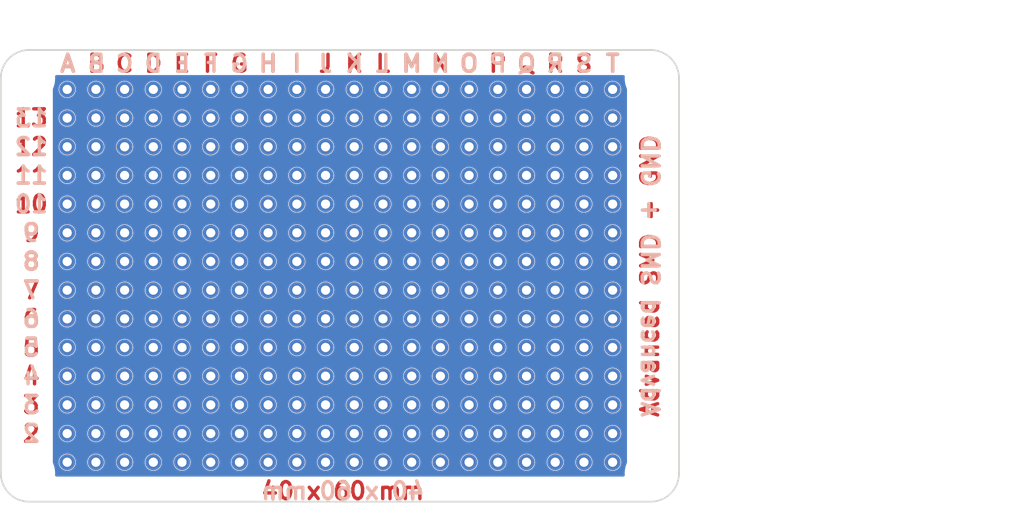
<source format=kicad_pcb>
(kicad_pcb (version 20211014) (generator pcbnew)
  (title_block (title "protoboard base pattern") (comment 1 "CC-BY 4.0") (comment 2 "See http://git.io/vNUDX"))
  (layers (0 "F.Cu" signal) (31 "B.Cu" signal) (34 "B.Paste" user) (35 "F.Paste" user) (36 "B.SilkS" user "B.Silkscreen") (37 "F.SilkS" user "F.Silkscreen") (38 "B.Mask" user) (39 "F.Mask" user) (44 "Edge.Cuts" user))
  (net 0 "")
  (footprint "modules:pad-between-spiked-oneside" (layer "F.Cu") (at 121.87 96.46 90)
    (fp_text reference "REF**" hide)
    (fp_text value "pad-between" hide)
  )
  (footprint "modules:tht-0.8-thin-bottom" (layer "F.Cu") (at 149.81 82.49 90)
    (fp_text reference "REF**" hide)
    (fp_text value "tht-0.8" hide)
  )
  (footprint "modules:tht-0.8-thin-bottom" (layer "F.Cu") (at 144.73 112.97 90)
    (fp_text reference "REF**" hide)
    (fp_text value "tht-0.8" hide)
  )
  (footprint "modules:center-pad-spikes-oneside" (layer "F.Cu") (at 153.62 111.7)
    (fp_text reference "REF**" hide)
    (fp_text value "center-pad" hide)
  )
  (footprint "modules:center-pad-spikes-oneside" (layer "F.Cu") (at 140.92 86.3)
    (fp_text reference "REF**" hide)
    (fp_text value "center-pad" hide)
  )
  (footprint "modules:tht-0.8-thin-bottom" (layer "F.Cu") (at 162.51 102.81 90)
    (fp_text reference "REF**" hide)
    (fp_text value "tht-0.8" hide)
  )
  (footprint "modules:pad-between-spiked-oneside" (layer "F.Cu") (at 166.32 102.81)
    (fp_text reference "REF**" hide)
    (fp_text value "pad-between" hide)
  )
  (footprint "modules:tht-0.8-thin-bottom" (layer "F.Cu") (at 170.13 85.03 90)
    (fp_text reference "REF**" hide)
    (fp_text value "tht-0.8" hide)
  )
  (footprint "modules:pad-between-spiked-oneside" (layer "F.Cu") (at 151.08 82.49)
    (fp_text reference "REF**" hide)
    (fp_text value "pad-between" hide)
  )
  (footprint "modules:pad-between-spiked-oneside" (layer "F.Cu") (at 161.24 102.81)
    (fp_text reference "REF**" hide)
    (fp_text value "pad-between" hide)
  )
  (footprint "modules:center-pad-spikes-oneside" (layer "F.Cu") (at 146 83.76)
    (fp_text reference "REF**" hide)
    (fp_text value "center-pad" hide)
  )
  (footprint "modules:tht-0.8-thin-bottom" (layer "F.Cu") (at 137.11 115.51 90)
    (fp_text reference "REF**" hide)
    (fp_text value "tht-0.8" hide)
  )
  (footprint "modules:pad-between-spiked-oneside" (layer "F.Cu") (at 156.16 115.51)
    (fp_text reference "REF**" hide)
    (fp_text value "pad-between" hide)
  )
  (footprint "modules:pad-between-spiked-oneside" (layer "F.Cu") (at 139.65 88.84 90)
    (fp_text reference "REF**" hide)
    (fp_text value "pad-between" hide)
  )
  (footprint "modules:pad-between-spiked-oneside" (layer "F.Cu") (at 151.08 112.97)
    (fp_text reference "REF**" hide)
    (fp_text value "pad-between" hide)
  )
  (footprint "modules:center-pad-spikes-oneside" (layer "F.Cu") (at 153.62 83.76)
    (fp_text reference "REF**" hide)
    (fp_text value "center-pad" hide)
  )
  (footprint "modules:pad-between-spiked-oneside" (layer "F.Cu") (at 135.84 112.97)
    (fp_text reference "REF**" hide)
    (fp_text value "pad-between" hide)
  )
  (footprint "modules:pad-between-spiked-oneside" (layer "F.Cu") (at 165.05 111.7 90)
    (fp_text reference "REF**" hide)
    (fp_text value "pad-between" hide)
  )
  (footprint "modules:pad-between-spiked-oneside" (layer "F.Cu") (at 134.57 88.84 90)
    (fp_text reference "REF**" hide)
    (fp_text value "pad-between" hide)
  )
  (footprint "modules:pad-between-spiked-oneside" (layer "F.Cu") (at 154.89 109.16 90)
    (fp_text reference "REF**" hide)
    (fp_text value "pad-between" hide)
  )
  (footprint "modules:tht-0.8-thin-bottom" (layer "F.Cu") (at 157.43 105.35 90)
    (fp_text reference "REF**" hide)
    (fp_text value "tht-0.8" hide)
  )
  (footprint "modules:pad-between-spiked-oneside" (layer "F.Cu") (at 123.14 115.51)
    (fp_text reference "REF**" hide)
    (fp_text value "pad-between" hide)
  )
  (footprint "modules:center-pad-spikes-oneside" (layer "F.Cu") (at 140.92 83.76)
    (fp_text reference "REF**" hide)
    (fp_text value "center-pad" hide)
  )
  (footprint "modules:pad-between-spiked-oneside" (layer "F.Cu") (at 166.32 82.49)
    (fp_text reference "REF**" hide)
    (fp_text value "pad-between" hide)
  )
  (footprint "modules:pad-between-spiked-oneside" (layer "F.Cu") (at 140.92 97.73)
    (fp_text reference "REF**" hide)
    (fp_text value "pad-between" hide)
  )
  (footprint "modules:tht-0.8-thin-bottom" (layer "F.Cu") (at 121.87 82.49 90)
    (fp_text reference "REF**" hide)
    (fp_text value "tht-0.8" hide)
  )
  (footprint "MeineBib:EigenesMountingHole_2.6mm_M2.5_Small" (layer "F.Cu") (at 173.5 116.5)
    (fp_text reference "MK2" hide)
    (fp_text value "Mounting_Hole" hide)
  )
  (footprint "modules:center-pad-spikes-oneside" (layer "F.Cu") (at 128.22 106.62)
    (fp_text reference "REF**" hide)
    (fp_text value "center-pad" hide)
  )
  (footprint "modules:pad-between-spiked-oneside" (layer "F.Cu") (at 133.3 92.65)
    (fp_text reference "REF**" hide)
    (fp_text value "pad-between" hide)
  )
  (footprint "modules:center-pad-spikes-oneside" (layer "F.Cu") (at 166.32 96.46)
    (fp_text reference "REF**" hide)
    (fp_text value "center-pad" hide)
  )
  (footprint "modules:pad-between-spiked-oneside" (layer "F.Cu") (at 159.97 88.84 90)
    (fp_text reference "REF**" hide)
    (fp_text value "pad-between" hide)
  )
  (footprint "modules:center-pad-spikes-oneside" (layer "F.Cu") (at 123.14 86.3)
    (fp_text reference "REF**" hide)
    (fp_text value "center-pad" hide)
  )
  (footprint "modules:pad-between-spiked-oneside" (layer "F.Cu") (at 133.3 85.03)
    (fp_text reference "REF**" hide)
    (fp_text value "pad-between" hide)
  )
  (footprint "modules:pad-between-spiked-oneside" (layer "F.Cu") (at 148.54 112.97)
    (fp_text reference "REF**" hide)
    (fp_text value "pad-between" hide)
  )
  (footprint "modules:tht-0.8-thin-bottom" (layer "F.Cu") (at 142.19 85.03 90)
    (fp_text reference "REF**" hide)
    (fp_text value "tht-0.8" hide)
  )
  (footprint "modules:tht-0.8-thin-bottom" (layer "F.Cu") (at 157.43 95.19 90)
    (fp_text reference "REF**" hide)
    (fp_text value "tht-0.8" hide)
  )
  (footprint "modules:pad-between-spiked-oneside" (layer "F.Cu") (at 170.13 104.08 90)
    (fp_text reference "REF**" hide)
    (fp_text value "pad-between" hide)
  )
  (footprint "modules:pad-between-spiked-oneside" (layer "F.Cu") (at 148.54 102.81)
    (fp_text reference "REF**" hide)
    (fp_text value "pad-between" hide)
  )
  (footprint "modules:tht-0.8-thin-bottom" (layer "F.Cu") (at 144.73 110.43 90)
    (fp_text reference "REF**" hide)
    (fp_text value "tht-0.8" hide)
  )
  (footprint "modules:tht-0.8-thin-bottom" (layer "F.Cu") (at 162.51 92.65 90)
    (fp_text reference "REF**" hide)
    (fp_text value "tht-0.8" hide)
  )
  (footprint "modules:center-pad-spikes-oneside" (layer "F.Cu") (at 140.92 93.92)
    (fp_text reference "REF**" hide)
    (fp_text value "center-pad" hide)
  )
  (footprint "modules:tht-0.8-thin-bottom" (layer "F.Cu") (at 147.27 102.81 90)
    (fp_text reference "REF**" hide)
    (fp_text value "tht-0.8" hide)
  )
  (footprint "modules:pad-between-spiked-oneside" (layer "F.Cu") (at 152.35 111.7 90)
    (fp_text reference "REF**" hide)
    (fp_text value "pad-between" hide)
  )
  (footprint "modules:tht-0.8-thin-bottom" (layer "F.Cu") (at 149.81 107.89 90)
    (fp_text reference "REF**" hide)
    (fp_text value "tht-0.8" hide)
  )
  (footprint "modules:pad-between-spiked-oneside" (layer "F.Cu") (at 126.95 96.46 90)
    (fp_text reference "REF**" hide)
    (fp_text value "pad-between" hide)
  )
  (footprint "modules:center-pad-spikes-oneside" (layer "F.Cu") (at 125.68 104.08)
    (fp_text reference "REF**" hide)
    (fp_text value "center-pad" hide)
  )
  (footprint "modules:pad-between-spiked-oneside" (layer "F.Cu") (at 154.89 104.08 90)
    (fp_text reference "REF**" hide)
    (fp_text value "pad-between" hide)
  )
  (footprint "modules:pad-between-spiked-oneside" (layer "F.Cu") (at 161.24 110.43)
    (fp_text reference "REF**" hide)
    (fp_text value "pad-between" hide)
  )
  (footprint "modules:pad-between-spiked-oneside" (layer "F.Cu") (at 161.24 87.57)
    (fp_text reference "REF**" hide)
    (fp_text value "pad-between" hide)
  )
  (footprint "modules:center-pad-spikes-oneside" (layer "F.Cu") (at 128.22 93.92)
    (fp_text reference "REF**" hide)
    (fp_text value "center-pad" hide)
  )
  (footprint "modules:center-pad-spikes-oneside" (layer "F.Cu") (at 168.86 111.7)
    (fp_text reference "REF**" hide)
    (fp_text value "center-pad" hide)
  )
  (footprint "modules:pad-between-spiked-oneside" (layer "F.Cu") (at 163.78 82.49)
    (fp_text reference "REF**" hide)
    (fp_text value "pad-between" hide)
  )
  (footprint "modules:tht-0.8-thin-bottom" (layer "F.Cu") (at 132.03 90.11 90)
    (fp_text reference "REF**" hide)
    (fp_text value "tht-0.8" hide)
  )
  (footprint "modules:pad-between-spiked-oneside" (layer "F.Cu") (at 152.35 83.76 90)
    (fp_text reference "REF**" hide)
    (fp_text value "pad-between" hide)
  )
  (footprint "modules:center-pad-spikes-oneside" (layer "F.Cu") (at 146 104.08)
    (fp_text reference "REF**" hide)
    (fp_text value "center-pad" hide)
  )
  (footprint "modules:center-pad-spikes-oneside" (layer "F.Cu") (at 158.7 99)
    (fp_text reference "REF**" hide)
    (fp_text value "center-pad" hide)
  )
  (footprint "modules:center-pad-spikes-oneside" (layer "F.Cu") (at 135.84 88.84)
    (fp_text reference "REF**" hide)
    (fp_text value "center-pad" hide)
  )
  (footprint "modules:pad-between-spiked-oneside" (layer "F.Cu") (at 137.11 93.92 90)
    (fp_text reference "REF**" hide)
    (fp_text value "pad-between" hide)
  )
  (footprint "modules:pad-between-spiked-oneside" (layer "F.Cu") (at 143.46 112.97)
    (fp_text reference "REF**" hide)
    (fp_text value "pad-between" hide)
  )
  (footprint "modules:tht-0.8-thin-bottom" (layer "F.Cu") (at 132.03 105.35 90)
    (fp_text reference "REF**" hide)
    (fp_text value "tht-0.8" hide)
  )
  (footprint "modules:center-pad-spikes-oneside" (layer "F.Cu") (at 156.16 96.46)
    (fp_text reference "REF**" hide)
    (fp_text value "center-pad" hide)
  )
  (footprint "modules:pad-between-spiked-oneside" (layer "F.Cu") (at 142.19 88.84 90)
    (fp_text reference "REF**" hide)
    (fp_text value "pad-between" hide)
  )
  (footprint "modules:pad-between-spiked-oneside" (layer "F.Cu") (at 124.41 93.92 90)
    (fp_text reference "REF**" hide)
    (fp_text value "pad-between" hide)
  )
  (footprint "modules:pad-between-spiked-oneside" (layer "F.Cu") (at 130.76 110.43)
    (fp_text reference "REF**" hide)
    (fp_text value "pad-between" hide)
  )
  (footprint "modules:center-pad-spikes-oneside" (layer "F.Cu") (at 146 93.92)
    (fp_text reference "REF**" hide)
    (fp_text value "center-pad" hide)
  )
  (footprint "modules:pad-between-spiked-oneside" (layer "F.Cu") (at 142.19 104.08 90)
    (fp_text reference "REF**" hide)
    (fp_text value "pad-between" hide)
  )
  (footprint "modules:pad-between-spiked-oneside" (layer "F.Cu") (at 132.03 88.84 90)
    (fp_text reference "REF**" hide)
    (fp_text value "pad-between" hide)
  )
  (footprint "modules:tht-0.8-thin-bottom" (layer "F.Cu") (at 152.35 107.89 90)
    (fp_text reference "REF**" hide)
    (fp_text value "tht-0.8" hide)
  )
  (footprint "modules:center-pad-spikes-oneside" (layer "F.Cu") (at 138.38 83.76)
    (fp_text reference "REF**" hide)
    (fp_text value "center-pad" hide)
  )
  (footprint "modules:pad-between-spiked-oneside" (layer "F.Cu") (at 138.38 95.19)
    (fp_text reference "REF**" hide)
    (fp_text value "pad-between" hide)
  )
  (footprint "modules:pad-between-spiked-oneside" (layer "F.Cu") (at 149.81 86.3 90)
    (fp_text reference "REF**" hide)
    (fp_text value "pad-between" hide)
  )
  (footprint "modules:pad-between-spiked-oneside" (layer "F.Cu") (at 121.87 104.08 90)
    (fp_text reference "REF**" hide)
    (fp_text value "pad-between" hide)
  )
  (footprint "modules:pad-between-spiked-oneside" (layer "F.Cu") (at 168.86 110.43)
    (fp_text reference "REF**" hide)
    (fp_text value "pad-between" hide)
  )
  (footprint "modules:pad-between-spiked-oneside" (layer "F.Cu") (at 168.86 107.89)
    (fp_text reference "REF**" hide)
    (fp_text value "pad-between" hide)
  )
  (footprint "modules:pad-between-spiked-oneside" (layer "F.Cu") (at 163.78 87.57)
    (fp_text reference "REF**" hide)
    (fp_text value "pad-between" hide)
  )
  (footprint "modules:center-pad-spikes-oneside" (layer "F.Cu") (at 125.68 91.38)
    (fp_text reference "REF**" hide)
    (fp_text value "center-pad" hide)
  )
  (footprint "modules:pad-between-spiked-oneside" (layer "F.Cu") (at 148.54 95.19)
    (fp_text reference "REF**" hide)
    (fp_text value "pad-between" hide)
  )
  (footprint "modules:tht-0.8-thin-bottom" (layer "F.Cu") (at 170.13 100.27 90)
    (fp_text reference "REF**" hide)
    (fp_text value "tht-0.8" hide)
  )
  (footprint "modules:pad-between-spiked-oneside" (layer "F.Cu") (at 158.7 105.35)
    (fp_text reference "REF**" hide)
    (fp_text value "pad-between" hide)
  )
  (footprint "modules:pad-between-spiked-oneside" (layer "F.Cu") (at 149.81 99 90)
    (fp_text reference "REF**" hide)
    (fp_text value "pad-between" hide)
  )
  (footprint "modules:tht-0.8-thin-bottom" (layer "F.Cu") (at 149.81 95.19 90)
    (fp_text reference "REF**" hide)
    (fp_text value "tht-0.8" hide)
  )
  (footprint "modules:pad-between-spiked-oneside" (layer "F.Cu") (at 133.3 87.57)
    (fp_text reference "REF**" hide)
    (fp_text value "pad-between" hide)
  )
  (footprint "modules:pad-between-spiked-oneside" (layer "F.Cu") (at 137.11 91.38 90)
    (fp_text reference "REF**" hide)
    (fp_text value "pad-between" hide)
  )
  (footprint "modules:pad-between-spiked-oneside" (layer "F.Cu") (at 163.78 97.73)
    (fp_text reference "REF**" hide)
    (fp_text value "pad-between" hide)
  )
  (footprint "modules:tht-0.8-thin-bottom" (layer "F.Cu") (at 147.27 105.35 90)
    (fp_text reference "REF**" hide)
    (fp_text value "tht-0.8" hide)
  )
  (footprint "modules:pad-between-spiked-oneside" (layer "F.Cu") (at 149.81 83.76 90)
    (fp_text reference "REF**" hide)
    (fp_text value "pad-between" hide)
  )
  (footprint "modules:pad-between-spiked-oneside" (layer "F.Cu") (at 128.22 90.11)
    (fp_text reference "REF**" hide)
    (fp_text value "pad-between" hide)
  )
  (footprint "modules:center-pad-spikes-oneside" (layer "F.Cu") (at 143.46 114.24)
    (fp_text reference "REF**" hide)
    (fp_text value "center-pad" hide)
  )
  (footprint "modules:center-pad-spikes-oneside" (layer "F.Cu") (at 133.3 106.62)
    (fp_text reference "REF**" hide)
    (fp_text value "center-pad" hide)
  )
  (footprint "modules:pad-between-spiked-oneside" (layer "F.Cu") (at 140.92 115.51)
    (fp_text reference "REF**" hide)
    (fp_text value "pad-between" hide)
  )
  (footprint "modules:center-pad-spikes-oneside" (layer "F.Cu") (at 130.76 104.08)
    (fp_text reference "REF**" hide)
    (fp_text value "center-pad" hide)
  )
  (footprint "modules:center-pad-spikes-oneside" (layer "F.Cu") (at 151.08 86.3)
    (fp_text reference "REF**" hide)
    (fp_text value "center-pad" hide)
  )
  (footprint "modules:pad-between-spiked-oneside" (layer "F.Cu") (at 167.59 109.16 90)
    (fp_text reference "REF**" hide)
    (fp_text value "pad-between" hide)
  )
  (footprint "modules:pad-between-spiked-oneside" (layer "F.Cu") (at 129.49 101.54 90)
    (fp_text reference "REF**" hide)
    (fp_text value "pad-between" hide)
  )
  (footprint "modules:pad-between-spiked-oneside" (layer "F.Cu") (at 129.49 99 90)
    (fp_text reference "REF**" hide)
    (fp_text value "pad-between" hide)
  )
  (footprint "modules:center-pad-spikes-oneside" (layer "F.Cu") (at 138.38 88.84)
    (fp_text reference "REF**" hide)
    (fp_text value "center-pad" hide)
  )
  (footprint "modules:pad-between-spiked-oneside" (layer "F.Cu") (at 154.89 83.76 90)
    (fp_text reference "REF**" hide)
    (fp_text value "pad-between" hide)
  )
  (footprint "modules:center-pad-spikes-oneside" (layer "F.Cu") (at 153.62 88.84)
    (fp_text reference "REF**" hide)
    (fp_text value "center-pad" hide)
  )
  (footprint "modules:pad-between-spiked-oneside" (layer "F.Cu") (at 153.62 87.57)
    (fp_text reference "REF**" hide)
    (fp_text value "pad-between" hide)
  )
  (footprint "modules:tht-0.8-thin-bottom" (layer "F.Cu") (at 167.59 85.03 90)
    (fp_text reference "REF**" hide)
    (fp_text value "tht-0.8" hide)
  )
  (footprint "modules:pad-between-spiked-oneside" (layer "F.Cu") (at 149.81 106.62 90)
    (fp_text reference "REF**" hide)
    (fp_text value "pad-between" hide)
  )
  (footprint "modules:pad-between-spiked-oneside" (layer "F.Cu") (at 140.92 90.11)
    (fp_text reference "REF**" hide)
    (fp_text value "pad-between" hide)
  )
  (footprint "modules:pad-between-spiked-oneside" (layer "F.Cu") (at 123.14 97.73)
    (fp_text reference "REF**" hide)
    (fp_text value "pad-between" hide)
  )
  (footprint "modules:pad-between-spiked-oneside" (layer "F.Cu") (at 156.16 110.43)
    (fp_text reference "REF**" hide)
    (fp_text value "pad-between" hide)
  )
  (footprint "modules:tht-0.8-thin-bottom" (layer "F.Cu") (at 159.97 87.57 90)
    (fp_text reference "REF**" hide)
    (fp_text value "tht-0.8" hide)
  )
  (footprint "modules:tht-0.8-thin-bottom" (layer "F.Cu") (at 154.89 92.65 90)
    (fp_text reference "REF**" hide)
    (fp_text value "tht-0.8" hide)
  )
  (footprint "modules:pad-between-spiked-oneside" (layer "F.Cu") (at 148.54 90.11)
    (fp_text reference "REF**" hide)
    (fp_text value "pad-between" hide)
  )
  (footprint "modules:tht-0.8-thin-bottom" (layer "F.Cu") (at 132.03 107.89 90)
    (fp_text reference "REF**" hide)
    (fp_text value "tht-0.8" hide)
  )
  (footprint "modules:pad-between-spiked-oneside" (layer "F.Cu") (at 152.35 109.16 90)
    (fp_text reference "REF**" hide)
    (fp_text value "pad-between" hide)
  )
  (footprint "modules:pad-between-spiked-oneside" (layer "F.Cu") (at 128.22 85.03)
    (fp_text reference "REF**" hide)
    (fp_text value "pad-between" hide)
  )
  (footprint "modules:center-pad-spikes-oneside" (layer "F.Cu") (at 143.46 86.3)
    (fp_text reference "REF**" hide)
    (fp_text value "center-pad" hide)
  )
  (footprint "modules:tht-0.8-thin-bottom" (layer "F.Cu") (at 129.49 105.35 90)
    (fp_text reference "REF**" hide)
    (fp_text value "tht-0.8" hide)
  )
  (footprint "modules:tht-0.8-thin-bottom" (layer "F.Cu") (at 154.89 85.03 90)
    (fp_text reference "REF**" hide)
    (fp_text value "tht-0.8" hide)
  )
  (footprint "modules:pad-between-spiked-oneside" (layer "F.Cu") (at 157.43 111.7 90)
    (fp_text reference "REF**" hide)
    (fp_text value "pad-between" hide)
  )
  (footprint "modules:pad-between-spiked-oneside" (layer "F.Cu") (at 133.3 112.97)
    (fp_text reference "REF**" hide)
    (fp_text value "pad-between" hide)
  )
  (footprint "modules:pad-between-spiked-oneside" (layer "F.Cu") (at 165.05 99 90)
    (fp_text reference "REF**" hide)
    (fp_text value "pad-between" hide)
  )
  (footprint "modules:tht-0.8-thin-bottom" (layer "F.Cu") (at 144.73 105.35 90)
    (fp_text reference "REF**" hide)
    (fp_text value "tht-0.8" hide)
  )
  (footprint "modules:center-pad-spikes-oneside" (layer "F.Cu") (at 128.22 109.16)
    (fp_text reference "REF**" hide)
    (fp_text value "center-pad" hide)
  )
  (footprint "modules:center-pad-spikes-oneside" (layer "F.Cu") (at 143.46 93.92)
    (fp_text reference "REF**" hide)
    (fp_text value "center-pad" hide)
  )
  (footprint "modules:pad-between-spiked-oneside" (layer "F.Cu") (at 130.76 97.73)
    (fp_text reference "REF**" hide)
    (fp_text value "pad-between" hide)
  )
  (footprint "modules:tht-0.8-thin-bottom" (layer "F.Cu") (at 167.59 115.51 90)
    (fp_text reference "REF**" hide)
    (fp_text value "tht-0.8" hide)
  )
  (footprint "modules:tht-0.8-thin-bottom" (layer "F.Cu") (at 139.65 110.43 90)
    (fp_text reference "REF**" hide)
    (fp_text value "tht-0.8" hide)
  )
  (footprint "modules:pad-between-spiked-oneside" (layer "F.Cu") (at 146 112.97)
    (fp_text reference "REF**" hide)
    (fp_text value "pad-between" hide)
  )
  (footprint "modules:tht-0.8-thin-bottom" (layer "F.Cu") (at 165.05 102.81 90)
    (fp_text reference "REF**" hide)
    (fp_text value "tht-0.8" hide)
  )
  (footprint "modules:pad-between-spiked-oneside" (layer "F.Cu") (at 168.86 100.27)
    (fp_text reference "REF**" hide)
    (fp_text value "pad-between" hide)
  )
  (footprint "modules:tht-0.8-thin-bottom" (layer "F.Cu") (at 134.57 112.97 90)
    (fp_text reference "REF**" hide)
    (fp_text value "tht-0.8" hide)
  )
  (footprint "modules:center-pad-spikes-oneside" (layer "F.Cu") (at 130.76 83.76)
    (fp_text reference "REF**" hide)
    (fp_text value "center-pad" hide)
  )
  (footprint "modules:tht-0.8-thin-bottom" (layer "F.Cu") (at 124.41 97.73 90)
    (fp_text reference "REF**" hide)
    (fp_text value "tht-0.8" hide)
  )
  (footprint "modules:center-pad-spikes-oneside" (layer "F.Cu") (at 133.3 88.84)
    (fp_text reference "REF**" hide)
    (fp_text value "center-pad" hide)
  )
  (footprint "modules:tht-0.8-thin-bottom" (layer "F.Cu") (at 124.41 92.65 90)
    (fp_text reference "REF**" hide)
    (fp_text value "tht-0.8" hide)
  )
  (footprint "modules:pad-between-spiked-oneside" (layer "F.Cu") (at 121.87 91.38 90)
    (fp_text reference "REF**" hide)
    (fp_text value "pad-between" hide)
  )
  (footprint "modules:center-pad-spikes-oneside" (layer "F.Cu") (at 148.54 96.46)
    (fp_text reference "REF**" hide)
    (fp_text value "center-pad" hide)
  )
  (footprint "modules:center-pad-spikes-oneside" (layer "F.Cu") (at 168.86 91.38)
    (fp_text reference "REF**" hide)
    (fp_text value "center-pad" hide)
  )
  (footprint "modules:center-pad-spikes-oneside" (layer "F.Cu") (at 143.46 106.62)
    (fp_text reference "REF**" hide)
    (fp_text value "center-pad" hide)
  )
  (footprint "modules:tht-0.8-thin-bottom" (layer "F.Cu") (at 170.13 102.81 90)
    (fp_text reference "REF**" hide)
    (fp_text value "tht-0.8" hide)
  )
  (footprint "modules:center-pad-spikes-oneside" (layer "F.Cu") (at 146 99)
    (fp_text reference "REF**" hide)
    (fp_text value "center-pad" hide)
  )
  (footprint "modules:pad-between-spiked-oneside" (layer "F.Cu") (at 143.46 100.27)
    (fp_text reference "REF**" hide)
    (fp_text value "pad-between" hide)
  )
  (footprint "modules:center-pad-spikes-oneside" (layer "F.Cu") (at 133.3 93.92)
    (fp_text reference "REF**" hide)
    (fp_text value "center-pad" hide)
  )
  (footprint "modules:center-pad-spikes-oneside" (layer "F.Cu") (at 156.16 88.84)
    (fp_text reference "REF**" hide)
    (fp_text value "center-pad" hide)
  )
  (footprint "modules:center-pad-spikes-oneside" (layer "F.Cu") (at 146 86.3)
    (fp_text reference "REF**" hide)
    (fp_text value "center-pad" hide)
  )
  (footprint "modules:center-pad-spikes-oneside" (layer "F.Cu") (at 148.54 114.24)
    (fp_text reference "REF**" hide)
    (fp_text value "center-pad" hide)
  )
  (footprint "modules:center-pad-spikes-oneside" (layer "F.Cu") (at 130.76 109.16)
    (fp_text reference "REF**" hide)
    (fp_text value "center-pad" hide)
  )
  (footprint "modules:center-pad-spikes-oneside" (layer "F.Cu") (at 128.22 86.3)
    (fp_text reference "REF**" hide)
    (fp_text value "center-pad" hide)
  )
  (footprint "modules:center-pad-spikes-oneside" (layer "F.Cu") (at 146 101.54)
    (fp_text reference "REF**" hide)
    (fp_text value "center-pad" hide)
  )
  (footprint "modules:tht-0.8-thin-bottom" (layer "F.Cu") (at 124.41 82.49 90)
    (fp_text reference "REF**" hide)
    (fp_text value "tht-0.8" hide)
  )
  (footprint "modules:pad-between-spiked-oneside" (layer "F.Cu") (at 167.59 93.92 90)
    (fp_text reference "REF**" hide)
    (fp_text value "pad-between" hide)
  )
  (footprint "modules:pad-between-spiked-oneside" (layer "F.Cu") (at 137.11 86.3 90)
    (fp_text reference "REF**" hide)
    (fp_text value "pad-between" hide)
  )
  (footprint "modules:tht-0.8-thin-bottom" (layer "F.Cu") (at 139.65 85.03 90)
    (fp_text reference "REF**" hide)
    (fp_text value "tht-0.8" hide)
  )
  (footprint "modules:tht-0.8-thin-bottom" (layer "F.Cu") (at 159.97 97.73 90)
    (fp_text reference "REF**" hide)
    (fp_text value "tht-0.8" hide)
  )
  (footprint "modules:pad-between-spiked-oneside" (layer "F.Cu") (at 149.81 101.54 90)
    (fp_text reference "REF**" hide)
    (fp_text value "pad-between" hide)
  )
  (footprint "modules:tht-0.8-thin-bottom" (layer "F.Cu") (at 162.51 87.57 90)
    (fp_text reference "REF**" hide)
    (fp_text value "tht-0.8" hide)
  )
  (footprint "modules:pad-between-spiked-oneside" (layer "F.Cu") (at 138.38 97.73)
    (fp_text reference "REF**" hide)
    (fp_text value "pad-between" hide)
  )
  (footprint "modules:pad-between-spiked-oneside" (layer "F.Cu") (at 165.05 101.54 90)
    (fp_text reference "REF**" hide)
    (fp_text value "pad-between" hide)
  )
  (footprint "modules:tht-0.8-thin-bottom" (layer "F.Cu") (at 139.65 87.57 90)
    (fp_text reference "REF**" hide)
    (fp_text value "tht-0.8" hide)
  )
  (footprint "modules:pad-between-spiked-oneside" (layer "F.Cu") (at 140.92 105.35)
    (fp_text reference "REF**" hide)
    (fp_text value "pad-between" hide)
  )
  (footprint "modules:pad-between-spiked-oneside" (layer "F.Cu") (at 170.13 86.3 90)
    (fp_text reference "REF**" hide)
    (fp_text value "pad-between" hide)
  )
  (footprint "modules:center-pad-spikes-oneside" (layer "F.Cu") (at 133.3 109.16)
    (fp_text reference "REF**" hide)
    (fp_text value "center-pad" hide)
  )
  (footprint "modules:tht-0.8-thin-bottom" (layer "F.Cu") (at 137.11 82.49 90)
    (fp_text reference "REF**" hide)
    (fp_text value "tht-0.8" hide)
  )
  (footprint "modules:pad-between-spiked-oneside" (layer "F.Cu") (at 149.81 96.46 90)
    (fp_text reference "REF**" hide)
    (fp_text value "pad-between" hide)
  )
  (footprint "modules:pad-between-spiked-oneside" (layer "F.Cu") (at 168.86 105.35)
    (fp_text reference "REF**" hide)
    (fp_text value "pad-between" hide)
  )
  (footprint "modules:pad-between-spiked-oneside" (layer "F.Cu") (at 154.89 86.3 90)
    (fp_text reference "REF**" hide)
    (fp_text value "pad-between" hide)
  )
  (footprint "modules:pad-between-spiked-oneside" (layer "F.Cu") (at 165.05 86.3 90)
    (fp_text reference "REF**" hide)
    (fp_text value "pad-between" hide)
  )
  (footprint "modules:pad-between-spiked-oneside" (layer "F.Cu") (at 163.78 100.27)
    (fp_text reference "REF**" hide)
    (fp_text value "pad-between" hide)
  )
  (footprint "modules:pad-between-spiked-oneside" (layer "F.Cu") (at 135.84 90.11)
    (fp_text reference "REF**" hide)
    (fp_text value "pad-between" hide)
  )
  (footprint "modules:pad-between-spiked-oneside" (layer "F.Cu") (at 156.16 107.89)
    (fp_text reference "REF**" hide)
    (fp_text value "pad-between" hide)
  )
  (footprint "modules:pad-between-spiked-oneside" (layer "F.Cu") (at 144.73 104.08 90)
    (fp_text reference "REF**" hide)
    (fp_text value "pad-between" hide)
  )
  (footprint "modules:center-pad-spikes-oneside" (layer "F.Cu") (at 156.16 99)
    (fp_text reference "REF**" hide)
    (fp_text value "center-pad" hide)
  )
  (footprint "modules:center-pad-spikes-oneside" (layer "F.Cu") (at 168.86 114.24)
    (fp_text reference "REF**" hide)
    (fp_text value "center-pad" hide)
  )
  (footprint "modules:center-pad-spikes-oneside" (layer "F.Cu") (at 130.76 114.24)
    (fp_text reference "REF**" hide)
    (fp_text value "center-pad" hide)
  )
  (footprint "modules:center-pad-spikes-oneside" (layer "F.Cu") (at 156.16 109.16)
    (fp_text reference "REF**" hide)
    (fp_text value "center-pad" hide)
  )
  (footprint "modules:pad-between-spiked-oneside" (layer "F.Cu") (at 146 95.19)
    (fp_text reference "REF**" hide)
    (fp_text value "pad-between" hide)
  )
  (footprint "modules:center-pad-spikes-oneside" (layer "F.Cu") (at 133.3 101.54)
    (fp_text reference "REF**" hide)
    (fp_text value "center-pad" hide)
  )
  (footprint "modules:pad-between-spiked-oneside" (layer "F.Cu") (at 166.32 110.43)
    (fp_text reference "REF**" hide)
    (fp_text value "pad-between" hide)
  )
  (footprint "modules:tht-0.8-thin-bottom" (layer "F.Cu") (at 165.05 105.35 90)
    (fp_text reference "REF**" hide)
    (fp_text value "tht-0.8" hide)
  )
  (footprint "modules:tht-0.8-thin-bottom" (layer "F.Cu") (at 144.73 92.65 90)
    (fp_text reference "REF**" hide)
    (fp_text value "tht-0.8" hide)
  )
  (footprint "modules:pad-between-spiked-oneside" (layer "F.Cu") (at 130.76 102.81)
    (fp_text reference "REF**" hide)
    (fp_text value "pad-between" hide)
  )
  (footprint "modules:pad-between-spiked-oneside" (layer "F.Cu") (at 128.22 115.51)
    (fp_text reference "REF**" hide)
    (fp_text value "pad-between" hide)
  )
  (footprint "modules:pad-between-spiked-oneside" (layer "F.Cu") (at 134.57 91.38 90)
    (fp_text reference "REF**" hide)
    (fp_text value "pad-between" hide)
  )
  (footprint "modules:pad-between-spiked-oneside" (layer "F.Cu") (at 165.05 83.76 90)
    (fp_text reference "REF**" hide)
    (fp_text value "pad-between" hide)
  )
  (footprint "modules:pad-between-spiked-oneside" (layer "F.Cu") (at 158.7 92.65)
    (fp_text reference "REF**" hide)
    (fp_text value "pad-between" hide)
  )
  (footprint "modules:tht-0.8-thin-bottom" (layer "F.Cu") (at 129.49 102.81 90)
    (fp_text reference "REF**" hide)
    (fp_text value "tht-0.8" hide)
  )
  (footprint "modules:tht-0.8-thin-bottom" (layer "F.Cu") (at 157.43 112.97 90)
    (fp_text reference "REF**" hide)
    (fp_text value "tht-0.8" hide)
  )
  (footprint "modules:pad-between-spiked-oneside" (layer "F.Cu") (at 157.43 91.38 90)
    (fp_text reference "REF**" hide)
    (fp_text value "pad-between" hide)
  )
  (footprint "modules:center-pad-spikes-oneside" (layer "F.Cu") (at 166.32 104.08)
    (fp_text reference "REF**" hide)
    (fp_text value "center-pad" hide)
  )
  (footprint "modules:pad-between-spiked-oneside" (layer "F.Cu") (at 153.62 107.89)
    (fp_text reference "REF**" hide)
    (fp_text value "pad-between" hide)
  )
  (footprint "modules:pad-between-spiked-oneside" (layer "F.Cu") (at 129.49 111.7 90)
    (fp_text reference "REF**" hide)
    (fp_text value "pad-between" hide)
  )
  (footprint "modules:tht-0.8-thin-bottom" (layer "F.Cu") (at 165.05 100.27 90)
    (fp_text reference "REF**" hide)
    (fp_text value "tht-0.8" hide)
  )
  (footprint "modules:tht-0.8-thin-bottom" (layer "F.Cu") (at 147.27 115.51 90)
    (fp_text reference "REF**" hide)
    (fp_text value "tht-0.8" hide)
  )
  (footprint "modules:pad-between-spiked-oneside" (layer "F.Cu") (at 165.05 106.62 90)
    (fp_text reference "REF**" hide)
    (fp_text value "pad-between" hide)
  )
  (footprint "modules:tht-0.8-thin-bottom" (layer "F.Cu") (at 126.95 82.49 90)
    (fp_text reference "REF**" hide)
    (fp_text value "tht-0.8" hide)
  )
  (footprint "modules:tht-0.8-thin-bottom" (layer "F.Cu") (at 170.13 97.73 90)
    (fp_text reference "REF**" hide)
    (fp_text value "tht-0.8" hide)
  )
  (footprint "modules:pad-between-spiked-oneside" (layer "F.Cu") (at 162.51 83.76 90)
    (fp_text reference "REF**" hide)
    (fp_text value "pad-between" hide)
  )
  (footprint "modules:tht-0.8-thin-bottom" (layer "F.Cu") (at 157.43 97.73 90)
    (fp_text reference "REF**" hide)
    (fp_text value "tht-0.8" hide)
  )
  (footprint "modules:center-pad-spikes-oneside" (layer "F.Cu") (at 158.7 91.38)
    (fp_text reference "REF**" hide)
    (fp_text value "center-pad" hide)
  )
  (footprint "modules:pad-between-spiked-oneside" (layer "F.Cu") (at 167.59 99 90)
    (fp_text reference "REF**" hide)
    (fp_text value "pad-between" hide)
  )
  (footprint "modules:pad-between-spiked-oneside" (layer "F.Cu") (at 135.84 100.27)
    (fp_text reference "REF**" hide)
    (fp_text value "pad-between" hide)
  )
  (footprint "modules:pad-between-spiked-oneside" (layer "F.Cu") (at 129.49 83.76 90)
    (fp_text reference "REF**" hide)
    (fp_text value "pad-between" hide)
  )
  (footprint "modules:pad-between-spiked-oneside" (layer "F.Cu") (at 156.16 82.49)
    (fp_text reference "REF**" hide)
    (fp_text value "pad-between" hide)
  )
  (footprint "modules:center-pad-spikes-oneside" (layer "F.Cu") (at 138.38 106.62)
    (fp_text reference "REF**" hide)
    (fp_text value "center-pad" hide)
  )
  (footprint "modules:tht-0.8-thin-bottom" (layer "F.Cu") (at 157.43 107.89 90)
    (fp_text reference "REF**" hide)
    (fp_text value "tht-0.8" hide)
  )
  (footprint "modules:pad-between-spiked-oneside" (layer "F.Cu") (at 144.73 114.24 90)
    (fp_text reference "REF**" hide)
    (fp_text value "pad-between" hide)
  )
  (footprint "modules:center-pad-spikes-oneside" (layer "F.Cu") (at 133.3 83.76)
    (fp_text reference "REF**" hide)
    (fp_text value "center-pad" hide)
  )
  (footprint "modules:center-pad-spikes-oneside" (layer "F.Cu") (at 151.08 101.54)
    (fp_text reference "REF**" hide)
    (fp_text value "center-pad" hide)
  )
  (footprint "modules:pad-between-spiked-oneside" (layer "F.Cu") (at 144.73 86.3 90)
    (fp_text reference "REF**" hide)
    (fp_text value "pad-between" hide)
  )
  (footprint "modules:pad-between-spiked-oneside" (layer "F.Cu") (at 128.22 97.73)
    (fp_text reference "REF**" hide)
    (fp_text value "pad-between" hide)
  )
  (footprint "modules:pad-between-spiked-oneside" (layer "F.Cu") (at 158.7 85.03)
    (fp_text reference "REF**" hide)
    (fp_text value "pad-between" hide)
  )
  (footprint "modules:pad-between-spiked-oneside" (layer "F.Cu") (at 130.76 95.19)
    (fp_text reference "REF**" hide)
    (fp_text value "pad-between" hide)
  )
  (footprint "modules:tht-0.8-thin-bottom" (layer "F.Cu") (at 126.95 95.19 90)
    (fp_text reference "REF**" hide)
    (fp_text value "tht-0.8" hide)
  )
  (footprint "modules:pad-between-spiked-oneside" (layer "F.Cu") (at 139.65 101.54 90)
    (fp_text reference "REF**" hide)
    (fp_text value "pad-between" hide)
  )
  (footprint "modules:pad-between-spiked-oneside" (layer "F.Cu") (at 139.65 106.62 90)
    (fp_text reference "REF**" hide)
    (fp_text value "pad-between" hide)
  )
  (footprint "modules:tht-0.8-thin-bottom" (layer "F.Cu") (at 167.59 87.57 90)
    (fp_text reference "REF**" hide)
    (fp_text value "tht-0.8" hide)
  )
  (footprint "modules:pad-between-spiked-oneside" (layer "F.Cu") (at 140.92 95.19)
    (fp_text reference "REF**" hide)
    (fp_text value "pad-between" hide)
  )
  (footprint "modules:tht-0.8-thin-bottom" (layer "F.Cu") (at 124.41 112.97 90)
    (fp_text reference "REF**" hide)
    (fp_text value "tht-0.8" hide)
  )
  (footprint "modules:center-pad-spikes-oneside" (layer "F.Cu") (at 133.3 91.38)
    (fp_text reference "REF**" hide)
    (fp_text value "center-pad" hide)
  )
  (footprint "modules:center-pad-spikes-oneside" (layer "F.Cu") (at 143.46 91.38)
    (fp_text reference "REF**" hide)
    (fp_text value "center-pad" hide)
  )
  (footprint "modules:pad-between-spiked-oneside" (layer "F.Cu") (at 142.19 99 90)
    (fp_text reference "REF**" hide)
    (fp_text value "pad-between" hide)
  )
  (footprint "modules:tht-0.8-thin-bottom" (layer "F.Cu") (at 134.57 105.35 90)
    (fp_text reference "REF**" hide)
    (fp_text value "tht-0.8" hide)
  )
  (footprint "modules:center-pad-spikes-oneside" (layer "F.Cu") (at 138.38 86.3)
    (fp_text reference "REF**" hide)
    (fp_text value "center-pad" hide)
  )
  (footprint "modules:tht-0.8-thin-bottom" (layer "F.Cu") (at 121.87 105.35 90)
    (fp_text reference "REF**" hide)
    (fp_text value "tht-0.8" hide)
  )
  (footprint "modules:pad-between-spiked-oneside" (layer "F.Cu") (at 159.97 101.54 90)
    (fp_text reference "REF**" hide)
    (fp_text value "pad-between" hide)
  )
  (footprint "modules:pad-between-spiked-oneside" (layer "F.Cu") (at 143.46 110.43)
    (fp_text reference "REF**" hide)
    (fp_text value "pad-between" hide)
  )
  (footprint "modules:center-pad-spikes-oneside" (layer "F.Cu") (at 156.16 91.38)
    (fp_text reference "REF**" hide)
    (fp_text value "center-pad" hide)
  )
  (footprint "modules:pad-between-spiked-oneside" (layer "F.Cu") (at 157.43 88.84 90)
    (fp_text reference "REF**" hide)
    (fp_text value "pad-between" hide)
  )
  (footprint "modules:tht-0.8-thin-bottom" (layer "F.Cu") (at 137.11 85.03 90)
    (fp_text reference "REF**" hide)
    (fp_text value "tht-0.8" hide)
  )
  (footprint "modules:pad-between-spiked-oneside" (layer "F.Cu") (at 123.14 112.97)
    (fp_text reference "REF**" hide)
    (fp_text value "pad-between" hide)
  )
  (footprint "modules:pad-between-spiked-oneside" (layer "F.Cu") (at 124.41 88.84 90)
    (fp_text reference "REF**" hide)
    (fp_text value "pad-between" hide)
  )
  (footprint "modules:center-pad-spikes-oneside" (layer "F.Cu") (at 123.14 109.16)
    (fp_text reference "REF**" hide)
    (fp_text value "center-pad" hide)
  )
  (footprint "modules:center-pad-spikes-oneside" (layer "F.Cu") (at 158.7 106.62)
    (fp_text reference "REF**" hide)
    (fp_text value "center-pad" hide)
  )
  (footprint "modules:pad-between-spiked-oneside" (layer "F.Cu") (at 133.3 82.49)
    (fp_text reference "REF**" hide)
    (fp_text value "pad-between" hide)
  )
  (footprint "modules:tht-0.8-thin-bottom" (layer "F.Cu") (at 142.19 100.27 90)
    (fp_text reference "REF**" hide)
    (fp_text value "tht-0.8" hide)
  )
  (footprint "modules:center-pad-spikes-oneside" (layer "F.Cu") (at 163.78 111.7)
    (fp_text reference "REF**" hide)
    (fp_text value "center-pad" hide)
  )
  (footprint "modules:tht-0.8-thin-bottom" (layer "F.Cu") (at 170.13 107.89 90)
    (fp_text reference "REF**" hide)
    (fp_text value "tht-0.8" hide)
  )
  (footprint "modules:tht-0.8-thin-bottom" (layer "F.Cu") (at 124.41 95.19 90)
    (fp_text reference "REF**" hide)
    (fp_text value "tht-0.8" hide)
  )
  (footprint "modules:pad-between-spiked-oneside" (layer "F.Cu") (at 159.97 91.38 90)
    (fp_text reference "REF**" hide)
    (fp_text value "pad-between" hide)
  )
  (footprint "modules:tht-0.8-thin-bottom" (layer "F.Cu") (at 152.35 87.57 90)
    (fp_text reference "REF**" hide)
    (fp_text value "tht-0.8" hide)
  )
  (footprint "modules:tht-0.8-thin-bottom" (layer "F.Cu") (at 129.49 107.89 90)
    (fp_text reference "REF**" hide)
    (fp_text value "tht-0.8" hide)
  )
  (footprint "modules:center-pad-spikes-oneside" (layer "F.Cu") (at 140.92 99)
    (fp_text reference "REF**" hide)
    (fp_text value "center-pad" hide)
  )
  (footprint "modules:pad-between-spiked-oneside" (layer "F.Cu") (at 149.81 109.16 90)
    (fp_text reference "REF**" hide)
    (fp_text value "pad-between" hide)
  )
  (footprint "modules:tht-0.8-thin-bottom" (layer "F.Cu") (at 124.41 90.11 90)
    (fp_text reference "REF**" hide)
    (fp_text value "tht-0.8" hide)
  )
  (footprint "modules:tht-0.8-thin-bottom" (layer "F.Cu") (at 142.19 107.89 90)
    (fp_text reference "REF**" hide)
    (fp_text value "tht-0.8" hide)
  )
  (footprint "modules:pad-between-spiked-oneside" (layer "F.Cu") (at 157.43 106.62 90)
    (fp_text reference "REF**" hide)
    (fp_text value "pad-between" hide)
  )
  (footprint "modules:pad-between-spiked-oneside" (layer "F.Cu") (at 135.84 97.73)
    (fp_text reference "REF**" hide)
    (fp_text value "pad-between" hide)
  )
  (footprint "modules:center-pad-spikes-oneside" (layer "F.Cu") (at 135.84 111.7)
    (fp_text reference "REF**" hide)
    (fp_text value "center-pad" hide)
  )
  (footprint "modules:center-pad-spikes-oneside" (layer "F.Cu") (at 156.16 104.08)
    (fp_text reference "REF**" hide)
    (fp_text value "center-pad" hide)
  )
  (footprint "modules:tht-0.8-thin-bottom" (layer "F.Cu") (at 132.03 115.51 90)
    (fp_text reference "REF**" hide)
    (fp_text value "tht-0.8" hide)
  )
  (footprint "modules:tht-0.8-thin-bottom" (layer "F.Cu") (at 162.51 112.97 90)
    (fp_text reference "REF**" hide)
    (fp_text value "tht-0.8" hide)
  )
  (footprint "modules:pad-between-spiked-oneside" (layer "F.Cu") (at 162.51 99 90)
    (fp_text reference "REF**" hide)
    (fp_text value "pad-between" hide)
  )
  (footprint "modules:center-pad-spikes-oneside" (layer "F.Cu") (at 151.08 88.84)
    (fp_text reference "REF**" hide)
    (fp_text value "center-pad" hide)
  )
  (footprint "modules:tht-0.8-thin-bottom" (layer "F.Cu") (at 144.73 102.81 90)
    (fp_text reference "REF**" hide)
    (fp_text value "tht-0.8" hide)
  )
  (footprint "modules:pad-between-spiked-oneside" (layer "F.Cu") (at 168.86 82.49)
    (fp_text reference "REF**" hide)
    (fp_text value "pad-between" hide)
  )
  (footprint "modules:pad-between-spiked-oneside" (layer "F.Cu") (at 166.32 115.51)
    (fp_text reference "REF**" hide)
    (fp_text value "pad-between" hide)
  )
  (footprint "modules:pad-between-spiked-oneside" (layer "F.Cu") (at 163.78 95.19)
    (fp_text reference "REF**" hide)
    (fp_text value "pad-between" hide)
  )
  (footprint "modules:pad-between-spiked-oneside" (layer "F.Cu") (at 147.27 96.46 90)
    (fp_text reference "REF**" hide)
    (fp_text value "pad-between" hide)
  )
  (footprint "modules:tht-0.8-thin-bottom" (layer "F.Cu") (at 167.59 95.19 90)
    (fp_text reference "REF**" hide)
    (fp_text value "tht-0.8" hide)
  )
  (footprint "modules:tht-0.8-thin-bottom" (layer "F.Cu") (at 142.19 90.11 90)
    (fp_text reference "REF**" hide)
    (fp_text value "tht-0.8" hide)
  )
  (footprint "modules:pad-between-spiked-oneside" (layer "F.Cu") (at 135.84 87.57)
    (fp_text reference "REF**" hide)
    (fp_text value "pad-between" hide)
  )
  (footprint "modules:pad-between-spiked-oneside" (layer "F.Cu") (at 161.24 100.27)
    (fp_text reference "REF**" hide)
    (fp_text value "pad-between" hide)
  )
  (footprint "modules:pad-between-spiked-oneside" (layer "F.Cu") (at 148.54 105.35)
    (fp_text reference "REF**" hide)
    (fp_text value "pad-between" hide)
  )
  (footprint "modules:pad-between-spiked-oneside" (layer "F.Cu") (at 130.76 107.89)
    (fp_text reference "REF**" hide)
    (fp_text value "pad-between" hide)
  )
  (footprint "modules:pad-between-spiked-oneside" (layer "F.Cu") (at 121.87 86.3 90)
    (fp_text reference "REF**" hide)
    (fp_text value "pad-between" hide)
  )
  (footprint "modules:pad-between-spiked-oneside" (layer "F.Cu") (at 146 90.11)
    (fp_text reference "REF**" hide)
    (fp_text value "pad-between" hide)
  )
  (footprint "modules:center-pad-spikes-oneside" (layer "F.Cu") (at 163.78 91.38)
    (fp_text reference "REF**" hide)
    (fp_text value "center-pad" hide)
  )
  (footprint "modules:pad-between-spiked-oneside" (layer "F.Cu") (at 152.35 101.54 90)
    (fp_text reference "REF**" hide)
    (fp_text value "pad-between" hide)
  )
  (footprint "modules:tht-0.8-thin-bottom" (layer "F.Cu") (at 149.81 85.03 90)
    (fp_text reference "REF**" hide)
    (fp_text value "tht-0.8" hide)
  )
  (footprint "modules:center-pad-spikes-oneside" (layer "F.Cu") (at 153.62 109.16)
    (fp_text reference "REF**" hide)
    (fp_text value "center-pad" hide)
  )
  (footprint "modules:pad-between-spiked-oneside" (layer "F.Cu") (at 147.27 114.24 90)
    (fp_text reference "REF**" hide)
    (fp_text value "pad-between" hide)
  )
  (footprint "modules:tht-0.8-thin-bottom" (layer "F.Cu") (at 157.43 115.51 90)
    (fp_text reference "REF**" hide)
    (fp_text value "tht-0.8" hide)
  )
  (footprint "modules:center-pad-spikes-oneside" (layer "F.Cu") (at 128.22 83.76)
    (fp_text reference "REF**" hide)
    (fp_text value "center-pad" hide)
  )
  (footprint "modules:tht-0.8-thin-bottom" (layer "F.Cu") (at 170.13 90.11 90)
    (fp_text reference "REF**" hide)
    (fp_text value "tht-0.8" hide)
  )
  (footprint "modules:pad-between-spiked-oneside" (layer "F.Cu") (at 139.65 96.46 90)
    (fp_text reference "REF**" hide)
    (fp_text value "pad-between" hide)
  )
  (footprint "modules:pad-between-spiked-oneside" (layer "F.Cu") (at 159.97 111.7 90)
    (fp_text reference "REF**" hide)
    (fp_text value "pad-between" hide)
  )
  (footprint "modules:center-pad-spikes-oneside" (layer "F.Cu") (at 135.84 109.16)
    (fp_text reference "REF**" hide)
    (fp_text value "center-pad" hide)
  )
  (footprint "modules:pad-between-spiked-oneside" (layer "F.Cu") (at 126.95 83.76 90)
    (fp_text reference "REF**" hide)
    (fp_text value "pad-between" hide)
  )
  (footprint "modules:pad-between-spiked-oneside" (layer "F.Cu") (at 142.19 114.24 90)
    (fp_text reference "REF**" hide)
    (fp_text value "pad-between" hide)
  )
  (footprint "modules:pad-between-spiked-oneside" (layer "F.Cu") (at 138.38 82.49)
    (fp_text reference "REF**" hide)
    (fp_text value "pad-between" hide)
  )
  (footprint "modules:pad-between-spiked-oneside" (layer "F.Cu") (at 140.92 102.81)
    (fp_text reference "REF**" hide)
    (fp_text value "pad-between" hide)
  )
  (footprint "modules:pad-between-spiked-oneside" (layer "F.Cu") (at 130.76 105.35)
    (fp_text reference "REF**" hide)
    (fp_text value "pad-between" hide)
  )
  (footprint "modules:center-pad-spikes-oneside" (layer "F.Cu") (at 161.24 111.7)
    (fp_text reference "REF**" hide)
    (fp_text value "center-pad" hide)
  )
  (footprint "modules:pad-between-spiked-oneside" (layer "F.Cu") (at 125.68 92.65)
    (fp_text reference "REF**" hide)
    (fp_text value "pad-between" hide)
  )
  (footprint "modules:pad-between-spiked-oneside" (layer "F.Cu") (at 149.81 93.92 90)
    (fp_text reference "REF**" hide)
    (fp_text value "pad-between" hide)
  )
  (footprint "modules:pad-between-spiked-oneside" (layer "F.Cu") (at 142.19 106.62 90)
    (fp_text reference "REF**" hide)
    (fp_text value "pad-between" hide)
  )
  (footprint "modules:pad-between-spiked-oneside" (layer "F.Cu") (at 163.78 107.89)
    (fp_text reference "REF**" hide)
    (fp_text value "pad-between" hide)
  )
  (footprint "modules:center-pad-spikes-oneside" (layer "F.Cu") (at 123.14 101.54)
    (fp_text reference "REF**" hide)
    (fp_text value "center-pad" hide)
  )
  (footprint "modules:pad-between-spiked-oneside" (layer "F.Cu") (at 142.19 109.16 90)
    (fp_text reference "REF**" hide)
    (fp_text value "pad-between" hide)
  )
  (footprint "modules:pad-between-spiked-oneside" (layer "F.Cu") (at 144.73 91.38 90)
    (fp_text reference "REF**" hide)
    (fp_text value "pad-between" hide)
  )
  (footprint "modules:tht-0.8-thin-bottom" (layer "F.Cu") (at 162.51 97.73 90)
    (fp_text reference "REF**" hide)
    (fp_text value "tht-0.8" hide)
  )
  (footprint "modules:pad-between-spiked-oneside" (layer "F.Cu") (at 167.59 91.38 90)
    (fp_text reference "REF**" hide)
    (fp_text value "pad-between" hide)
  )
  (footprint "modules:pad-between-spiked-oneside" (layer "F.Cu") (at 166.32 112.97)
    (fp_text reference "REF**" hide)
    (fp_text value "pad-between" hide)
  )
  (footprint "modules:center-pad-spikes-oneside" (layer "F.Cu") (at 156.16 101.54)
    (fp_text reference "REF**" hide)
    (fp_text value "center-pad" hide)
  )
  (footprint "modules:tht-0.8-thin-bottom" (layer "F.Cu") (at 149.81 110.43 90)
    (fp_text reference "REF**" hide)
    (fp_text value "tht-0.8" hide)
  )
  (footprint "modules:pad-between-spiked-oneside" (layer "F.Cu") (at 140.92 82.49)
    (fp_text reference "REF**" hide)
    (fp_text value "pad-between" hide)
  )
  (footprint "modules:tht-0.8-thin-bottom" (layer "F.Cu") (at 139.65 95.19 90)
    (fp_text reference "REF**" hide)
    (fp_text value "tht-0.8" hide)
  )
  (footprint "modules:center-pad-spikes-oneside" (layer "F.Cu") (at 143.46 99)
    (fp_text reference "REF**" hide)
    (fp_text value "center-pad" hide)
  )
  (footprint "modules:pad-between-spiked-oneside" (layer "F.Cu") (at 162.51 104.08 90)
    (fp_text reference "REF**" hide)
    (fp_text value "pad-between" hide)
  )
  (footprint "modules:pad-between-spiked-oneside" (layer "F.Cu") (at 153.62 110.43)
    (fp_text reference "REF**" hide)
    (fp_text value "pad-between" hide)
  )
  (footprint "modules:pad-between-spiked-oneside" (layer "F.Cu") (at 159.97 96.46 90)
    (fp_text reference "REF**" hide)
    (fp_text value "pad-between" hide)
  )
  (footprint "modules:pad-between-spiked-oneside" (layer "F.Cu") (at 125.68 87.57)
    (fp_text reference "REF**" hide)
    (fp_text value "pad-between" hide)
  )
  (footprint "modules:center-pad-spikes-oneside" (layer "F.Cu") (at 148.54 106.62)
    (fp_text reference "REF**" hide)
    (fp_text value "center-pad" hide)
  )
  (footprint "modules:pad-between-spiked-oneside" (layer "F.Cu") (at 121.87 101.54 90)
    (fp_text reference "REF**" hide)
    (fp_text value "pad-between" hide)
  )
  (footprint "modules:tht-0.8-thin-bottom" (layer "F.Cu") (at 121.87 102.81 90)
    (fp_text reference "REF**" hide)
    (fp_text value "tht-0.8" hide)
  )
  (footprint "modules:pad-between-spiked-oneside" (layer "F.Cu") (at 123.14 100.27)
    (fp_text reference "REF**" hide)
    (fp_text value "pad-between" hide)
  )
  (footprint "modules:tht-0.8-thin-bottom" (layer "F.Cu") (at 154.89 90.11 90)
    (fp_text reference "REF**" hide)
    (fp_text value "tht-0.8" hide)
  )
  (footprint "modules:center-pad-spikes-oneside" (layer "F.Cu") (at 125.68 88.84)
    (fp_text reference "REF**" hide)
    (fp_text value "center-pad" hide)
  )
  (footprint "modules:tht-0.8-thin-bottom" (layer "F.Cu") (at 154.89 87.57 90)
    (fp_text reference "REF**" hide)
    (fp_text value "tht-0.8" hide)
  )
  (footprint "modules:pad-between-spiked-oneside" (layer "F.Cu") (at 138.38 112.97)
    (fp_text reference "REF**" hide)
    (fp_text value "pad-between" hide)
  )
  (footprint "modules:pad-between-spiked-oneside" (layer "F.Cu") (at 152.35 93.92 90)
    (fp_text reference "REF**" hide)
    (fp_text value "pad-between" hide)
  )
  (footprint "modules:pad-between-spiked-oneside" (layer "F.Cu") (at 126.95 111.7 90)
    (fp_text reference "REF**" hide)
    (fp_text value "pad-between" hide)
  )
  (footprint "modules:tht-0.8-thin-bottom" (layer "F.Cu") (at 142.19 97.73 90)
    (fp_text reference "REF**" hide)
    (fp_text value "tht-0.8" hide)
  )
  (footprint "modules:pad-between-spiked-oneside" (layer "F.Cu") (at 144.73 93.92 90)
    (fp_text reference "REF**" hide)
    (fp_text value "pad-between" hide)
  )
  (footprint "modules:tht-0.8-thin-bottom" (layer "F.Cu") (at 147.27 87.57 90)
    (fp_text reference "REF**" hide)
    (fp_text value "tht-0.8" hide)
  )
  (footprint "modules:pad-between-spiked-oneside" (layer "F.Cu") (at 162.51 96.46 90)
    (fp_text reference "REF**" hide)
    (fp_text value "pad-between" hide)
  )
  (footprint "modules:tht-0.8-thin-bottom" (layer "F.Cu") (at 139.65 82.49 90)
    (fp_text reference "REF**" hide)
    (fp_text value "tht-0.8" hide)
  )
  (footprint "modules:center-pad-spikes-oneside" (layer "F.Cu") (at 133.3 96.46)
    (fp_text reference "REF**" hide)
    (fp_text value "center-pad" hide)
  )
  (footprint "modules:pad-between-spiked-oneside" (layer "F.Cu") (at 135.84 107.89)
    (fp_text reference "REF**" hide)
    (fp_text value "pad-between" hide)
  )
  (footprint "modules:pad-between-spiked-oneside" (layer "F.Cu") (at 163.78 85.03)
    (fp_text reference "REF**" hide)
    (fp_text value "pad-between" hide)
  )
  (footprint "modules:tht-0.8-thin-bottom" (layer "F.Cu") (at 129.49 92.65 90)
    (fp_text reference "REF**" hide)
    (fp_text value "tht-0.8" hide)
  )
  (footprint "modules:tht-0.8-thin-bottom" (layer "F.Cu") (at 144.73 87.57 90)
    (fp_text reference "REF**" hide)
    (fp_text value "tht-0.8" hide)
  )
  (footprint "modules:tht-0.8-thin-bottom" (layer "F.Cu") (at 139.65 112.97 90)
    (fp_text reference "REF**" hide)
    (fp_text value "tht-0.8" hide)
  )
  (footprint "modules:tht-0.8-thin-bottom" (layer "F.Cu") (at 139.65 100.27 90)
    (fp_text reference "REF**" hide)
    (fp_text value "tht-0.8" hide)
  )
  (footprint "modules:tht-0.8-thin-bottom" (layer "F.Cu") (at 149.81 90.11 90)
    (fp_text reference "REF**" hide)
    (fp_text value "tht-0.8" hide)
  )
  (footprint "modules:center-pad-spikes-oneside" (layer "F.Cu") (at 138.38 114.24)
    (fp_text reference "REF**" hide)
    (fp_text value "center-pad" hide)
  )
  (footprint "modules:pad-between-spiked-oneside" (layer "F.Cu") (at 124.41 86.3 90)
    (fp_text reference "REF**" hide)
    (fp_text value "pad-between" hide)
  )
  (footprint "modules:tht-0.8-thin-bottom" (layer "F.Cu") (at 154.89 115.51 90)
    (fp_text reference "REF**" hide)
    (fp_text value "tht-0.8" hide)
  )
  (footprint "modules:pad-between-spiked-oneside" (layer "F.Cu") (at 163.78 90.11)
    (fp_text reference "REF**" hide)
    (fp_text value "pad-between" hide)
  )
  (footprint "modules:pad-between-spiked-oneside" (layer "F.Cu") (at 123.14 102.81)
    (fp_text reference "REF**" hide)
    (fp_text value "pad-between" hide)
  )
  (footprint "modules:center-pad-spikes-oneside" (layer "F.Cu") (at 151.08 106.62)
    (fp_text reference "REF**" hide)
    (fp_text value "center-pad" hide)
  )
  (footprint "modules:pad-between-spiked-oneside" (layer "F.Cu") (at 163.78 102.81)
    (fp_text reference "REF**" hide)
    (fp_text value "pad-between" hide)
  )
  (footprint "modules:center-pad-spikes-oneside" (layer "F.Cu") (at 133.3 86.3)
    (fp_text reference "REF**" hide)
    (fp_text value "center-pad" hide)
  )
  (footprint "modules:center-pad-spikes-oneside" (layer "F.Cu") (at 151.08 114.24)
    (fp_text reference "REF**" hide)
    (fp_text value "center-pad" hide)
  )
  (footprint "modules:tht-0.8-thin-bottom" (layer "F.Cu") (at 121.87 90.11 90)
    (fp_text reference "REF**" hide)
    (fp_text value "tht-0.8" hide)
  )
  (footprint "modules:pad-between-spiked-oneside" (layer "F.Cu") (at 165.05 88.84 90)
    (fp_text reference "REF**" hide)
    (fp_text value "pad-between" hide)
  )
  (footprint "modules:pad-between-spiked-oneside" (layer "F.Cu") (at 154.89 96.46 90)
    (fp_text reference "REF**" hide)
    (fp_text value "pad-between" hide)
  )
  (footprint "modules:center-pad-spikes-oneside" (layer "F.Cu") (at 130.76 88.84)
    (fp_text reference "REF**" hide)
    (fp_text value "center-pad" hide)
  )
  (footprint "modules:tht-0.8-thin-bottom" (layer "F.Cu") (at 165.05 107.89 90)
    (fp_text reference "REF**" hide)
    (fp_text value "tht-0.8" hide)
  )
  (footprint "modules:tht-0.8-thin-bottom" (layer "F.Cu") (at 137.11 112.97 90)
    (fp_text reference "REF**" hide)
    (fp_text value "tht-0.8" hide)
  )
  (footprint "modules:pad-between-spiked-oneside" (layer "F.Cu") (at 137.11 83.76 90)
    (fp_text reference "REF**" hide)
    (fp_text value "pad-between" hide)
  )
  (footprint "modules:center-pad-spikes-oneside" (layer "F.Cu") (at 140.92 91.38)
    (fp_text reference "REF**" hide)
    (fp_text value "center-pad" hide)
  )
  (footprint "modules:center-pad-spikes-oneside" (layer "F.Cu") (at 130.76 93.92)
    (fp_text reference "REF**" hide)
    (fp_text value "center-pad" hide)
  )
  (footprint "modules:pad-between-spiked-oneside" (layer "F.Cu") (at 142.19 83.76 90)
    (fp_text reference "REF**" hide)
    (fp_text value "pad-between" hide)
  )
  (footprint "modules:pad-between-spiked-oneside" (layer "F.Cu") (at 143.46 97.73)
    (fp_text reference "REF**" hide)
    (fp_text value "pad-between" hide)
  )
  (footprint "modules:pad-between-spiked-oneside" (layer "F.Cu") (at 165.05 96.46 90)
    (fp_text reference "REF**" hide)
    (fp_text value "pad-between" hide)
  )
  (footprint "modules:center-pad-spikes-oneside" (layer "F.Cu") (at 151.08 91.38)
    (fp_text reference "REF**" hide)
    (fp_text value "center-pad" hide)
  )
  (footprint "modules:tht-0.8-thin-bottom" (layer "F.Cu") (at 144.73 107.89 90)
    (fp_text reference "REF**" hide)
    (fp_text value "tht-0.8" hide)
  )
  (footprint "modules:tht-0.8-thin-bottom" (layer "F.Cu") (at 126.95 110.43 90)
    (fp_text reference "REF**" hide)
    (fp_text value "tht-0.8" hide)
  )
  (footprint "modules:pad-between-spiked-oneside" (layer "F.Cu") (at 170.13 111.7 90)
    (fp_text reference "REF**" hide)
    (fp_text value "pad-between" hide)
  )
  (footprint "modules:tht-0.8-thin-bottom" (layer "F.Cu") (at 149.81 112.97 90)
    (fp_text reference "REF**" hide)
    (fp_text value "tht-0.8" hide)
  )
  (footprint "modules:tht-0.8-thin-bottom" (layer "F.Cu") (at 137.11 102.81 90)
    (fp_text reference "REF**" hide)
    (fp_text value "tht-0.8" hide)
  )
  (footprint "modules:center-pad-spikes-oneside" (layer "F.Cu") (at 135.84 104.08)
    (fp_text reference "REF**" hide)
    (fp_text value "center-pad" hide)
  )
  (footprint "modules:pad-between-spiked-oneside" (layer "F.Cu") (at 128.22 107.89)
    (fp_text reference "REF**" hide)
    (fp_text value "pad-between" hide)
  )
  (footprint "modules:pad-between-spiked-oneside" (layer "F.Cu") (at 133.3 97.73)
    (fp_text reference "REF**" hide)
    (fp_text value "pad-between" hide)
  )
  (footprint "modules:pad-between-spiked-oneside" (layer "F.Cu") (at 159.97 109.16 90)
    (fp_text reference "REF**" hide)
    (fp_text value "pad-between" hide)
  )
  (footprint "modules:pad-between-spiked-oneside" (layer "F.Cu") (at 142.19 91.38 90)
    (fp_text reference "REF**" hide)
    (fp_text value "pad-between" hide)
  )
  (footprint "modules:tht-0.8-thin-bottom" (layer "F.Cu") (at 152.35 115.51 90)
    (fp_text reference "REF**" hide)
    (fp_text value "tht-0.8" hide)
  )
  (footprint "modules:center-pad-spikes-oneside" (layer "F.Cu") (at 123.14 91.38)
    (fp_text reference "REF**" hide)
    (fp_text value "center-pad" hide)
  )
  (footprint "modules:center-pad-spikes-oneside" (layer "F.Cu") (at 158.7 109.16)
    (fp_text reference "REF**" hide)
    (fp_text value "center-pad" hide)
  )
  (footprint "modules:center-pad-spikes-oneside" (layer "F.Cu") (at 158.7 96.46)
    (fp_text reference "REF**" hide)
    (fp_text value "center-pad" hide)
  )
  (footprint "modules:pad-between-spiked-oneside" (layer "F.Cu") (at 168.86 90.11)
    (fp_text reference "REF**" hide)
    (fp_text value "pad-between" hide)
  )
  (footprint "modules:tht-0.8-thin-bottom" (layer "F.Cu") (at 170.13 110.43 90)
    (fp_text reference "REF**" hide)
    (fp_text value "tht-0.8" hide)
  )
  (footprint "modules:pad-between-spiked-oneside" (layer "F.Cu") (at 158.7 107.89)
    (fp_text reference "REF**" hide)
    (fp_text value "pad-between" hide)
  )
  (footprint "modules:pad-between-spiked-oneside" (layer "F.Cu") (at 147.27 104.08 90)
    (fp_text reference "REF**" hide)
    (fp_text value "pad-between" hide)
  )
  (footprint "modules:pad-between-spiked-oneside" (layer "F.Cu") (at 161.24 90.11)
    (fp_text reference "REF**" hide)
    (fp_text value "pad-between" hide)
  )
  (footprint "modules:tht-0.8-thin-bottom" (layer "F.Cu") (at 137.11 105.35 90)
    (fp_text reference "REF**" hide)
    (fp_text value "tht-0.8" hide)
  )
  (footprint "modules:tht-0.8-thin-bottom" (layer "F.Cu") (at 170.13 112.97 90)
    (fp_text reference "REF**" hide)
    (fp_text value "tht-0.8" hide)
  )
  (footprint "modules:pad-between-spiked-oneside" (layer "F.Cu") (at 152.35 86.3 90)
    (fp_text reference "REF**" hide)
    (fp_text value "pad-between" hide)
  )
  (footprint "modules:center-pad-spikes-oneside" (layer "F.Cu") (at 158.7 114.24)
    (fp_text reference "REF**" hide)
    (fp_text value "center-pad" hide)
  )
  (footprint "modules:center-pad-spikes-oneside" (layer "F.Cu") (at 168.86 104.08)
    (fp_text reference "REF**" hide)
    (fp_text value "center-pad" hide)
  )
  (footprint "modules:pad-between-spiked-oneside" (layer "F.Cu") (at 137.11 114.24 90)
    (fp_text reference "REF**" hide)
    (fp_text value "pad-between" hide)
  )
  (footprint "modules:tht-0.8-thin-bottom" (layer "F.Cu") (at 159.97 115.51 90)
    (fp_text reference "REF**" hide)
    (fp_text value "tht-0.8" hide)
  )
  (footprint "modules:pad-between-spiked-oneside" (layer "F.Cu") (at 166.32 85.03)
    (fp_text reference "REF**" hide)
    (fp_text value "pad-between" hide)
  )
  (footprint "modules:tht-0.8-thin-bottom" (layer "F.Cu") (at 134.57 110.43 90)
    (fp_text reference "REF**" hide)
    (fp_text value "tht-0.8" hide)
  )
  (footprint "modules:pad-between-spiked-oneside" (layer "F.Cu") (at 144.73 96.46 90)
    (fp_text reference "REF**" hide)
    (fp_text value "pad-between" hide)
  )
  (footprint "modules:tht-0.8-thin-bottom" (layer "F.Cu") (at 132.03 112.97 90)
    (fp_text reference "REF**" hide)
    (fp_text value "tht-0.8" hide)
  )
  (footprint "modules:pad-between-spiked-oneside" (layer "F.Cu") (at 167.59 101.54 90)
    (fp_text reference "REF**" hide)
    (fp_text value "pad-between" hide)
  )
  (footprint "modules:pad-between-spiked-oneside" (layer "F.Cu") (at 132.03 99 90)
    (fp_text reference "REF**" hide)
    (fp_text value "pad-between" hide)
  )
  (footprint "modules:pad-between-spiked-oneside" (layer "F.Cu") (at 149.81 114.24 90)
    (fp_text reference "REF**" hide)
    (fp_text value "pad-between" hide)
  )
  (footprint "modules:pad-between-spiked-oneside" (layer "F.Cu") (at 168.86 85.03)
    (fp_text reference "REF**" hide)
    (fp_text value "pad-between" hide)
  )
  (footprint "modules:pad-between-spiked-oneside" (layer "F.Cu") (at 134.57 86.3 90)
    (fp_text reference "REF**" hide)
    (fp_text value "pad-between" hide)
  )
  (footprint "modules:pad-between-spiked-oneside" (layer "F.Cu") (at 125.68 112.97)
    (fp_text reference "REF**" hide)
    (fp_text value "pad-between" hide)
  )
  (footprint "modules:tht-0.8-thin-bottom" (layer "F.Cu") (at 129.49 85.03 90)
    (fp_text reference "REF**" hide)
    (fp_text value "tht-0.8" hide)
  )
  (footprint "modules:pad-between-spiked-oneside" (layer "F.Cu") (at 162.51 86.3 90)
    (fp_text reference "REF**" hide)
    (fp_text value "pad-between" hide)
  )
  (footprint "modules:pad-between-spiked-oneside" (layer "F.Cu") (at 121.87 106.62 90)
    (fp_text reference "REF**" hide)
    (fp_text value "pad-between" hide)
  )
  (footprint "modules:pad-between-spiked-oneside" (layer "F.Cu") (at 161.24 82.49)
    (fp_text reference "REF**" hide)
    (fp_text value "pad-between" hide)
  )
  (footprint "modules:pad-between-spiked-oneside" (layer "F.Cu") (at 130.76 90.11)
    (fp_text reference "REF**" hide)
    (fp_text value "pad-between" hide)
  )
  (footprint "modules:pad-between-spiked-oneside" (layer "F.Cu") (at 148.54 110.43)
    (fp_text reference "REF**" hide)
    (fp_text value "pad-between" hide)
  )
  (footprint "modules:center-pad-spikes-oneside" (layer "F.Cu") (at 123.14 104.08)
    (fp_text reference "REF**" hide)
    (fp_text value "center-pad" hide)
  )
  (footprint "modules:pad-between-spiked-oneside" (layer "F.Cu") (at 154.89 111.7 90)
    (fp_text reference "REF**" hide)
    (fp_text value "pad-between" hide)
  )
  (footprint "modules:tht-0.8-thin-bottom" (layer "F.Cu") (at 152.35 100.27 90)
    (fp_text reference "REF**" hide)
    (fp_text value "tht-0.8" hide)
  )
  (footprint "modules:pad-between-spiked-oneside" (layer "F.Cu") (at 157.43 93.92 90)
    (fp_text reference "REF**" hide)
    (fp_text value "pad-between" hide)
  )
  (footprint "modules:pad-between-spiked-oneside" (layer "F.Cu") (at 140.92 100.27)
    (fp_text reference "REF**" hide)
    (fp_text value "pad-between" hide)
  )
  (footprint "modules:pad-between-spiked-oneside" (layer "F.Cu") (at 166.32 100.27)
    (fp_text reference "REF**" hide)
    (fp_text value "pad-between" hide)
  )
  (footprint "modules:tht-0.8-thin-bottom" (layer "F.Cu") (at 129.49 95.19 90)
    (fp_text reference "REF**" hide)
    (fp_text value "tht-0.8" hide)
  )
  (footprint "modules:center-pad-spikes-oneside" (layer "F.Cu") (at 138.38 104.08)
    (fp_text reference "REF**" hide)
    (fp_text value "center-pad" hide)
  )
  (footprint "modules:tht-0.8-thin-bottom" (layer "F.Cu") (at 144.73 95.19 90)
    (fp_text reference "REF**" hide)
    (fp_text value "tht-0.8" hide)
  )
  (footprint "modules:center-pad-spikes-oneside" (layer "F.Cu") (at 146 96.46)
    (fp_text reference "REF**" hide)
    (fp_text value "center-pad" hide)
  )
  (footprint "modules:tht-0.8-thin-bottom" (layer "F.Cu") (at 139.65 105.35 90)
    (fp_text reference "REF**" hide)
    (fp_text value "tht-0.8" hide)
  )
  (footprint "modules:pad-between-spiked-oneside" (layer "F.Cu") (at 146 87.57)
    (fp_text reference "REF**" hide)
    (fp_text value "pad-between" hide)
  )
  (footprint "modules:pad-between-spiked-oneside" (layer "F.Cu") (at 123.14 82.49)
    (fp_text reference "REF**" hide)
    (fp_text value "pad-between" hide)
  )
  (footprint "modules:pad-between-spiked-oneside" (layer "F.Cu") (at 165.05 91.38 90)
    (fp_text reference "REF**" hide)
    (fp_text value "pad-between" hide)
  )
  (footprint "modules:pad-between-spiked-oneside" (layer "F.Cu") (at 142.19 96.46 90)
    (fp_text reference "REF**" hide)
    (fp_text value "pad-between" hide)
  )
  (footprint "modules:center-pad-spikes-oneside" (layer "F.Cu") (at 130.76 96.46)
    (fp_text reference "REF**" hide)
    (fp_text value "center-pad" hide)
  )
  (footprint "modules:tht-0.8-thin-bottom" (layer "F.Cu") (at 152.35 82.49 90)
    (fp_text reference "REF**" hide)
    (fp_text value "tht-0.8" hide)
  )
  (footprint "modules:pad-between-spiked-oneside" (layer "F.Cu") (at 157.43 114.24 90)
    (fp_text reference "REF**" hide)
    (fp_text value "pad-between" hide)
  )
  (footprint "modules:pad-between-spiked-oneside" (layer "F.Cu") (at 152.35 114.24 90)
    (fp_text reference "REF**" hide)
    (fp_text value "pad-between" hide)
  )
  (footprint "modules:center-pad-spikes-oneside" (layer "F.Cu") (at 153.62 99)
    (fp_text reference "REF**" hide)
    (fp_text value "center-pad" hide)
  )
  (footprint "modules:pad-between-spiked-oneside" (layer "F.Cu") (at 133.3 115.51)
    (fp_text reference "REF**" hide)
    (fp_text value "pad-between" hide)
  )
  (footprint "modules:pad-between-spiked-oneside" (layer "F.Cu") (at 134.57 96.46 90)
    (fp_text reference "REF**" hide)
    (fp_text value "pad-between" hide)
  )
  (footprint "modules:tht-0.8-thin-bottom" (layer "F.Cu") (at 132.03 102.81 90)
    (fp_text reference "REF**" hide)
    (fp_text value "tht-0.8" hide)
  )
  (footprint "modules:pad-between-spiked-oneside" (layer "F.Cu") (at 138.38 115.51)
    (fp_text reference "REF**" hide)
    (fp_text value "pad-between" hide)
  )
  (footprint "modules:center-pad-spikes-oneside" (layer "F.Cu") (at 168.86 86.3)
    (fp_text reference "REF**" hide)
    (fp_text value "center-pad" hide)
  )
  (footprint "modules:pad-between-spiked-oneside" (layer "F.Cu") (at 161.24 112.97)
    (fp_text reference "REF**" hide)
    (fp_text value "pad-between" hide)
  )
  (footprint "modules:pad-between-spiked-oneside" (layer "F.Cu") (at 159.97 99 90)
    (fp_text reference "REF**" hide)
    (fp_text value "pad-between" hide)
  )
  (footprint "modules:pad-between-spiked-oneside" (layer "F.Cu") (at 135.84 110.43)
    (fp_text reference "REF**" hide)
    (fp_text value "pad-between" hide)
  )
  (footprint "modules:tht-0.8-thin-bottom" (layer "F.Cu") (at 139.65 97.73 90)
    (fp_text reference "REF**" hide)
    (fp_text value "tht-0.8" hide)
  )
  (footprint "modules:pad-between-spiked-oneside" (layer "F.Cu") (at 167.59 86.3 90)
    (fp_text reference "REF**" hide)
    (fp_text value "pad-between" hide)
  )
  (footprint "modules:center-pad-spikes-oneside" (layer "F.Cu") (at 148.54 104.08)
    (fp_text reference "REF**" hide)
    (fp_text value "center-pad" hide)
  )
  (footprint "modules:pad-between-spiked-oneside" (layer "F.Cu") (at 129.49 106.62 90)
    (fp_text reference "REF**" hide)
    (fp_text value "pad-between" hide)
  )
  (footprint "modules:center-pad-spikes-oneside" (layer "F.Cu") (at 140.92 111.7)
    (fp_text reference "REF**" hide)
    (fp_text value "center-pad" hide)
  )
  (footprint "modules:pad-between-spiked-oneside" (layer "F.Cu") (at 147.27 111.7 90)
    (fp_text reference "REF**" hide)
    (fp_text value "pad-between" hide)
  )
  (footprint "modules:pad-between-spiked-oneside" (layer "F.Cu") (at 148.54 82.49)
    (fp_text reference "REF**" hide)
    (fp_text value "pad-between" hide)
  )
  (footprint "modules:tht-0.8-thin-bottom" (layer "F.Cu") (at 154.89 97.73 90)
    (fp_text reference "REF**" hide)
    (fp_text value "tht-0.8" hide)
  )
  (footprint "modules:tht-0.8-thin-bottom" (layer "F.Cu") (at 137.11 110.43 90)
    (fp_text reference "REF**" hide)
    (fp_text value "tht-0.8" hide)
  )
  (footprint "modules:pad-between-spiked-oneside" (layer "F.Cu") (at 124.41 109.16 90)
    (fp_text reference "REF**" hide)
    (fp_text value "pad-between" hide)
  )
  (footprint "modules:pad-between-spiked-oneside" (layer "F.Cu") (at 137.11 96.46 90)
    (fp_text reference "REF**" hide)
    (fp_text value "pad-between" hide)
  )
  (footprint "modules:tht-0.8-thin-bottom" (layer "F.Cu") (at 154.89 112.97 90)
    (fp_text reference "REF**" hide)
    (fp_text value "tht-0.8" hide)
  )
  (footprint "modules:pad-between-spiked-oneside" (layer "F.Cu") (at 159.97 86.3 90)
    (fp_text reference "REF**" hide)
    (fp_text value "pad-between" hide)
  )
  (footprint "modules:tht-0.8-thin-bottom" (layer "F.Cu") (at 124.41 110.43 90)
    (fp_text reference "REF**" hide)
    (fp_text value "tht-0.8" hide)
  )
  (footprint "modules:pad-between-spiked-oneside" (layer "F.Cu") (at 157.43 86.3 90)
    (fp_text reference "REF**" hide)
    (fp_text value "pad-between" hide)
  )
  (footprint "modules:tht-0.8-thin-bottom" (layer "F.Cu") (at 132.03 100.27 90)
    (fp_text reference "REF**" hide)
    (fp_text value "tht-0.8" hide)
  )
  (footprint "modules:center-pad-spikes-oneside" (layer "F.Cu") (at 163.78 88.84)
    (fp_text reference "REF**" hide)
    (fp_text value "center-pad" hide)
  )
  (footprint "modules:pad-between-spiked-oneside" (layer "F.Cu") (at 125.68 95.19)
    (fp_text reference "REF**" hide)
    (fp_text value "pad-between" hide)
  )
  (footprint "modules:pad-between-spiked-oneside" (layer "F.Cu") (at 133.3 102.81)
    (fp_text reference "REF**" hide)
    (fp_text value "pad-between" hide)
  )
  (footprint "modules:tht-0.8-thin-bottom" (layer "F.Cu") (at 142.19 87.57 90)
    (fp_text reference "REF**" hide)
    (fp_text value "tht-0.8" hide)
  )
  (footprint "modules:tht-0.8-thin-bottom" (layer "F.Cu") (at 149.81 115.51 90)
    (fp_text reference "REF**" hide)
    (fp_text value "tht-0.8" hide)
  )
  (footprint "modules:pad-between-spiked-oneside" (layer "F.Cu") (at 134.57 93.92 90)
    (fp_text reference "REF**" hide)
    (fp_text value "pad-between" hide)
  )
  (footprint "modules:pad-between-spiked-oneside" (layer "F.Cu") (at 142.19 101.54 90)
    (fp_text reference "REF**" hide)
    (fp_text value "pad-between" hide)
  )
  (footprint "modules:center-pad-spikes-oneside" (layer "F.Cu") (at 163.78 101.54)
    (fp_text reference "REF**" hide)
    (fp_text value "center-pad" hide)
  )
  (footprint "modules:center-pad-spikes-oneside" (layer "F.Cu") (at 153.62 106.62)
    (fp_text reference "REF**" hide)
    (fp_text value "center-pad" hide)
  )
  (footprint "modules:pad-between-spiked-oneside" (layer "F.Cu") (at 142.19 111.7 90)
    (fp_text reference "REF**" hide)
    (fp_text value "pad-between" hide)
  )
  (footprint "modules:center-pad-spikes-oneside" (layer "F.Cu") (at 135.84 106.62)
    (fp_text reference "REF**" hide)
    (fp_text value "center-pad" hide)
  )
  (footprint "modules:pad-between-spiked-oneside" (layer "F.Cu") (at 142.19 93.92 90)
    (fp_text reference "REF**" hide)
    (fp_text value "pad-between" hide)
  )
  (footprint "modules:tht-0.8-thin-bottom" (layer "F.Cu") (at 129.49 115.51 90)
    (fp_text reference "REF**" hide)
    (fp_text value "tht-0.8" hide)
  )
  (footprint "modules:tht-0.8-thin-bottom" (layer "F.Cu") (at 132.03 82.49 90)
    (fp_text reference "REF**" hide)
    (fp_text value "tht-0.8" hide)
  )
  (footprint "modules:pad-between-spiked-oneside" (layer "F.Cu") (at 133.3 105.35)
    (fp_text reference "REF**" hide)
    (fp_text value "pad-between" hide)
  )
  (footprint "modules:pad-between-spiked-oneside" (layer "F.Cu") (at 156.16 100.27)
    (fp_text reference "REF**" hide)
    (fp_text value "pad-between" hide)
  )
  (footprint "modules:tht-0.8-thin-bottom" (layer "F.Cu") (at 126.95 85.03 90)
    (fp_text reference "REF**" hide)
    (fp_text value "tht-0.8" hide)
  )
  (footprint "modules:pad-between-spiked-oneside" (layer "F.Cu") (at 125.68 102.81)
    (fp_text reference "REF**" hide)
    (fp_text value "pad-between" hide)
  )
  (footprint "modules:pad-between-spiked-oneside" (layer "F.Cu") (at 123.14 105.35)
    (fp_text reference "REF**" hide)
    (fp_text value "pad-between" hide)
  )
  (footprint "modules:pad-between-spiked-oneside" (layer "F.Cu") (at 168.86 92.65)
    (fp_text reference "REF**" hide)
    (fp_text value "pad-between" hide)
  )
  (footprint "modules:tht-0.8-thin-bottom" (layer "F.Cu") (at 170.13 105.35 90)
    (fp_text reference "REF**" hide)
    (fp_text value "tht-0.8" hide)
  )
  (footprint "modules:tht-0.8-thin-bottom" (layer "F.Cu") (at 165.05 95.19 90)
    (fp_text reference "REF**" hide)
    (fp_text value "tht-0.8" hide)
  )
  (footprint "modules:tht-0.8-thin-bottom" (layer "F.Cu") (at 147.27 95.19 90)
    (fp_text reference "REF**" hide)
    (fp_text value "tht-0.8" hide)
  )
  (footprint "modules:pad-between-spiked-oneside" (layer "F.Cu") (at 144.73 88.84 90)
    (fp_text reference "REF**" hide)
    (fp_text value "pad-between" hide)
  )
  (footprint "modules:pad-between-spiked-oneside" (layer "F.Cu") (at 124.41 96.46 90)
    (fp_text reference "REF**" hide)
    (fp_text value "pad-between" hide)
  )
  (footprint "modules:pad-between-spiked-oneside" (layer "F.Cu") (at 144.73 101.54 90)
    (fp_text reference "REF**" hide)
    (fp_text value "pad-between" hide)
  )
  (footprint "modules:pad-between-spiked-oneside" (layer "F.Cu") (at 156.16 112.97)
    (fp_text reference "REF**" hide)
    (fp_text value "pad-between" hide)
  )
  (footprint "modules:pad-between-spiked-oneside" (layer "F.Cu") (at 154.89 101.54 90)
    (fp_text reference "REF**" hide)
    (fp_text value "pad-between" hide)
  )
  (footprint "modules:pad-between-spiked-oneside" (layer "F.Cu") (at 138.38 92.65)
    (fp_text reference "REF**" hide)
    (fp_text value "pad-between" hide)
  )
  (footprint "modules:center-pad-spikes-oneside" (layer "F.Cu") (at 128.22 104.08)
    (fp_text reference "REF**" hide)
    (fp_text value "center-pad" hide)
  )
  (footprint "modules:pad-between-spiked-oneside" (layer "F.Cu") (at 146 105.35)
    (fp_text reference "REF**" hide)
    (fp_text value "pad-between" hide)
  )
  (footprint "modules:tht-0.8-thin-bottom" (layer "F.Cu") (at 126.95 102.81 90)
    (fp_text reference "REF**" hide)
    (fp_text value "tht-0.8" hide)
  )
  (footprint "modules:pad-between-spiked-oneside" (layer "F.Cu") (at 144.73 109.16 90)
    (fp_text reference "REF**" hide)
    (fp_text value "pad-between" hide)
  )
  (footprint "modules:pad-between-spiked-oneside" (layer "F.Cu") (at 151.08 87.57)
    (fp_text reference "REF**" hide)
    (fp_text value "pad-between" hide)
  )
  (footprint "modules:pad-between-spiked-oneside" (layer "F.Cu") (at 151.08 105.35)
    (fp_text reference "REF**" hide)
    (fp_text value "pad-between" hide)
  )
  (footprint "modules:pad-between-spiked-oneside" (layer "F.Cu") (at 129.49 86.3 90)
    (fp_text reference "REF**" hide)
    (fp_text value "pad-between" hide)
  )
  (footprint "modules:pad-between-spiked-oneside" (layer "F.Cu") (at 128.22 105.35)
    (fp_text reference "REF**" hide)
    (fp_text value "pad-between" hide)
  )
  (footprint "modules:pad-between-spiked-oneside" (layer "F.Cu") (at 133.3 95.19)
    (fp_text reference "REF**" hide)
    (fp_text value "pad-between" hide)
  )
  (footprint "modules:pad-between-spiked-oneside" (layer "F.Cu") (at 137.11 104.08 90)
    (fp_text reference "REF**" hide)
    (fp_text value "pad-between" hide)
  )
  (footprint "modules:tht-0.8-thin-bottom" (layer "F.Cu") (at 124.41 105.35 90)
    (fp_text reference "REF**" hide)
    (fp_text value "tht-0.8" hide)
  )
  (footprint "modules:pad-between-spiked-oneside" (layer "F.Cu") (at 157.43 109.16 90)
    (fp_text reference "REF**" hide)
    (fp_text value "pad-between" hide)
  )
  (footprint "modules:tht-0.8-thin-bottom" (layer "F.Cu") (at 149.81 105.35 90)
    (fp_text reference "REF**" hide)
    (fp_text value "tht-0.8" hide)
  )
  (footprint "modules:pad-between-spiked-oneside" (layer "F.Cu") (at 159.97 106.62 90)
    (fp_text reference "REF**" hide)
    (fp_text value "pad-between" hide)
  )
  (footprint "modules:pad-between-spiked-oneside" (layer "F.Cu") (at 123.14 87.57)
    (fp_text reference "REF**" hide)
    (fp_text value "pad-between" hide)
  )
  (footprint "modules:pad-between-spiked-oneside" (layer "F.Cu") (at 161.24 97.73)
    (fp_text reference "REF**" hide)
    (fp_text value "pad-between" hide)
  )
  (footprint "modules:center-pad-spikes-oneside" (layer "F.Cu") (at 140.92 101.54)
    (fp_text reference "REF**" hide)
    (fp_text value "center-pad" hide)
  )
  (footprint "modules:pad-between-spiked-oneside" (layer "F.Cu") (at 148.54 92.65)
    (fp_text reference "REF**" hide)
    (fp_text value "pad-between" hide)
  )
  (footprint "modules:tht-0.8-thin-bottom" (layer "F.Cu") (at 152.35 85.03 90)
    (fp_text reference "REF**" hide)
    (fp_text value "tht-0.8" hide)
  )
  (footprint "modules:tht-0.8-thin-bottom" (layer "F.Cu") (at 162.51 105.35 90)
    (fp_text reference "REF**" hide)
    (fp_text value "tht-0.8" hide)
  )
  (footprint "modules:pad-between-spiked-oneside" (layer "F.Cu") (at 157.43 99 90)
    (fp_text reference "REF**" hide)
    (fp_text value "pad-between" hide)
  )
  (footprint "modules:pad-between-spiked-oneside" (layer "F.Cu") (at 170.13 83.76 90)
    (fp_text reference "REF**" hide)
    (fp_text value "pad-between" hide)
  )
  (footprint "modules:center-pad-spikes-oneside" (layer "F.Cu") (at 140.92 114.24)
    (fp_text reference "REF**" hide)
    (fp_text value "center-pad" hide)
  )
  (footprint "modules:center-pad-spikes-oneside" (layer "F.Cu") (at 146 111.7)
    (fp_text reference "REF**" hide)
    (fp_text value "center-pad" hide)
  )
  (footprint "modules:pad-between-spiked-oneside" (layer "F.Cu") (at 157.43 104.08 90)
    (fp_text reference "REF**" hide)
    (fp_text value "pad-between" hide)
  )
  (footprint "modules:tht-0.8-thin-bottom" (layer "F.Cu") (at 167.59 90.11 90)
    (fp_text reference "REF**" hide)
    (fp_text value "tht-0.8" hide)
  )
  (footprint "modules:center-pad-spikes-oneside" (layer "F.Cu") (at 153.62 91.38)
    (fp_text reference "REF**" hide)
    (fp_text value "center-pad" hide)
  )
  (footprint "modules:pad-between-spiked-oneside" (layer "F.Cu") (at 165.05 93.92 90)
    (fp_text reference "REF**" hide)
    (fp_text value "pad-between" hide)
  )
  (footprint "modules:center-pad-spikes-oneside" (layer "F.Cu") (at 143.46 88.84)
    (fp_text reference "REF**" hide)
    (fp_text value "center-pad" hide)
  )
  (footprint "modules:pad-between-spiked-oneside" (layer "F.Cu") (at 134.57 83.76 90)
    (fp_text reference "REF**" hide)
    (fp_text value "pad-between" hide)
  )
  (footprint "modules:pad-between-spiked-oneside" (layer "F.Cu") (at 124.41 114.24 90)
    (fp_text reference "REF**" hide)
    (fp_text value "pad-between" hide)
  )
  (footprint "modules:center-pad-spikes-oneside" (layer "F.Cu") (at 135.84 93.92)
    (fp_text reference "REF**" hide)
    (fp_text value "center-pad" hide)
  )
  (footprint "modules:center-pad-spikes-oneside" (layer "F.Cu") (at 151.08 104.08)
    (fp_text reference "REF**" hide)
    (fp_text value "center-pad" hide)
  )
  (footprint "modules:pad-between-spiked-oneside" (layer "F.Cu") (at 129.49 104.08 90)
    (fp_text reference "REF**" hide)
    (fp_text value "pad-between" hide)
  )
  (footprint "modules:tht-0.8-thin-bottom" (layer "F.Cu") (at 165.05 97.73 90)
    (fp_text reference "REF**" hide)
    (fp_text value "tht-0.8" hide)
  )
  (footprint "modules:pad-between-spiked-oneside" (layer "F.Cu") (at 154.89 114.24 90)
    (fp_text reference "REF**" hide)
    (fp_text value "pad-between" hide)
  )
  (footprint "modules:pad-between-spiked-oneside" (layer "F.Cu") (at 153.62 105.35)
    (fp_text reference "REF**" hide)
    (fp_text value "pad-between" hide)
  )
  (footprint "modules:pad-between-spiked-oneside" (layer "F.Cu") (at 156.16 97.73)
    (fp_text reference "REF**" hide)
    (fp_text value "pad-between" hide)
  )
  (footprint "modules:pad-between-spiked-oneside" (layer "F.Cu") (at 147.27 83.76 90)
    (fp_text reference "REF**" hide)
    (fp_text value "pad-between" hide)
  )
  (footprint "modules:pad-between-spiked-oneside" (layer "F.Cu") (at 153.62 115.51)
    (fp_text reference "REF**" hide)
    (fp_text value "pad-between" hide)
  )
  (footprint "modules:tht-0.8-thin-bottom" (layer "F.Cu") (at 126.95 92.65 90)
    (fp_text reference "REF**" hide)
    (fp_text value "tht-0.8" hide)
  )
  (footprint "modules:pad-between-spiked-oneside" (layer "F.Cu") (at 139.65 93.92 90)
    (fp_text reference "REF**" hide)
    (fp_text value "pad-between" hide)
  )
  (footprint "modules:center-pad-spikes-oneside" (layer "F.Cu") (at 123.14 83.76)
    (fp_text reference "REF**" hide)
    (fp_text value "center-pad" hide)
  )
  (footprint "modules:pad-between-spiked-oneside" (layer "F.Cu") (at 143.46 87.57)
    (fp_text reference "REF**" hide)
    (fp_text value "pad-between" hide)
  )
  (footprint "modules:center-pad-spikes-oneside" (layer "F.Cu") (at 138.38 111.7)
    (fp_text reference "REF**" hide)
    (fp_text value "center-pad" hide)
  )
  (footprint "modules:center-pad-spikes-oneside" (layer "F.Cu") (at 125.68 93.92)
    (fp_text reference "REF**" hide)
    (fp_text value "center-pad" hide)
  )
  (footprint "modules:center-pad-spikes-oneside" (layer "F.Cu") (at 153.62 96.46)
    (fp_text reference "REF**" hide)
    (fp_text value "center-pad" hide)
  )
  (footprint "modules:pad-between-spiked-oneside" (layer "F.Cu") (at 153.62 95.19)
    (fp_text reference "REF**" hide)
    (fp_text value "pad-between" hide)
  )
  (footprint "modules:center-pad-spikes-oneside" (layer "F.Cu") (at 125.68 96.46)
    (fp_text reference "REF**" hide)
    (fp_text value "center-pad" hide)
  )
  (footprint "modules:tht-0.8-thin-bottom" (layer "F.Cu") (at 144.73 85.03 90)
    (fp_text reference "REF**" hide)
    (fp_text value "tht-0.8" hide)
  )
  (footprint "modules:pad-between-spiked-oneside" (layer "F.Cu") (at 166.32 97.73)
    (fp_text reference "REF**" hide)
    (fp_text value "pad-between" hide)
  )
  (footprint "modules:tht-0.8-thin-bottom" (layer "F.Cu") (at 167.59 110.43 90)
    (fp_text reference "REF**" hide)
    (fp_text value "tht-0.8" hide)
  )
  (footprint "modules:tht-0.8-thin-bottom" (layer "F.Cu") (at 137.11 87.57 90)
    (fp_text reference "REF**" hide)
    (fp_text value "tht-0.8" hide)
  )
  (footprint "modules:pad-between-spiked-oneside" (layer "F.Cu") (at 128.22 87.57)
    (fp_text reference "REF**" hide)
    (fp_text value "pad-between" hide)
  )
  (footprint "modules:pad-between-spiked-oneside" (layer "F.Cu") (at 128.22 82.49)
    (fp_text reference "REF**" hide)
    (fp_text value "pad-between" hide)
  )
  (footprint "modules:center-pad-spikes-oneside" (layer "F.Cu") (at 123.14 114.24)
    (fp_text reference "REF**" hide)
    (fp_text value "center-pad" hide)
  )
  (footprint "modules:center-pad-spikes-oneside" (layer "F.Cu") (at 156.16 93.92)
    (fp_text reference "REF**" hide)
    (fp_text value "center-pad" hide)
  )
  (footprint "modules:pad-between-spiked-oneside" (layer "F.Cu") (at 137.11 101.54 90)
    (fp_text reference "REF**" hide)
    (fp_text value "pad-between" hide)
  )
  (footprint "modules:tht-0.8-thin-bottom" (layer "F.Cu") (at 147.27 92.65 90)
    (fp_text reference "REF**" hide)
    (fp_text value "tht-0.8" hide)
  )
  (footprint "modules:center-pad-spikes-oneside" (layer "F.Cu") (at 143.46 109.16)
    (fp_text reference "REF**" hide)
    (fp_text value "center-pad" hide)
  )
  (footprint "modules:pad-between-spiked-oneside" (layer "F.Cu") (at 142.19 86.3 90)
    (fp_text reference "REF**" hide)
    (fp_text value "pad-between" hide)
  )
  (footprint "modules:pad-between-spiked-oneside" (layer "F.Cu") (at 148.54 85.03)
    (fp_text reference "REF**" hide)
    (fp_text value "pad-between" hide)
  )
  (footprint "modules:tht-0.8-thin-bottom" (layer "F.Cu") (at 129.49 112.97 90)
    (fp_text reference "REF**" hide)
    (fp_text value "tht-0.8" hide)
  )
  (footprint "modules:tht-0.8-thin-bottom" (layer "F.Cu") (at 142.19 112.97 90)
    (fp_text reference "REF**" hide)
    (fp_text value "tht-0.8" hide)
  )
  (footprint "modules:tht-0.8-thin-bottom" (layer "F.Cu") (at 129.49 97.73 90)
    (fp_text reference "REF**" hide)
    (fp_text value "tht-0.8" hide)
  )
  (footprint "modules:tht-0.8-thin-bottom" (layer "F.Cu") (at 159.97 82.49 90)
    (fp_text reference "REF**" hide)
    (fp_text value "tht-0.8" hide)
  )
  (footprint "modules:pad-between-spiked-oneside" (layer "F.Cu") (at 162.51 91.38 90)
    (fp_text reference "REF**" hide)
    (fp_text value "pad-between" hide)
  )
  (footprint "modules:tht-0.8-thin-bottom" (layer "F.Cu") (at 142.19 110.43 90)
    (fp_text reference "REF**" hide)
    (fp_text value "tht-0.8" hide)
  )
  (footprint "modules:tht-0.8-thin-bottom" (layer "F.Cu") (at 162.51 100.27 90)
    (fp_text reference "REF**" hide)
    (fp_text value "tht-0.8" hide)
  )
  (footprint "modules:tht-0.8-thin-bottom" (layer "F.Cu") (at 147.27 107.89 90)
    (fp_text reference "REF**" hide)
    (fp_text value "tht-0.8" hide)
  )
  (footprint "modules:pad-between-spiked-oneside" (layer "F.Cu") (at 153.62 85.03)
    (fp_text reference "REF**" hide)
    (fp_text value "pad-between" hide)
  )
  (footprint "modules:center-pad-spikes-oneside" (layer "F.Cu") (at 148.54 109.16)
    (fp_text reference "REF**" hide)
    (fp_text value "center-pad" hide)
  )
  (footprint "modules:pad-between-spiked-oneside" (layer "F.Cu") (at 170.13 114.24 90)
    (fp_text reference "REF**" hide)
    (fp_text value "pad-between" hide)
  )
  (footprint "modules:pad-between-spiked-oneside" (layer "F.Cu") (at 153.62 90.11)
    (fp_text reference "REF**" hide)
    (fp_text value "pad-between" hide)
  )
  (footprint "modules:pad-between-spiked-oneside" (layer "F.Cu") (at 162.51 114.24 90)
    (fp_text reference "REF**" hide)
    (fp_text value "pad-between" hide)
  )
  (footprint "modules:tht-0.8-thin-bottom" (layer "F.Cu") (at 159.97 95.19 90)
    (fp_text reference "REF**" hide)
    (fp_text value "tht-0.8" hide)
  )
  (footprint "modules:tht-0.8-thin-bottom" (layer "F.Cu") (at 137.11 97.73 90)
    (fp_text reference "REF**" hide)
    (fp_text value "tht-0.8" hide)
  )
  (footprint "modules:center-pad-spikes-oneside" (layer "F.Cu") (at 166.32 101.54)
    (fp_text reference "REF**" hide)
    (fp_text value "center-pad" hide)
  )
  (footprint "modules:pad-between-spiked-oneside" (layer "F.Cu") (at 146 115.51)
    (fp_text reference "REF**" hide)
    (fp_text value "pad-between" hide)
  )
  (footprint "modules:pad-between-spiked-oneside" (layer "F.Cu") (at 154.89 93.92 90)
    (fp_text reference "REF**" hide)
    (fp_text value "pad-between" hide)
  )
  (footprint "modules:tht-0.8-thin-bottom" (layer "F.Cu") (at 142.19 95.19 90)
    (fp_text reference "REF**" hide)
    (fp_text value "tht-0.8" hide)
  )
  (footprint "modules:center-pad-spikes-oneside" (layer "F.Cu") (at 135.84 114.24)
    (fp_text reference "REF**" hide)
    (fp_text value "center-pad" hide)
  )
  (footprint "modules:pad-between-spiked-oneside" (layer "F.Cu") (at 170.13 109.16 90)
    (fp_text reference "REF**" hide)
    (fp_text value "pad-between" hide)
  )
  (footprint "modules:pad-between-spiked-oneside" (layer "F.Cu") (at 138.38 110.43)
    (fp_text reference "REF**" hide)
    (fp_text value "pad-between" hide)
  )
  (footprint "modules:tht-0.8-thin-bottom" (layer "F.Cu") (at 121.87 100.27 90)
    (fp_text reference "REF**" hide)
    (fp_text value "tht-0.8" hide)
  )
  (footprint "modules:center-pad-spikes-oneside" (layer "F.Cu") (at 168.86 83.76)
    (fp_text reference "REF**" hide)
    (fp_text value "center-pad" hide)
  )
  (footprint "modules:center-pad-spikes-oneside" (layer "F.Cu") (at 135.84 91.38)
    (fp_text reference "REF**" hide)
    (fp_text value "center-pad" hide)
  )
  (footprint "modules:pad-between-spiked-oneside" (layer "F.Cu") (at 161.24 85.03)
    (fp_text reference "REF**" hide)
    (fp_text value "pad-between" hide)
  )
  (footprint "modules:center-pad-spikes-oneside" (layer "F.Cu") (at 130.76 99)
    (fp_text reference "REF**" hide)
    (fp_text value "center-pad" hide)
  )
  (footprint "modules:tht-0.8-thin-bottom" (layer "F.Cu") (at 157.43 102.81 90)
    (fp_text reference "REF**" hide)
    (fp_text value "tht-0.8" hide)
  )
  (footprint "modules:tht-0.8-thin-bottom" (layer "F.Cu") (at 142.19 82.49 90)
    (fp_text reference "REF**" hide)
    (fp_text value "tht-0.8" hide)
  )
  (footprint "modules:pad-between-spiked-oneside" (layer "F.Cu") (at 163.78 105.35)
    (fp_text reference "REF**" hide)
    (fp_text value "pad-between" hide)
  )
  (footprint "modules:center-pad-spikes-oneside" (layer "F.Cu") (at 168.86 99)
    (fp_text reference "REF**" hide)
    (fp_text value "center-pad" hide)
  )
  (footprint "modules:pad-between-spiked-oneside" (layer "F.Cu") (at 146 92.65)
    (fp_text reference "REF**" hide)
    (fp_text value "pad-between" hide)
  )
  (footprint "modules:tht-0.8-thin-bottom" (layer "F.Cu") (at 134.57 95.19 90)
    (fp_text reference "REF**" hide)
    (fp_text value "tht-0.8" hide)
  )
  (footprint "modules:tht-0.8-thin-bottom" (layer "F.Cu") (at 134.57 90.11 90)
    (fp_text reference "REF**" hide)
    (fp_text value "tht-0.8" hide)
  )
  (footprint "modules:tht-0.8-thin-bottom" (layer "F.Cu") (at 157.43 100.27 90)
    (fp_text reference "REF**" hide)
    (fp_text value "tht-0.8" hide)
  )
  (footprint "modules:pad-between-spiked-oneside" (layer "F.Cu") (at 168.86 112.97)
    (fp_text reference "REF**" hide)
    (fp_text value "pad-between" hide)
  )
  (footprint "modules:tht-0.8-thin-bottom" (layer "F.Cu") (at 121.87 110.43 90)
    (fp_text reference "REF**" hide)
    (fp_text value "tht-0.8" hide)
  )
  (footprint "modules:tht-0.8-thin-bottom" (layer "F.Cu") (at 139.65 115.51 90)
    (fp_text reference "REF**" hide)
    (fp_text value "tht-0.8" hide)
  )
  (footprint "modules:center-pad-spikes-oneside" (layer "F.Cu") (at 148.54 99)
    (fp_text reference "REF**" hide)
    (fp_text value "center-pad" hide)
  )
  (footprint "modules:tht-0.8-thin-bottom" (layer "F.Cu") (at 152.35 90.11 90)
    (fp_text reference "REF**" hide)
    (fp_text value "tht-0.8" hide)
  )
  (footprint "modules:tht-0.8-thin-bottom" (layer "F.Cu") (at 132.03 87.57 90)
    (fp_text reference "REF**" hide)
    (fp_text value "tht-0.8" hide)
  )
  (footprint "modules:pad-between-spiked-oneside" (layer "F.Cu") (at 151.08 102.81)
    (fp_text reference "REF**" hide)
    (fp_text value "pad-between" hide)
  )
  (footprint "modules:pad-between-spiked-oneside" (layer "F.Cu") (at 148.54 87.57)
    (fp_text reference "REF**" hide)
    (fp_text value "pad-between" hide)
  )
  (footprint "modules:tht-0.8-thin-bottom" (layer "F.Cu") (at 134.57 107.89 90)
    (fp_text reference "REF**" hide)
    (fp_text value "tht-0.8" hide)
  )
  (footprint "modules:pad-between-spiked-oneside" (layer "F.Cu") (at 134.57 106.62 90)
    (fp_text reference "REF**" hide)
    (fp_text value "pad-between" hide)
  )
  (footprint "modules:pad-between-spiked-oneside" (layer "F.Cu") (at 161.24 95.19)
    (fp_text reference "REF**" hide)
    (fp_text value "pad-between" hide)
  )
  (footprint "modules:tht-0.8-thin-bottom" (layer "F.Cu") (at 167.59 82.49 90)
    (fp_text reference "REF**" hide)
    (fp_text value "tht-0.8" hide)
  )
  (footprint "modules:pad-between-spiked-oneside" (layer "F.Cu") (at 128.22 112.97)
    (fp_text reference "REF**" hide)
    (fp_text value "pad-between" hide)
  )
  (footprint "modules:center-pad-spikes-oneside" (layer "F.Cu") (at 166.32 106.62)
    (fp_text reference "REF**" hide)
    (fp_text value "center-pad" hide)
  )
  (footprint "modules:tht-0.8-thin-bottom" (layer "F.Cu") (at 152.35 92.65 90)
    (fp_text reference "REF**" hide)
    (fp_text value "tht-0.8" hide)
  )
  (footprint "modules:tht-0.8-thin-bottom" (layer "F.Cu") (at 134.57 87.57 90)
    (fp_text reference "REF**" hide)
    (fp_text value "tht-0.8" hide)
  )
  (footprint "modules:tht-0.8-thin-bottom" (layer "F.Cu") (at 159.97 107.89 90)
    (fp_text reference "REF**" hide)
    (fp_text value "tht-0.8" hide)
  )
  (footprint "modules:center-pad-spikes-oneside" (layer "F.Cu") (at 168.86 101.54)
    (fp_text reference "REF**" hide)
    (fp_text value "center-pad" hide)
  )
  (footprint "modules:pad-between-spiked-oneside" (layer "F.Cu") (at 137.11 109.16 90)
    (fp_text reference "REF**" hide)
    (fp_text value "pad-between" hide)
  )
  (footprint "modules:pad-between-spiked-oneside" (layer "F.Cu") (at 163.78 115.51)
    (fp_text reference "REF**" hide)
    (fp_text value "pad-between" hide)
  )
  (footprint "modules:tht-0.8-thin-bottom" (layer "F.Cu") (at 154.89 95.19 90)
    (fp_text reference "REF**" hide)
    (fp_text value "tht-0.8" hide)
  )
  (footprint "modules:center-pad-spikes-oneside" (layer "F.Cu") (at 161.24 93.92)
    (fp_text reference "REF**" hide)
    (fp_text value "center-pad" hide)
  )
  (footprint "modules:center-pad-spikes-oneside" (layer "F.Cu") (at 138.38 91.38)
    (fp_text reference "REF**" hide)
    (fp_text value "center-pad" hide)
  )
  (footprint "modules:center-pad-spikes-oneside" (layer "F.Cu") (at 125.68 83.76)
    (fp_text reference "REF**" hide)
    (fp_text value "center-pad" hide)
  )
  (footprint "modules:tht-0.8-thin-bottom" (layer "F.Cu") (at 167.59 107.89 90)
    (fp_text reference "REF**" hide)
    (fp_text value "tht-0.8" hide)
  )
  (footprint "modules:pad-between-spiked-oneside" (layer "F.Cu") (at 167.59 88.84 90)
    (fp_text reference "REF**" hide)
    (fp_text value "pad-between" hide)
  )
  (footprint "modules:center-pad-spikes-oneside" (layer "F.Cu") (at 158.7 86.3)
    (fp_text reference "REF**" hide)
    (fp_text value "center-pad" hide)
  )
  (footprint "modules:center-pad-spikes-oneside" (layer "F.Cu") (at 151.08 93.92)
    (fp_text reference "REF**" hide)
    (fp_text value "center-pad" hide)
  )
  (footprint "modules:center-pad-spikes-oneside" (layer "F.Cu") (at 161.24 88.84)
    (fp_text reference "REF**" hide)
    (fp_text value "center-pad" hide)
  )
  (footprint "modules:pad-between-spiked-oneside" (layer "F.Cu") (at 140.92 85.03)
    (fp_text reference "REF**" hide)
    (fp_text value "pad-between" hide)
  )
  (footprint "modules:tht-0.8-thin-bottom" (layer "F.Cu") (at 132.03 97.73 90)
    (fp_text reference "REF**" hide)
    (fp_text value "tht-0.8" hide)
  )
  (footprint "modules:tht-0.8-thin-bottom" (layer "F.Cu") (at 165.05 82.49 90)
    (fp_text reference "REF**" hide)
    (fp_text value "tht-0.8" hide)
  )
  (footprint "modules:center-pad-spikes-oneside" (layer "F.Cu") (at 161.24 91.38)
    (fp_text reference "REF**" hide)
    (fp_text value "center-pad" hide)
  )
  (footprint "modules:tht-0.8-thin-bottom" (layer "F.Cu") (at 157.43 85.03 90)
    (fp_text reference "REF**" hide)
    (fp_text value "tht-0.8" hide)
  )
  (footprint "modules:tht-0.8-thin-bottom" (layer "F.Cu") (at 167.59 102.81 90)
    (fp_text reference "REF**" hide)
    (fp_text value "tht-0.8" hide)
  )
  (footprint "modules:pad-between-spiked-oneside" (layer "F.Cu") (at 157.43 96.46 90)
    (fp_text reference "REF**" hide)
    (fp_text value "pad-between" hide)
  )
  (footprint "modules:pad-between-spiked-oneside" (layer "F.Cu") (at 152.35 104.08 90)
    (fp_text reference "REF**" hide)
    (fp_text value "pad-between" hide)
  )
  (footprint "modules:pad-between-spiked-oneside" (layer "F.Cu") (at 139.65 114.24 90)
    (fp_text reference "REF**" hide)
    (fp_text value "pad-between" hide)
  )
  (footprint "modules:tht-0.8-thin-bottom" (layer "F.Cu") (at 142.19 102.81 90)
    (fp_text reference "REF**" hide)
    (fp_text value "tht-0.8" hide)
  )
  (footprint "modules:pad-between-spiked-oneside" (layer "F.Cu") (at 143.46 90.11)
    (fp_text reference "REF**" hide)
    (fp_text value "pad-between" hide)
  )
  (footprint "modules:pad-between-spiked-oneside" (layer "F.Cu") (at 129.49 96.46 90)
    (fp_text reference "REF**" hide)
    (fp_text value "pad-between" hide)
  )
  (footprint "modules:tht-0.8-thin-bottom" (layer "F.Cu") (at 152.35 105.35 90)
    (fp_text reference "REF**" hide)
    (fp_text value "tht-0.8" hide)
  )
  (footprint "modules:pad-between-spiked-oneside" (layer "F.Cu") (at 161.24 107.89)
    (fp_text reference "REF**" hide)
    (fp_text value "pad-between" hide)
  )
  (footprint "modules:tht-0.8-thin-bottom" (layer "F.Cu") (at 165.05 85.03 90)
    (fp_text reference "REF**" hide)
    (fp_text value "tht-0.8" hide)
  )
  (footprint "modules:tht-0.8-thin-bottom" (layer "F.Cu") (at 157.43 90.11 90)
    (fp_text reference "REF**" hide)
    (fp_text value "tht-0.8" hide)
  )
  (footprint "modules:tht-0.8-thin-bottom" (layer "F.Cu") (at 162.51 115.51 90)
    (fp_text reference "REF**" hide)
    (fp_text value "tht-0.8" hide)
  )
  (footprint "modules:pad-between-spiked-oneside" (layer "F.Cu") (at 146 82.49)
    (fp_text reference "REF**" hide)
    (fp_text value "pad-between" hide)
  )
  (footprint "modules:tht-0.8-thin-bottom" (layer "F.Cu") (at 170.13 82.49 90)
    (fp_text reference "REF**" hide)
    (fp_text value "tht-0.8" hide)
  )
  (footprint "modules:center-pad-spikes-oneside" (layer "F.Cu") (at 135.84 86.3)
    (fp_text reference "REF**" hide)
    (fp_text value "center-pad" hide)
  )
  (footprint "modules:pad-between-spiked-oneside" (layer "F.Cu") (at 123.14 92.65)
    (fp_text reference "REF**" hide)
    (fp_text value "pad-between" hide)
  )
  (footprint "modules:pad-between-spiked-oneside" (layer "F.Cu") (at 158.7 82.49)
    (fp_text reference "REF**" hide)
    (fp_text value "pad-between" hide)
  )
  (footprint "modules:pad-between-spiked-oneside" (layer "F.Cu") (at 125.68 82.49)
    (fp_text reference "REF**" hide)
    (fp_text value "pad-between" hide)
  )
  (footprint "modules:tht-0.8-thin-bottom" (layer "F.Cu") (at 152.35 110.43 90)
    (fp_text reference "REF**" hide)
    (fp_text value "tht-0.8" hide)
  )
  (footprint "modules:center-pad-spikes-oneside" (layer "F.Cu") (at 140.92 96.46)
    (fp_text reference "REF**" hide)
    (fp_text value "center-pad" hide)
  )
  (footprint "modules:tht-0.8-thin-bottom" (layer "F.Cu") (at 137.11 90.11 90)
    (fp_text reference "REF**" hide)
    (fp_text value "tht-0.8" hide)
  )
  (footprint "modules:pad-between-spiked-oneside" (layer "F.Cu") (at 134.57 111.7 90)
    (fp_text reference "REF**" hide)
    (fp_text value "pad-between" hide)
  )
  (footprint "modules:pad-between-spiked-oneside" (layer "F.Cu") (at 130.76 92.65)
    (fp_text reference "REF**" hide)
    (fp_text value "pad-between" hide)
  )
  (footprint "modules:pad-between-spiked-oneside" (layer "F.Cu") (at 135.84 115.51)
    (fp_text reference "REF**" hide)
    (fp_text value "pad-between" hide)
  )
  (footprint "modules:pad-between-spiked-oneside" (layer "F.Cu") (at 170.13 96.46 90)
    (fp_text reference "REF**" hide)
    (fp_text value "pad-between" hide)
  )
  (footprint "modules:pad-between-spiked-oneside" (layer "F.Cu") (at 168.86 115.51)
    (fp_text reference "REF**" hide)
    (fp_text value "pad-between" hide)
  )
  (footprint "modules:pad-between-spiked-oneside" (layer "F.Cu") (at 166.32 92.65)
    (fp_text reference "REF**" hide)
    (fp_text value "pad-between" hide)
  )
  (footprint "modules:center-pad-spikes-oneside" (layer "F.Cu") (at 143.46 111.7)
    (fp_text reference "REF**" hide)
    (fp_text value "center-pad" hide)
  )
  (footprint "modules:pad-between-spiked-oneside" (layer "F.Cu") (at 132.03 114.24 90)
    (fp_text reference "REF**" hide)
    (fp_text value "pad-between" hide)
  )
  (footprint "modules:center-pad-spikes-oneside" (layer "F.Cu") (at 161.24 99)
    (fp_text reference "REF**" hide)
    (fp_text value "center-pad" hide)
  )
  (footprint "modules:pad-between-spiked-oneside" (layer "F.Cu") (at 170.13 106.62 90)
    (fp_text reference "REF**" hide)
    (fp_text value "pad-between" hide)
  )
  (footprint "modules:pad-between-spiked-oneside" (layer "F.Cu") (at 158.7 87.57)
    (fp_text reference "REF**" hide)
    (fp_text value "pad-between" hide)
  )
  (footprint "modules:pad-between-spiked-oneside" (layer "F.Cu") (at 121.87 83.76 90)
    (fp_text reference "REF**" hide)
    (fp_text value "pad-between" hide)
  )
  (footprint "modules:pad-between-spiked-oneside" (layer "F.Cu") (at 148.54 97.73)
    (fp_text reference "REF**" hide)
    (fp_text value "pad-between" hide)
  )
  (footprint "modules:tht-0.8-thin-bottom" (layer "F.Cu") (at 162.51 85.03 90)
    (fp_text reference "REF**" hide)
    (fp_text value "tht-0.8" hide)
  )
  (footprint "modules:pad-between-spiked-oneside" (layer "F.Cu") (at 121.87 114.24 90)
    (fp_text reference "REF**" hide)
    (fp_text value "pad-between" hide)
  )
  (footprint "modules:pad-between-spiked-oneside" (layer "F.Cu") (at 132.03 111.7 90)
    (fp_text reference "REF**" hide)
    (fp_text value "pad-between" hide)
  )
  (footprint "modules:pad-between-spiked-oneside" (layer "F.Cu") (at 162.51 88.84 90)
    (fp_text reference "REF**" hide)
    (fp_text value "pad-between" hide)
  )
  (footprint "modules:pad-between-spiked-oneside" (layer "F.Cu") (at 125.68 107.89)
    (fp_text reference "REF**" hide)
    (fp_text value "pad-between" hide)
  )
  (footprint "modules:tht-0.8-thin-bottom" (layer "F.Cu") (at 132.03 92.65 90)
    (fp_text reference "REF**" hide)
    (fp_text value "tht-0.8" hide)
  )
  (footprint "modules:tht-0.8-thin-bottom" (layer "F.Cu") (at 167.59 100.27 90)
    (fp_text reference "REF**" hide)
    (fp_text value "tht-0.8" hide)
  )
  (footprint "modules:tht-0.8-thin-bottom" (layer "F.Cu") (at 126.95 115.51 90)
    (fp_text reference "REF**" hide)
    (fp_text value "tht-0.8" hide)
  )
  (footprint "modules:pad-between-spiked-oneside" (layer "F.Cu") (at 139.65 111.7 90)
    (fp_text reference "REF**" hide)
    (fp_text value "pad-between" hide)
  )
  (footprint "modules:pad-between-spiked-oneside" (layer "F.Cu") (at 151.08 85.03)
    (fp_text reference "REF**" hide)
    (fp_text value "pad-between" hide)
  )
  (footprint "modules:center-pad-spikes-oneside" (layer "F.Cu") (at 161.24 114.24)
    (fp_text reference "REF**" hide)
    (fp_text value "center-pad" hide)
  )
  (footprint "modules:center-pad-spikes-oneside" (layer "F.Cu") (at 161.24 101.54)
    (fp_text reference "REF**" hide)
    (fp_text value "center-pad" hide)
  )
  (footprint "modules:pad-between-spiked-oneside" (layer "F.Cu") (at 124.41 83.76 90)
    (fp_text reference "REF**" hide)
    (fp_text value "pad-between" hide)
  )
  (footprint "modules:pad-between-spiked-oneside" (layer "F.Cu") (at 121.87 99 90)
    (fp_text reference "REF**" hide)
    (fp_text value "pad-between" hide)
  )
  (footprint "modules:center-pad-spikes-oneside" (layer "F.Cu") (at 148.54 101.54)
    (fp_text reference "REF**" hide)
    (fp_text value "center-pad" hide)
  )
  (footprint "modules:pad-between-spiked-oneside" (layer "F.Cu") (at 132.03 91.38 90)
    (fp_text reference "REF**" hide)
    (fp_text value "pad-between" hide)
  )
  (footprint "modules:tht-0.8-thin-bottom" (layer "F.Cu") (at 154.89 100.27 90)
    (fp_text reference "REF**" hide)
    (fp_text value "tht-0.8" hide)
  )
  (footprint "modules:pad-between-spiked-oneside" (layer "F.Cu") (at 138.38 107.89)
    (fp_text reference "REF**" hide)
    (fp_text value "pad-between" hide)
  )
  (footprint "modules:pad-between-spiked-oneside" (layer "F.Cu") (at 165.05 104.08 90)
    (fp_text reference "REF**" hide)
    (fp_text value "pad-between" hide)
  )
  (footprint "modules:center-pad-spikes-oneside" (layer "F.Cu") (at 140.92 106.62)
    (fp_text reference "REF**" hide)
    (fp_text value "center-pad" hide)
  )
  (footprint "modules:center-pad-spikes-oneside" (layer "F.Cu") (at 143.46 83.76)
    (fp_text reference "REF**" hide)
    (fp_text value "center-pad" hide)
  )
  (footprint "modules:tht-0.8-thin-bottom" (layer "F.Cu") (at 142.19 92.65 90)
    (fp_text reference "REF**" hide)
    (fp_text value "tht-0.8" hide)
  )
  (footprint "modules:pad-between-spiked-oneside" (layer "F.Cu") (at 126.95 88.84 90)
    (fp_text reference "REF**" hide)
    (fp_text value "pad-between" hide)
  )
  (footprint "modules:pad-between-spiked-oneside" (layer "F.Cu") (at 121.87 93.92 90)
    (fp_text reference "REF**" hide)
    (fp_text value "pad-between" hide)
  )
  (footprint "modules:pad-between-spiked-oneside" (layer "F.Cu") (at 167.59 104.08 90)
    (fp_text reference "REF**" hide)
    (fp_text value "pad-between" hide)
  )
  (footprint "modules:pad-between-spiked-oneside" (layer "F.Cu") (at 130.76 85.03)
    (fp_text reference "REF**" hide)
    (fp_text value "pad-between" hide)
  )
  (footprint "modules:pad-between-spiked-oneside" (layer "F.Cu") (at 168.86 102.81)
    (fp_text reference "REF**" hide)
    (fp_text value "pad-between" hide)
  )
  (footprint "modules:pad-between-spiked-oneside" (layer "F.Cu") (at 163.78 110.43)
    (fp_text reference "REF**" hide)
    (fp_text value "pad-between" hide)
  )
  (footprint "modules:pad-between-spiked-oneside" (layer "F.Cu") (at 139.65 91.38 90)
    (fp_text reference "REF**" hide)
    (fp_text value "pad-between" hide)
  )
  (footprint "modules:center-pad-spikes-oneside" (layer "F.Cu") (at 123.14 99)
    (fp_text reference "REF**" hide)
    (fp_text value "center-pad" hide)
  )
  (footprint "modules:pad-between-spiked-oneside" (layer "F.Cu") (at 151.08 95.19)
    (fp_text reference "REF**" hide)
    (fp_text value "pad-between" hide)
  )
  (footprint "modules:tht-0.8-thin-bottom" (layer "F.Cu") (at 144.73 115.51 90)
    (fp_text reference "REF**" hide)
    (fp_text value "tht-0.8" hide)
  )
  (footprint "modules:pad-between-spiked-oneside" (layer "F.Cu") (at 124.41 106.62 90)
    (fp_text reference "REF**" hide)
    (fp_text value "pad-between" hide)
  )
  (footprint "modules:center-pad-spikes-oneside" (layer "F.Cu") (at 148.54 88.84)
    (fp_text reference "REF**" hide)
    (fp_text value "center-pad" hide)
  )
  (footprint "modules:tht-0.8-thin-bottom" (layer "F.Cu") (at 147.27 110.43 90)
    (fp_text reference "REF**" hide)
    (fp_text value "tht-0.8" hide)
  )
  (footprint "modules:center-pad-spikes-oneside" (layer "F.Cu") (at 148.54 86.3)
    (fp_text reference "REF**" hide)
    (fp_text value "center-pad" hide)
  )
  (footprint "modules:tht-0.8-thin-bottom" (layer "F.Cu") (at 162.51 107.89 90)
    (fp_text reference "REF**" hide)
    (fp_text value "tht-0.8" hide)
  )
  (footprint "modules:center-pad-spikes-oneside" (layer "F.Cu") (at 153.62 86.3)
    (fp_text reference "REF**" hide)
    (fp_text value "center-pad" hide)
  )
  (footprint "modules:pad-between-spiked-oneside" (layer "F.Cu") (at 135.84 82.49)
    (fp_text reference "REF**" hide)
    (fp_text value "pad-between" hide)
  )
  (footprint "modules:tht-0.8-thin-bottom" (layer "F.Cu") (at 154.89 82.49 90)
    (fp_text reference "REF**" hide)
    (fp_text value "tht-0.8" hide)
  )
  (footprint "modules:tht-0.8-thin-bottom" (layer "F.Cu") (at 147.27 90.11 90)
    (fp_text reference "REF**" hide)
    (fp_text value "tht-0.8" hide)
  )
  (footprint "modules:pad-between-spiked-oneside" (layer "F.Cu") (at 123.14 107.89)
    (fp_text reference "REF**" hide)
    (fp_text value "pad-between" hide)
  )
  (footprint "modules:tht-0.8-thin-bottom" (layer "F.Cu") (at 121.87 112.97 90)
    (fp_text reference "REF**" hide)
    (fp_text value "tht-0.8" hide)
  )
  (footprint "modules:pad-between-spiked-oneside" (layer "F.Cu") (at 132.03 104.08 90)
    (fp_text reference "REF**" hide)
    (fp_text value "pad-between" hide)
  )
  (footprint "MeineBib:EigenesMountingHole_2.6mm_M2.5_Small" (layer "F.Cu") (at 118.5 81.5)
    (fp_text reference "MK2" hide)
    (fp_text value "Mounting_Hole" hide)
  )
  (footprint "modules:pad-between-spiked-oneside" (layer "F.Cu") (at 152.35 91.38 90)
    (fp_text reference "REF**" hide)
    (fp_text value "pad-between" hide)
  )
  (footprint "modules:pad-between-spiked-oneside" (layer "F.Cu") (at 134.57 101.54 90)
    (fp_text reference "REF**" hide)
    (fp_text value "pad-between" hide)
  )
  (footprint "modules:pad-between-spiked-oneside" (layer "F.Cu") (at 126.95 104.08 90)
    (fp_text reference "REF**" hide)
    (fp_text value "pad-between" hide)
  )
  (footprint "modules:pad-between-spiked-oneside" (layer "F.Cu") (at 154.89 88.84 90)
    (fp_text reference "REF**" hide)
    (fp_text value "pad-between" hide)
  )
  (footprint "modules:center-pad-spikes-oneside" (layer "F.Cu") (at 135.84 83.76)
    (fp_text reference "REF**" hide)
    (fp_text value "center-pad" hide)
  )
  (footprint "modules:pad-between-spiked-oneside" (layer "F.Cu") (at 126.95 109.16 90)
    (fp_text reference "REF**" hide)
    (fp_text value "pad-between" hide)
  )
  (footprint "modules:tht-0.8-thin-bottom" (layer "F.Cu") (at 134.57 82.49 90)
    (fp_text reference "REF**" hide)
    (fp_text value "tht-0.8" hide)
  )
  (footprint "modules:pad-between-spiked-oneside" (layer "F.Cu") (at 144.73 106.62 90)
    (fp_text reference "REF**" hide)
    (fp_text value "pad-between" hide)
  )
  (footprint "modules:tht-0.8-thin-bottom" (layer "F.Cu") (at 170.13 95.19 90)
    (fp_text reference "REF**" hide)
    (fp_text value "tht-0.8" hide)
  )
  (footprint "modules:pad-between-spiked-oneside" (layer "F.Cu") (at 147.27 91.38 90)
    (fp_text reference "REF**" hide)
    (fp_text value "pad-between" hide)
  )
  (footprint "modules:pad-between-spiked-oneside" (layer "F.Cu") (at 128.22 110.43)
    (fp_text reference "REF**" hide)
    (fp_text value "pad-between" hide)
  )
  (footprint "modules:tht-0.8-thin-bottom" (layer "F.Cu") (at 126.95 97.73 90)
    (fp_text reference "REF**" hide)
    (fp_text value "tht-0.8" hide)
  )
  (footprint "modules:tht-0.8-thin-bottom" (layer "F.Cu") (at 142.19 105.35 90)
    (fp_text reference "REF**" hide)
    (fp_text value "tht-0.8" hide)
  )
  (footprint "modules:center-pad-spikes-oneside" (layer "F.Cu") (at 166.32 91.38)
    (fp_text reference "REF**" hide)
    (fp_text value "center-pad" hide)
  )
  (footprint "modules:pad-between-spiked-oneside" (layer "F.Cu") (at 162.51 93.92 90)
    (fp_text reference "REF**" hide)
    (fp_text value "pad-between" hide)
  )
  (footprint "modules:center-pad-spikes-oneside" (layer "F.Cu") (at 166.32 114.24)
    (fp_text reference "REF**" hide)
    (fp_text value "center-pad" hide)
  )
  (footprint "modules:pad-between-spiked-oneside" (layer "F.Cu") (at 143.46 115.51)
    (fp_text reference "REF**" hide)
    (fp_text value "pad-between" hide)
  )
  (footprint "modules:pad-between-spiked-oneside" (layer "F.Cu") (at 143.46 102.81)
    (fp_text reference "REF**" hide)
    (fp_text value "pad-between" hide)
  )
  (footprint "modules:pad-between-spiked-oneside" (layer "F.Cu") (at 143.46 92.65)
    (fp_text reference "REF**" hide)
    (fp_text value "pad-between" hide)
  )
  (footprint "modules:center-pad-spikes-oneside" (layer "F.Cu") (at 153.62 104.08)
    (fp_text reference "REF**" hide)
    (fp_text value "center-pad" hide)
  )
  (footprint "modules:tht-0.8-thin-bottom" (layer "F.Cu") (at 167.59 112.97 90)
    (fp_text reference "REF**" hide)
    (fp_text value "tht-0.8" hide)
  )
  (footprint "modules:pad-between-spiked-oneside" (layer "F.Cu") (at 158.7 115.51)
    (fp_text reference "REF**" hide)
    (fp_text value "pad-between" hide)
  )
  (footprint "modules:tht-0.8-thin-bottom" (layer "F.Cu") (at 124.41 115.51 90)
    (fp_text reference "REF**" hide)
    (fp_text value "tht-0.8" hide)
  )
  (footprint "modules:tht-0.8-thin-bottom" (layer "F.Cu") (at 154.89 105.35 90)
    (fp_text reference "REF**" hide)
    (fp_text value "tht-0.8" hide)
  )
  (footprint "modules:pad-between-spiked-oneside" (layer "F.Cu") (at 161.24 105.35)
    (fp_text reference "REF**" hide)
    (fp_text value "pad-between" hide)
  )
  (footprint "modules:tht-0.8-thin-bottom" (layer "F.Cu") (at 144.73 82.49 90)
    (fp_text reference "REF**" hide)
    (fp_text value "tht-0.8" hide)
  )
  (footprint "modules:center-pad-spikes-oneside" (layer "F.Cu") (at 143.46 101.54)
    (fp_text reference "REF**" hide)
    (fp_text value "center-pad" hide)
  )
  (footprint "modules:center-pad-spikes-oneside" (layer "F.Cu") (at 161.24 104.08)
    (fp_text reference "REF**" hide)
    (fp_text value "center-pad" hide)
  )
  (footprint "modules:center-pad-spikes-oneside" (layer "F.Cu") (at 138.38 96.46)
    (fp_text reference "REF**" hide)
    (fp_text value "center-pad" hide)
  )
  (footprint "modules:tht-0.8-thin-bottom" (layer "F.Cu") (at 167.59 105.35 90)
    (fp_text reference "REF**" hide)
    (fp_text value "tht-0.8" hide)
  )
  (footprint "modules:center-pad-spikes-oneside" (layer "F.Cu") (at 123.14 111.7)
    (fp_text reference "REF**" hide)
    (fp_text value "center-pad" hide)
  )
  (footprint "modules:center-pad-spikes-oneside" (layer "F.Cu") (at 148.54 83.76)
    (fp_text reference "REF**" hide)
    (fp_text value "center-pad" hide)
  )
  (footprint "modules:pad-between-spiked-oneside" (layer "F.Cu") (at 166.32 87.57)
    (fp_text reference "REF**" hide)
    (fp_text value "pad-between" hide)
  )
  (footprint "modules:pad-between-spiked-oneside" (layer "F.Cu") (at 151.08 115.51)
    (fp_text reference "REF**" hide)
    (fp_text value "pad-between" hide)
  )
  (footprint "modules:tht-0.8-thin-bottom" (layer "F.Cu") (at 167.59 92.65 90)
    (fp_text reference "REF**" hide)
    (fp_text value "tht-0.8" hide)
  )
  (footprint "modules:pad-between-spiked-oneside" (layer "F.Cu") (at 153.62 112.97)
    (fp_text reference "REF**" hide)
    (fp_text value "pad-between" hide)
  )
  (footprint "modules:tht-0.8-thin-bottom" (layer "F.Cu") (at 157.43 110.43 90)
    (fp_text reference "REF**" hide)
    (fp_text value "tht-0.8" hide)
  )
  (footprint "modules:pad-between-spiked-oneside" (layer "F.Cu") (at 140.92 112.97)
    (fp_text reference "REF**" hide)
    (fp_text value "pad-between" hide)
  )
  (footprint "modules:center-pad-spikes-oneside" (layer "F.Cu") (at 158.7 111.7)
    (fp_text reference "REF**" hide)
    (fp_text value "center-pad" hide)
  )
  (footprint "modules:pad-between-spiked-oneside" (layer "F.Cu") (at 133.3 110.43)
    (fp_text reference "REF**" hide)
    (fp_text value "pad-between" hide)
  )
  (footprint "modules:tht-0.8-thin-bottom" (layer "F.Cu") (at 165.05 90.11 90)
    (fp_text reference "REF**" hide)
    (fp_text value "tht-0.8" hide)
  )
  (footprint "modules:center-pad-spikes-oneside" (layer "F.Cu") (at 125.68 86.3)
    (fp_text reference "REF**" hide)
    (fp_text value "center-pad" hide)
  )
  (footprint "modules:tht-0.8-thin-bottom" (layer "F.Cu") (at 170.13 92.65 90)
    (fp_text reference "REF**" hide)
    (fp_text value "tht-0.8" hide)
  )
  (footprint "modules:center-pad-spikes-oneside" (layer "F.Cu") (at 143.46 96.46)
    (fp_text reference "REF**" hide)
    (fp_text value "center-pad" hide)
  )
  (footprint "modules:center-pad-spikes-oneside" (layer "F.Cu") (at 158.7 104.08)
    (fp_text reference "REF**" hide)
    (fp_text value "center-pad" hide)
  )
  (footprint "modules:tht-0.8-thin-bottom" (layer "F.Cu") (at 157.43 87.57 90)
    (fp_text reference "REF**" hide)
    (fp_text value "tht-0.8" hide)
  )
  (footprint "modules:tht-0.8-thin-bottom" (layer "F.Cu") (at 134.57 115.51 90)
    (fp_text reference "REF**" hide)
    (fp_text value "tht-0.8" hide)
  )
  (footprint "modules:center-pad-spikes-oneside" (layer "F.Cu") (at 151.08 96.46)
    (fp_text reference "REF**" hide)
    (fp_text value "center-pad" hide)
  )
  (footprint "modules:tht-0.8-thin-bottom" (layer "F.Cu") (at 121.87 107.89 90)
    (fp_text reference "REF**" hide)
    (fp_text value "tht-0.8" hide)
  )
  (footprint "modules:tht-0.8-thin-bottom" (layer "F.Cu") (at 167.59 97.73 90)
    (fp_text reference "REF**" hide)
    (fp_text value "tht-0.8" hide)
  )
  (footprint "modules:pad-between-spiked-oneside" (layer "F.Cu") (at 125.68 85.03)
    (fp_text reference "REF**" hide)
    (fp_text value "pad-between" hide)
  )
  (footprint "modules:center-pad-spikes-oneside" (layer "F.Cu") (at 161.24 96.46)
    (fp_text reference "REF**" hide)
    (fp_text value "center-pad" hide)
  )
  (footprint "modules:center-pad-spikes-oneside" (layer "F.Cu") (at 128.22 114.24)
    (fp_text reference "REF**" hide)
    (fp_text value "center-pad" hide)
  )
  (footprint "modules:center-pad-spikes-oneside" (layer "F.Cu") (at 151.08 111.7)
    (fp_text reference "REF**" hide)
    (fp_text value "center-pad" hide)
  )
  (footprint "modules:pad-between-spiked-oneside" (layer "F.Cu") (at 134.57 114.24 90)
    (fp_text reference "REF**" hide)
    (fp_text value "pad-between" hide)
  )
  (footprint "modules:pad-between-spiked-oneside" (layer "F.Cu") (at 165.05 109.16 90)
    (fp_text reference "REF**" hide)
    (fp_text value "pad-between" hide)
  )
  (footprint "modules:pad-between-spiked-oneside" (layer "F.Cu") (at 143.46 95.19)
    (fp_text reference "REF**" hide)
    (fp_text value "pad-between" hide)
  )
  (footprint "modules:tht-0.8-thin-bottom" (layer "F.Cu") (at 159.97 100.27 90)
    (fp_text reference "REF**" hide)
    (fp_text value "tht-0.8" hide)
  )
  (footprint "modules:tht-0.8-thin-bottom" (layer "F.Cu") (at 126.95 100.27 90)
    (fp_text reference "REF**" hide)
    (fp_text value "tht-0.8" hide)
  )
  (footprint "modules:tht-0.8-thin-bottom" (layer "F.Cu") (at 159.97 90.11 90)
    (fp_text reference "REF**" hide)
    (fp_text value "tht-0.8" hide)
  )
  (footprint "modules:pad-between-spiked-oneside" (layer "F.Cu") (at 138.38 100.27)
    (fp_text reference "REF**" hide)
    (fp_text value "pad-between" hide)
  )
  (footprint "modules:pad-between-spiked-oneside" (layer "F.Cu") (at 129.49 114.24 90)
    (fp_text reference "REF**" hide)
    (fp_text value "pad-between" hide)
  )
  (footprint "modules:center-pad-spikes-oneside" (layer "F.Cu") (at 128.22 91.38)
    (fp_text reference "REF**" hide)
    (fp_text value "center-pad" hide)
  )
  (footprint "modules:tht-0.8-thin-bottom" (layer "F.Cu") (at 159.97 102.81 90)
    (fp_text reference "REF**" hide)
    (fp_text value "tht-0.8" hide)
  )
  (footprint "modules:center-pad-spikes-oneside" (layer "F.Cu") (at 156.16 114.24)
    (fp_text reference "REF**" hide)
    (fp_text value "center-pad" hide)
  )
  (footprint "modules:pad-between-spiked-oneside" (layer "F.Cu") (at 153.62 102.81)
    (fp_text reference "REF**" hide)
    (fp_text value "pad-between" hide)
  )
  (footprint "modules:center-pad-spikes-oneside" (layer "F.Cu") (at 168.86 106.62)
    (fp_text reference "REF**" hide)
    (fp_text value "center-pad" hide)
  )
  (footprint "modules:pad-between-spiked-oneside" (layer "F.Cu") (at 130.76 87.57)
    (fp_text reference "REF**" hide)
    (fp_text value "pad-between" hide)
  )
  (footprint "modules:center-pad-spikes-oneside" (layer "F.Cu") (at 146 88.84)
    (fp_text reference "REF**" hide)
    (fp_text value "center-pad" hide)
  )
  (footprint "modules:pad-between-spiked-oneside" (layer "F.Cu") (at 158.7 112.97)
    (fp_text reference "REF**" hide)
    (fp_text value "pad-between" hide)
  )
  (footprint "modules:pad-between-spiked-oneside" (layer "F.Cu") (at 159.97 83.76 90)
    (fp_text reference "REF**" hide)
    (fp_text value "pad-between" hide)
  )
  (footprint "modules:pad-between-spiked-oneside" (layer "F.Cu") (at 128.22 102.81)
    (fp_text reference "REF**" hide)
    (fp_text value "pad-between" hide)
  )
  (footprint "modules:tht-0.8-thin-bottom" (layer "F.Cu") (at 124.41 85.03 90)
    (fp_text reference "REF**" hide)
    (fp_text value "tht-0.8" hide)
  )
  (footprint "modules:center-pad-spikes-oneside" (layer "F.Cu") (at 161.24 83.76)
    (fp_text reference "REF**" hide)
    (fp_text value "center-pad" hide)
  )
  (footprint "modules:pad-between-spiked-oneside" (layer "F.Cu") (at 138.38 85.03)
    (fp_text reference "REF**" hide)
    (fp_text value "pad-between" hide)
  )
  (footprint "modules:pad-between-spiked-oneside" (layer "F.Cu") (at 125.68 97.73)
    (fp_text reference "REF**" hide)
    (fp_text value "pad-between" hide)
  )
  (footprint "modules:tht-0.8-thin-bottom" (layer "F.Cu") (at 154.89 102.81 90)
    (fp_text reference "REF**" hide)
    (fp_text value "tht-0.8" hide)
  )
  (footprint "modules:center-pad-spikes-oneside" (layer "F.Cu") (at 130.76 91.38)
    (fp_text reference "REF**" hide)
    (fp_text value "center-pad" hide)
  )
  (footprint "modules:center-pad-spikes-oneside" (layer "F.Cu") (at 163.78 106.62)
    (fp_text reference "REF**" hide)
    (fp_text value "center-pad" hide)
  )
  (footprint "modules:tht-0.8-thin-bottom" (layer "F.Cu") (at 165.05 112.97 90)
    (fp_text reference "REF**" hide)
    (fp_text value "tht-0.8" hide)
  )
  (footprint "modules:pad-between-spiked-oneside" (layer "F.Cu") (at 124.41 99 90)
    (fp_text reference "REF**" hide)
    (fp_text value "pad-between" hide)
  )
  (footprint "modules:pad-between-spiked-oneside" (layer "F.Cu") (at 130.76 82.49)
    (fp_text reference "REF**" hide)
    (fp_text value "pad-between" hide)
  )
  (footprint "modules:pad-between-spiked-oneside" (layer "F.Cu") (at 129.49 93.92 90)
    (fp_text reference "REF**" hide)
    (fp_text value "pad-between" hide)
  )
  (footprint "modules:pad-between-spiked-oneside" (layer "F.Cu") (at 132.03 109.16 90)
    (fp_text reference "REF**" hide)
    (fp_text value "pad-between" hide)
  )
  (footprint "modules:center-pad-spikes-oneside" (layer "F.Cu") (at 166.32 86.3)
    (fp_text reference "REF**" hide)
    (fp_text value "center-pad" hide)
  )
  (footprint "modules:pad-between-spiked-oneside" (layer "F.Cu") (at 152.35 88.84 90)
    (fp_text reference "REF**" hide)
    (fp_text value "pad-between" hide)
  )
  (footprint "modules:pad-between-spiked-oneside" (layer "F.Cu") (at 165.05 114.24 90)
    (fp_text reference "REF**" hide)
    (fp_text value "pad-between" hide)
  )
  (footprint "modules:pad-between-spiked-oneside" (layer "F.Cu") (at 137.11 99 90)
    (fp_text reference "REF**" hide)
    (fp_text value "pad-between" hide)
  )
  (footprint "modules:pad-between-spiked-oneside" (layer "F.Cu") (at 151.08 100.27)
    (fp_text reference "REF**" hide)
    (fp_text value "pad-between" hide)
  )
  (footprint "modules:pad-between-spiked-oneside" (layer "F.Cu") (at 139.65 99 90)
    (fp_text reference "REF**" hide)
    (fp_text value "pad-between" hide)
  )
  (footprint "modules:pad-between-spiked-oneside" (layer "F.Cu") (at 149.81 111.7 90)
    (fp_text reference "REF**" hide)
    (fp_text value "pad-between" hide)
  )
  (footprint "modules:pad-between-spiked-oneside" (layer "F.Cu") (at 125.68 90.11)
    (fp_text reference "REF**" hide)
    (fp_text value "pad-between" hide)
  )
  (footprint "modules:pad-between-spiked-oneside" (layer "F.Cu") (at 132.03 106.62 90)
    (fp_text reference "REF**" hide)
    (fp_text value "pad-between" hide)
  )
  (footprint "modules:pad-between-spiked-oneside" (layer "F.Cu") (at 147.27 99 90)
    (fp_text reference "REF**" hide)
    (fp_text value "pad-between" hide)
  )
  (footprint "modules:pad-between-spiked-oneside" (layer "F.Cu") (at 143.46 85.03)
    (fp_text reference "REF**" hide)
    (fp_text value "pad-between" hide)
  )
  (footprint "modules:center-pad-spikes-oneside" (layer "F.Cu") (at 148.54 93.92)
    (fp_text reference "REF**" hide)
    (fp_text value "center-pad" hide)
  )
  (footprint "modules:tht-0.8-thin-bottom" (layer "F.Cu") (at 159.97 92.65 90)
    (fp_text reference "REF**" hide)
    (fp_text value "tht-0.8" hide)
  )
  (footprint "modules:tht-0.8-thin-bottom" (layer "F.Cu") (at 139.65 92.65 90)
    (fp_text reference "REF**" hide)
    (fp_text value "tht-0.8" hide)
  )
  (footprint "modules:center-pad-spikes-oneside" (layer "F.Cu") (at 138.38 99)
    (fp_text reference "REF**" hide)
    (fp_text value "center-pad" hide)
  )
  (footprint "modules:pad-between-spiked-oneside" (layer "F.Cu") (at 138.38 105.35)
    (fp_text reference "REF**" hide)
    (fp_text value "pad-between" hide)
  )
  (footprint "modules:tht-0.8-thin-bottom" (layer "F.Cu") (at 139.65 90.11 90)
    (fp_text reference "REF**" hide)
    (fp_text value "tht-0.8" hide)
  )
  (footprint "modules:pad-between-spiked-oneside" (layer "F.Cu") (at 159.97 114.24 90)
    (fp_text reference "REF**" hide)
    (fp_text value "pad-between" hide)
  )
  (footprint "modules:pad-between-spiked-oneside" (layer "F.Cu") (at 128.22 92.65)
    (fp_text reference "REF**" hide)
    (fp_text value "pad-between" hide)
  )
  (footprint "modules:pad-between-spiked-oneside" (layer "F.Cu") (at 139.65 104.08 90)
    (fp_text reference "REF**" hide)
    (fp_text value "pad-between" hide)
  )
  (footprint "modules:pad-between-spiked-oneside" (layer "F.Cu") (at 153.62 97.73)
    (fp_text reference "REF**" hide)
    (fp_text value "pad-between" hide)
  )
  (footprint "modules:pad-between-spiked-oneside" (layer "F.Cu") (at 133.3 100.27)
    (fp_text reference "REF**" hide)
    (fp_text value "pad-between" hide)
  )
  (footprint "modules:tht-0.8-thin-bottom" (layer "F.Cu") (at 149.81 87.57 90)
    (fp_text reference "REF**" hide)
    (fp_text value "tht-0.8" hide)
  )
  (footprint "modules:tht-0.8-thin-bottom" (layer "F.Cu") (at 132.03 95.19 90)
    (fp_text reference "REF**" hide)
    (fp_text value "tht-0.8" hide)
  )
  (footprint "modules:pad-between-spiked-oneside" (layer "F.Cu") (at 168.86 97.73)
    (fp_text reference "REF**" hide)
    (fp_text value "pad-between" hide)
  )
  (footprint "modules:center-pad-spikes-oneside" (layer "F.Cu") (at 166.32 99)
    (fp_text reference "REF**" hide)
    (fp_text value "center-pad" hide)
  )
  (footprint "modules:pad-between-spiked-oneside" (layer "F.Cu") (at 147.27 88.84 90)
    (fp_text reference "REF**" hide)
    (fp_text value "pad-between" hide)
  )
  (footprint "modules:center-pad-spikes-oneside" (layer "F.Cu") (at 156.16 86.3)
    (fp_text reference "REF**" hide)
    (fp_text value "center-pad" hide)
  )
  (footprint "modules:pad-between-spiked-oneside" (layer "F.Cu") (at 170.13 91.38 90)
    (fp_text reference "REF**" hide)
    (fp_text value "pad-between" hide)
  )
  (footprint "modules:pad-between-spiked-oneside" (layer "F.Cu") (at 129.49 91.38 90)
    (fp_text reference "REF**" hide)
    (fp_text value "pad-between" hide)
  )
  (footprint "modules:tht-0.8-thin-bottom" (layer "F.Cu") (at 152.35 95.19 90)
    (fp_text reference "REF**" hide)
    (fp_text value "tht-0.8" hide)
  )
  (footprint "modules:tht-0.8-thin-bottom" (layer "F.Cu") (at 149.81 100.27 90)
    (fp_text reference "REF**" hide)
    (fp_text value "tht-0.8" hide)
  )
  (footprint "modules:center-pad-spikes-oneside" (layer "F.Cu") (at 158.7 83.76)
    (fp_text reference "REF**" hide)
    (fp_text value "center-pad" hide)
  )
  (footprint "modules:pad-between-spiked-oneside" (layer "F.Cu") (at 126.95 114.24 90)
    (fp_text reference "REF**" hide)
    (fp_text value "pad-between" hide)
  )
  (footprint "modules:pad-between-spiked-oneside" (layer "F.Cu") (at 138.38 87.57)
    (fp_text reference "REF**" hide)
    (fp_text value "pad-between" hide)
  )
  (footprint "modules:pad-between-spiked-oneside" (layer "F.Cu") (at 123.14 85.03)
    (fp_text reference "REF**" hide)
    (fp_text value "pad-between" hide)
  )
  (footprint "modules:center-pad-spikes-oneside" (layer "F.Cu") (at 151.08 83.76)
    (fp_text reference "REF**" hide)
    (fp_text value "center-pad" hide)
  )
  (footprint "modules:pad-between-spiked-oneside" (layer "F.Cu") (at 161.24 115.51)
    (fp_text reference "REF**" hide)
    (fp_text value "pad-between" hide)
  )
  (footprint "modules:pad-between-spiked-oneside" (layer "F.Cu") (at 144.73 99 90)
    (fp_text reference "REF**" hide)
    (fp_text value "pad-between" hide)
  )
  (footprint "modules:pad-between-spiked-oneside" (layer "F.Cu") (at 159.97 93.92 90)
    (fp_text reference "REF**" hide)
    (fp_text value "pad-between" hide)
  )
  (footprint "modules:center-pad-spikes-oneside" (layer "F.Cu") (at 166.32 88.84)
    (fp_text reference "REF**" hide)
    (fp_text value "center-pad" hide)
  )
  (footprint "modules:pad-between-spiked-oneside" (layer "F.Cu") (at 126.95 91.38 90)
    (fp_text reference "REF**" hide)
    (fp_text value "pad-between" hide)
  )
  (footprint "modules:pad-between-spiked-oneside" (layer "F.Cu") (at 135.84 102.81)
    (fp_text reference "REF**" hide)
    (fp_text value "pad-between" hide)
  )
  (footprint "modules:pad-between-spiked-oneside" (layer "F.Cu") (at 146 107.89)
    (fp_text reference "REF**" hide)
    (fp_text value "pad-between" hide)
  )
  (footprint "modules:center-pad-spikes-oneside" (layer "F.Cu") (at 133.3 104.08)
    (fp_text reference "REF**" hide)
    (fp_text value "center-pad" hide)
  )
  (footprint "modules:pad-between-spiked-oneside" (layer "F.Cu") (at 135.84 95.19)
    (fp_text reference "REF**" hide)
    (fp_text value "pad-between" hide)
  )
  (footprint "modules:center-pad-spikes-oneside" (layer "F.Cu") (at 163.78 96.46)
    (fp_text reference "REF**" hide)
    (fp_text value "center-pad" hide)
  )
  (footprint "modules:pad-between-spiked-oneside" (layer "F.Cu") (at 170.13 88.84 90)
    (fp_text reference "REF**" hide)
    (fp_text value "pad-between" hide)
  )
  (footprint "modules:tht-0.8-thin-bottom" (layer "F.Cu") (at 134.57 97.73 90)
    (fp_text reference "REF**" hide)
    (fp_text value "tht-0.8" hide)
  )
  (footprint "modules:center-pad-spikes-oneside" (layer "F.Cu") (at 135.84 101.54)
    (fp_text reference "REF**" hide)
    (fp_text value "center-pad" hide)
  )
  (footprint "modules:pad-between-spiked-oneside" (layer "F.Cu") (at 167.59 114.24 90)
    (fp_text reference "REF**" hide)
    (fp_text value "pad-between" hide)
  )
  (footprint "modules:tht-0.8-thin-bottom" (layer "F.Cu") (at 149.81 97.73 90)
    (fp_text reference "REF**" hide)
    (fp_text value "tht-0.8" hide)
  )
  (footprint "modules:tht-0.8-thin-bottom" (layer "F.Cu") (at 157.43 92.65 90)
    (fp_text reference "REF**" hide)
    (fp_text value "tht-0.8" hide)
  )
  (footprint "modules:center-pad-spikes-oneside" (layer "F.Cu") (at 151.08 109.16)
    (fp_text reference "REF**" hide)
    (fp_text value "center-pad" hide)
  )
  (footprint "modules:center-pad-spikes-oneside" (layer "F.Cu") (at 128.22 111.7)
    (fp_text reference "REF**" hide)
    (fp_text value "center-pad" hide)
  )
  (footprint "modules:pad-between-spiked-oneside" (layer "F.Cu") (at 135.84 105.35)
    (fp_text reference "REF**" hide)
    (fp_text value "pad-between" hide)
  )
  (footprint "modules:pad-between-spiked-oneside" (layer "F.Cu") (at 140.92 87.57)
    (fp_text reference "REF**" hide)
    (fp_text value "pad-between" hide)
  )
  (footprint "modules:tht-0.8-thin-bottom" (layer "F.Cu") (at 124.41 87.57 90)
    (fp_text reference "REF**" hide)
    (fp_text value "tht-0.8" hide)
  )
  (footprint "modules:pad-between-spiked-oneside" (layer "F.Cu") (at 163.78 92.65)
    (fp_text reference "REF**" hide)
    (fp_text value "pad-between" hide)
  )
  (footprint "modules:pad-between-spiked-oneside" (layer "F.Cu") (at 140.92 107.89)
    (fp_text reference "REF**" hide)
    (fp_text value "pad-between" hide)
  )
  (footprint "modules:pad-between-spiked-oneside" (layer "F.Cu") (at 149.81 88.84 90)
    (fp_text reference "REF**" hide)
    (fp_text value "pad-between" hide)
  )
  (footprint "modules:pad-between-spiked-oneside" (layer "F.Cu") (at 156.16 90.11)
    (fp_text reference "REF**" hide)
    (fp_text value "pad-between" hide)
  )
  (footprint "modules:pad-between-spiked-oneside" (layer "F.Cu") (at 138.38 102.81)
    (fp_text reference "REF**" hide)
    (fp_text value "pad-between" hide)
  )
  (footprint "modules:center-pad-spikes-oneside" (layer "F.Cu") (at 148.54 111.7)
    (fp_text reference "REF**" hide)
    (fp_text value "center-pad" hide)
  )
  (footprint "modules:tht-0.8-thin-bottom" (layer "F.Cu") (at 144.73 97.73 90)
    (fp_text reference "REF**" hide)
    (fp_text value "tht-0.8" hide)
  )
  (footprint "modules:pad-between-spiked-oneside" (layer "F.Cu") (at 121.87 88.84 90)
    (fp_text reference "REF**" hide)
    (fp_text value "pad-between" hide)
  )
  (footprint "modules:pad-between-spiked-oneside" (layer "F.Cu") (at 123.14 110.43)
    (fp_text reference "REF**" hide)
    (fp_text value "pad-between" hide)
  )
  (footprint "modules:tht-0.8-thin-bottom" (layer "F.Cu") (at 157.43 82.49 90)
    (fp_text reference "REF**" hide)
    (fp_text value "tht-0.8" hide)
  )
  (footprint "modules:pad-between-spiked-oneside" (layer "F.Cu") (at 151.08 107.89)
    (fp_text reference "REF**" hide)
    (fp_text value "pad-between" hide)
  )
  (footprint "MeineBib:EigenesMountingHole_2.6mm_M2.5_Small" (layer "F.Cu") (at 173.5 81.5)
    (fp_text reference "MK2" hide)
    (fp_text value "Mounting_Hole" hide)
  )
  (footprint "modules:pad-between-spiked-oneside" (layer "F.Cu") (at 147.27 101.54 90)
    (fp_text reference "REF**" hide)
    (fp_text value "pad-between" hide)
  )
  (footprint "modules:pad-between-spiked-oneside" (layer "F.Cu") (at 121.87 111.7 90)
    (fp_text reference "REF**" hide)
    (fp_text value "pad-between" hide)
  )
  (footprint "modules:center-pad-spikes-oneside" (layer "F.Cu") (at 151.08 99)
    (fp_text reference "REF**" hide)
    (fp_text value "center-pad" hide)
  )
  (footprint "modules:pad-between-spiked-oneside" (layer "F.Cu") (at 126.95 99 90)
    (fp_text reference "REF**" hide)
    (fp_text value "pad-between" hide)
  )
  (footprint "modules:center-pad-spikes-oneside" (layer "F.Cu") (at 168.86 88.84)
    (fp_text reference "REF**" hide)
    (fp_text value "center-pad" hide)
  )
  (footprint "modules:tht-0.8-thin-bottom" (layer "F.Cu") (at 134.57 92.65 90)
    (fp_text reference "REF**" hide)
    (fp_text value "tht-0.8" hide)
  )
  (footprint "modules:center-pad-spikes-oneside" (layer "F.Cu") (at 125.68 109.16)
    (fp_text reference "REF**" hide)
    (fp_text value "center-pad" hide)
  )
  (footprint "modules:center-pad-spikes-oneside" (layer "F.Cu") (at 146 109.16)
    (fp_text reference "REF**" hide)
    (fp_text value "center-pad" hide)
  )
  (footprint "modules:tht-0.8-thin-bottom" (layer "F.Cu") (at 134.57 100.27 90)
    (fp_text reference "REF**" hide)
    (fp_text value "tht-0.8" hide)
  )
  (footprint "modules:pad-between-spiked-oneside" (layer "F.Cu") (at 166.32 95.19)
    (fp_text reference "REF**" hide)
    (fp_text value "pad-between" hide)
  )
  (footprint "modules:center-pad-spikes-oneside" (layer "F.Cu") (at 125.68 99)
    (fp_text reference "REF**" hide)
    (fp_text value "center-pad" hide)
  )
  (footprint "modules:tht-0.8-thin-bottom" (layer "F.Cu") (at 159.97 110.43 90)
    (fp_text reference "REF**" hide)
    (fp_text value "tht-0.8" hide)
  )
  (footprint "modules:tht-0.8-thin-bottom" (layer "F.Cu") (at 152.35 112.97 90)
    (fp_text reference "REF**" hide)
    (fp_text value "tht-0.8" hide)
  )
  (footprint "modules:tht-0.8-thin-bottom" (layer "F.Cu") (at 129.49 110.43 90)
    (fp_text reference "REF**" hide)
    (fp_text value "tht-0.8" hide)
  )
  (footprint "modules:center-pad-spikes-oneside" (layer "F.Cu") (at 138.38 101.54)
    (fp_text reference "REF**" hide)
    (fp_text value "center-pad" hide)
  )
  (footprint "modules:tht-0.8-thin-bottom" (layer "F.Cu") (at 154.89 110.43 90)
    (fp_text reference "REF**" hide)
    (fp_text value "tht-0.8" hide)
  )
  (footprint "modules:pad-between-spiked-oneside" (layer "F.Cu") (at 149.81 104.08 90)
    (fp_text reference "REF**" hide)
    (fp_text value "pad-between" hide)
  )
  (footprint "modules:pad-between-spiked-oneside" (layer "F.Cu") (at 151.08 97.73)
    (fp_text reference "REF**" hide)
    (fp_text value "pad-between" hide)
  )
  (footprint "modules:pad-between-spiked-oneside" (layer "F.Cu") (at 137.11 111.7 90)
    (fp_text reference "REF**" hide)
    (fp_text value "pad-between" hide)
  )
  (footprint "modules:tht-0.8-thin-bottom" (layer "F.Cu") (at 139.65 107.89 90)
    (fp_text reference "REF**" hide)
    (fp_text value "tht-0.8" hide)
  )
  (footprint "modules:center-pad-spikes-oneside" (layer "F.Cu") (at 153.62 101.54)
    (fp_text reference "REF**" hide)
    (fp_text value "center-pad" hide)
  )
  (footprint "modules:center-pad-spikes-oneside" (layer "F.Cu") (at 163.78 104.08)
    (fp_text reference "REF**" hide)
    (fp_text value "center-pad" hide)
  )
  (footprint "modules:center-pad-spikes-oneside" (layer "F.Cu") (at 125.68 101.54)
    (fp_text reference "REF**" hide)
    (fp_text value "center-pad" hide)
  )
  (footprint "modules:center-pad-spikes-oneside" (layer "F.Cu") (at 128.22 96.46)
    (fp_text reference "REF**" hide)
    (fp_text value "center-pad" hide)
  )
  (footprint "modules:pad-between-spiked-oneside" (layer "F.Cu") (at 129.49 88.84 90)
    (fp_text reference "REF**" hide)
    (fp_text value "pad-between" hide)
  )
  (footprint "modules:pad-between-spiked-oneside" (layer "F.Cu") (at 143.46 105.35)
    (fp_text reference "REF**" hide)
    (fp_text value "pad-between" hide)
  )
  (footprint "modules:tht-0.8-thin-bottom" (layer "F.Cu") (at 147.27 85.03 90)
    (fp_text reference "REF**" hide)
    (fp_text value "tht-0.8" hide)
  )
  (footprint "modules:tht-0.8-thin-bottom" (layer "F.Cu") (at 137.11 92.65 90)
    (fp_text reference "REF**" hide)
    (fp_text value "tht-0.8" hide)
  )
  (footprint "modules:center-pad-spikes-oneside" (layer "F.Cu") (at 130.76 111.7)
    (fp_text reference "REF**" hide)
    (fp_text value "center-pad" hide)
  )
  (footprint "modules:tht-0.8-thin-bottom" (layer "F.Cu") (at 147.27 112.97 90)
    (fp_text reference "REF**" hide)
    (fp_text value "tht-0.8" hide)
  )
  (footprint "modules:center-pad-spikes-oneside" (layer "F.Cu") (at 153.62 114.24)
    (fp_text reference "REF**" hide)
    (fp_text value "center-pad" hide)
  )
  (footprint "modules:pad-between-spiked-oneside" (layer "F.Cu") (at 156.16 95.19)
    (fp_text reference "REF**" hide)
    (fp_text value "pad-between" hide)
  )
  (footprint "modules:center-pad-spikes-oneside" (layer "F.Cu") (at 133.3 114.24)
    (fp_text reference "REF**" hide)
    (fp_text value "center-pad" hide)
  )
  (footprint "modules:tht-0.8-thin-bottom" (layer "F.Cu") (at 126.95 105.35 90)
    (fp_text reference "REF**" hide)
    (fp_text value "tht-0.8" hide)
  )
  (footprint "modules:pad-between-spiked-oneside" (layer "F.Cu") (at 121.87 109.16 90)
    (fp_text reference "REF**" hide)
    (fp_text value "pad-between" hide)
  )
  (footprint "modules:pad-between-spiked-oneside" (layer "F.Cu") (at 158.7 97.73)
    (fp_text reference "REF**" hide)
    (fp_text value "pad-between" hide)
  )
  (footprint "modules:center-pad-spikes-oneside" (layer "F.Cu") (at 128.22 101.54)
    (fp_text reference "REF**" hide)
    (fp_text value "center-pad" hide)
  )
  (footprint "modules:pad-between-spiked-oneside" (layer "F.Cu") (at 153.62 100.27)
    (fp_text reference "REF**" hide)
    (fp_text value "pad-between" hide)
  )
  (footprint "modules:center-pad-spikes-oneside" (layer "F.Cu") (at 163.78 93.92)
    (fp_text reference "REF**" hide)
    (fp_text value "center-pad" hide)
  )
  (footprint "modules:pad-between-spiked-oneside" (layer "F.Cu") (at 156.16 102.81)
    (fp_text reference "REF**" hide)
    (fp_text value "pad-between" hide)
  )
  (footprint "modules:center-pad-spikes-oneside" (layer "F.Cu") (at 138.38 93.92)
    (fp_text reference "REF**" hide)
    (fp_text value "center-pad" hide)
  )
  (footprint "modules:pad-between-spiked-oneside" (layer "F.Cu") (at 151.08 92.65)
    (fp_text reference "REF**" hide)
    (fp_text value "pad-between" hide)
  )
  (footprint "modules:tht-0.8-thin-bottom" (layer "F.Cu") (at 121.87 115.51 90)
    (fp_text reference "REF**" hide)
    (fp_text value "tht-0.8" hide)
  )
  (footprint "modules:pad-between-spiked-oneside" (layer "F.Cu") (at 157.43 83.76 90)
    (fp_text reference "REF**" hide)
    (fp_text value "pad-between" hide)
  )
  (footprint "modules:pad-between-spiked-oneside" (layer "F.Cu") (at 144.73 111.7 90)
    (fp_text reference "REF**" hide)
    (fp_text value "pad-between" hide)
  )
  (footprint "modules:center-pad-spikes-oneside" (layer "F.Cu") (at 146 91.38)
    (fp_text reference "REF**" hide)
    (fp_text value "center-pad" hide)
  )
  (footprint "modules:pad-between-spiked-oneside" (layer "F.Cu") (at 126.95 86.3 90)
    (fp_text reference "REF**" hide)
    (fp_text value "pad-between" hide)
  )
  (footprint "modules:tht-0.8-thin-bottom" (layer "F.Cu") (at 137.11 107.89 90)
    (fp_text reference "REF**" hide)
    (fp_text value "tht-0.8" hide)
  )
  (footprint "modules:tht-0.8-thin-bottom" (layer "F.Cu") (at 165.05 87.57 90)
    (fp_text reference "REF**" hide)
    (fp_text value "tht-0.8" hide)
  )
  (footprint "modules:center-pad-spikes-oneside" (layer "F.Cu") (at 166.32 83.76)
    (fp_text reference "REF**" hide)
    (fp_text value "center-pad" hide)
  )
  (footprint "modules:center-pad-spikes-oneside" (layer "F.Cu") (at 161.24 109.16)
    (fp_text reference "REF**" hide)
    (fp_text value "center-pad" hide)
  )
  (footprint "modules:center-pad-spikes-oneside" (layer "F.Cu") (at 130.76 86.3)
    (fp_text reference "REF**" hide)
    (fp_text value "center-pad" hide)
  )
  (footprint "modules:tht-0.8-thin-bottom" (layer "F.Cu") (at 165.05 115.51 90)
    (fp_text reference "REF**" hide)
    (fp_text value "tht-0.8" hide)
  )
  (footprint "modules:pad-between-spiked-oneside" (layer "F.Cu") (at 132.03 101.54 90)
    (fp_text reference "REF**" hide)
    (fp_text value "pad-between" hide)
  )
  (footprint "modules:pad-between-spiked-oneside" (layer "F.Cu") (at 149.81 91.38 90)
    (fp_text reference "REF**" hide)
    (fp_text value "pad-between" hide)
  )
  (footprint "modules:tht-0.8-thin-bottom" (layer "F.Cu") (at 126.95 90.11 90)
    (fp_text reference "REF**" hide)
    (fp_text value "tht-0.8" hide)
  )
  (footprint "modules:pad-between-spiked-oneside" (layer "F.Cu") (at 162.51 109.16 90)
    (fp_text reference "REF**" hide)
    (fp_text value "pad-between" hide)
  )
  (footprint "modules:center-pad-spikes-oneside" (layer "F.Cu") (at 166.32 111.7)
    (fp_text reference "REF**" hide)
    (fp_text value "center-pad" hide)
  )
  (footprint "modules:center-pad-spikes-oneside" (layer "F.Cu") (at 128.22 88.84)
    (fp_text reference "REF**" hide)
    (fp_text value "center-pad" hide)
  )
  (footprint "modules:pad-between-spiked-oneside" (layer "F.Cu") (at 139.65 109.16 90)
    (fp_text reference "REF**" hide)
    (fp_text value "pad-between" hide)
  )
  (footprint "modules:pad-between-spiked-oneside" (layer "F.Cu") (at 124.41 101.54 90)
    (fp_text reference "REF**" hide)
    (fp_text value "pad-between" hide)
  )
  (footprint "modules:tht-0.8-thin-bottom" (layer "F.Cu") (at 170.13 115.51 90)
    (fp_text reference "REF**" hide)
    (fp_text value "tht-0.8" hide)
  )
  (footprint "modules:tht-0.8-thin-bottom" (layer "F.Cu") (at 121.87 97.73 90)
    (fp_text reference "REF**" hide)
    (fp_text value "tht-0.8" hide)
  )
  (footprint "modules:tht-0.8-thin-bottom" (layer "F.Cu") (at 124.41 107.89 90)
    (fp_text reference "REF**" hide)
    (fp_text value "tht-0.8" hide)
  )
  (footprint "modules:center-pad-spikes-oneside" (layer "F.Cu") (at 156.16 83.76)
    (fp_text reference "REF**" hide)
    (fp_text value "center-pad" hide)
  )
  (footprint "modules:center-pad-spikes-oneside" (layer "F.Cu") (at 146 106.62)
    (fp_text reference "REF**" hide)
    (fp_text value "center-pad" hide)
  )
  (footprint "modules:tht-0.8-thin-bottom" (layer "F.Cu") (at 137.11 100.27 90)
    (fp_text reference "REF**" hide)
    (fp_text value "tht-0.8" hide)
  )
  (footprint "modules:tht-0.8-thin-bottom" (layer "F.Cu") (at 124.41 102.81 90)
    (fp_text reference "REF**" hide)
    (fp_text value "tht-0.8" hide)
  )
  (footprint "modules:pad-between-spiked-oneside" (layer "F.Cu") (at 129.49 109.16 90)
    (fp_text reference "REF**" hide)
    (fp_text value "pad-between" hide)
  )
  (footprint "modules:center-pad-spikes-oneside" (layer "F.Cu") (at 123.14 88.84)
    (fp_text reference "REF**" hide)
    (fp_text value "center-pad" hide)
  )
  (footprint "modules:pad-between-spiked-oneside" (layer "F.Cu") (at 132.03 93.92 90)
    (fp_text reference "REF**" hide)
    (fp_text value "pad-between" hide)
  )
  (footprint "modules:pad-between-spiked-oneside" (layer "F.Cu") (at 130.76 112.97)
    (fp_text reference "REF**" hide)
    (fp_text value "pad-between" hide)
  )
  (footprint "modules:pad-between-spiked-oneside" (layer "F.Cu") (at 128.22 100.27)
    (fp_text reference "REF**" hide)
    (fp_text value "pad-between" hide)
  )
  (footprint "modules:center-pad-spikes-oneside" (layer "F.Cu") (at 125.68 106.62)
    (fp_text reference "REF**" hide)
    (fp_text value "center-pad" hide)
  )
  (footprint "modules:pad-between-spiked-oneside" (layer "F.Cu") (at 154.89 99 90)
    (fp_text reference "REF**" hide)
    (fp_text value "pad-between" hide)
  )
  (footprint "modules:tht-0.8-thin-bottom" (layer "F.Cu") (at 126.95 112.97 90)
    (fp_text reference "REF**" hide)
    (fp_text value "tht-0.8" hide)
  )
  (footprint "modules:tht-0.8-thin-bottom" (layer "F.Cu") (at 137.11 95.19 90)
    (fp_text reference "REF**" hide)
    (fp_text value "tht-0.8" hide)
  )
  (footprint "modules:pad-between-spiked-oneside" (layer "F.Cu") (at 167.59 83.76 90)
    (fp_text reference "REF**" hide)
    (fp_text value "pad-between" hide)
  )
  (footprint "modules:center-pad-spikes-oneside" (layer "F.Cu") (at 140.92 104.08)
    (fp_text reference "REF**" hide)
    (fp_text value "center-pad" hide)
  )
  (footprint "modules:pad-between-spiked-oneside" (layer "F.Cu") (at 170.13 99 90)
    (fp_text reference "REF**" hide)
    (fp_text value "pad-between" hide)
  )
  (footprint "modules:center-pad-spikes-oneside" (layer "F.Cu") (at 161.24 86.3)
    (fp_text reference "REF**" hide)
    (fp_text value "center-pad" hide)
  )
  (footprint "modules:pad-between-spiked-oneside" (layer "F.Cu") (at 167.59 106.62 90)
    (fp_text reference "REF**" hide)
    (fp_text value "pad-between" hide)
  )
  (footprint "modules:center-pad-spikes-oneside" (layer "F.Cu") (at 140.92 88.84)
    (fp_text reference "REF**" hide)
    (fp_text value "center-pad" hide)
  )
  (footprint "modules:pad-between-spiked-oneside" (layer "F.Cu") (at 156.16 105.35)
    (fp_text reference "REF**" hide)
    (fp_text value "pad-between" hide)
  )
  (footprint "modules:pad-between-spiked-oneside" (layer "F.Cu") (at 137.11 106.62 90)
    (fp_text reference "REF**" hide)
    (fp_text value "pad-between" hide)
  )
  (footprint "modules:tht-0.8-thin-bottom" (layer "F.Cu") (at 126.95 107.89 90)
    (fp_text reference "REF**" hide)
    (fp_text value "tht-0.8" hide)
  )
  (footprint "modules:pad-between-spiked-oneside" (layer "F.Cu") (at 135.84 85.03)
    (fp_text reference "REF**" hide)
    (fp_text value "pad-between" hide)
  )
  (footprint "modules:center-pad-spikes-oneside" (layer "F.Cu") (at 138.38 109.16)
    (fp_text reference "REF**" hide)
    (fp_text value "center-pad" hide)
  )
  (footprint "modules:tht-0.8-thin-bottom" (layer "F.Cu") (at 154.89 107.89 90)
    (fp_text reference "REF**" hide)
    (fp_text value "tht-0.8" hide)
  )
  (footprint "modules:pad-between-spiked-oneside" (layer "F.Cu") (at 146 100.27)
    (fp_text reference "REF**" hide)
    (fp_text value "pad-between" hide)
  )
  (footprint "modules:tht-0.8-thin-bottom" (layer "F.Cu") (at 149.81 102.81 90)
    (fp_text reference "REF**" hide)
    (fp_text value "tht-0.8" hide)
  )
  (footprint "modules:pad-between-spiked-oneside" (layer "F.Cu") (at 148.54 115.51)
    (fp_text reference "REF**" hide)
    (fp_text value "pad-between" hide)
  )
  (footprint "modules:pad-between-spiked-oneside" (layer "F.Cu") (at 170.13 93.92 90)
    (fp_text reference "REF**" hide)
    (fp_text value "pad-between" hide)
  )
  (footprint "modules:tht-0.8-thin-bottom" (layer "F.Cu") (at 165.05 92.65 90)
    (fp_text reference "REF**" hide)
    (fp_text value "tht-0.8" hide)
  )
  (footprint "modules:tht-0.8-thin-bottom" (layer "F.Cu") (at 147.27 82.49 90)
    (fp_text reference "REF**" hide)
    (fp_text value "tht-0.8" hide)
  )
  (footprint "modules:pad-between-spiked-oneside" (layer "F.Cu") (at 130.76 100.27)
    (fp_text reference "REF**" hide)
    (fp_text value "pad-between" hide)
  )
  (footprint "modules:tht-0.8-thin-bottom" (layer "F.Cu") (at 132.03 85.03 90)
    (fp_text reference "REF**" hide)
    (fp_text value "tht-0.8" hide)
  )
  (footprint "modules:pad-between-spiked-oneside" (layer "F.Cu") (at 166.32 107.89)
    (fp_text reference "REF**" hide)
    (fp_text value "pad-between" hide)
  )
  (footprint "modules:center-pad-spikes-oneside" (layer "F.Cu") (at 133.3 111.7)
    (fp_text reference "REF**" hide)
    (fp_text value "center-pad" hide)
  )
  (footprint "modules:pad-between-spiked-oneside" (layer "F.Cu") (at 158.7 102.81)
    (fp_text reference "REF**" hide)
    (fp_text value "pad-between" hide)
  )
  (footprint "modules:center-pad-spikes-oneside" (layer "F.Cu") (at 163.78 86.3)
    (fp_text reference "REF**" hide)
    (fp_text value "center-pad" hide)
  )
  (footprint "modules:tht-0.8-thin-bottom" (layer "F.Cu") (at 121.87 87.57 90)
    (fp_text reference "REF**" hide)
    (fp_text value "tht-0.8" hide)
  )
  (footprint "MeineBib:EigenesMountingHole_2.6mm_M2.5_Small" (layer "F.Cu") (at 118.5 116.5)
    (fp_text reference "MK2" hide)
    (fp_text value "Mounting_Hole" hide)
  )
  (footprint "modules:center-pad-spikes-oneside" (layer "F.Cu") (at 168.86 109.16)
    (fp_text reference "REF**" hide)
    (fp_text value "center-pad" hide)
  )
  (footprint "modules:pad-between-spiked-oneside" (layer "F.Cu") (at 147.27 109.16 90)
    (fp_text reference "REF**" hide)
    (fp_text value "pad-between" hide)
  )
  (footprint "modules:pad-between-spiked-oneside" (layer "F.Cu") (at 125.68 100.27)
    (fp_text reference "REF**" hide)
    (fp_text value "pad-between" hide)
  )
  (footprint "modules:pad-between-spiked-oneside" (layer "F.Cu") (at 124.41 111.7 90)
    (fp_text reference "REF**" hide)
    (fp_text value "pad-between" hide)
  )
  (footprint "modules:tht-0.8-thin-bottom" (layer "F.Cu") (at 121.87 95.19 90)
    (fp_text reference "REF**" hide)
    (fp_text value "tht-0.8" hide)
  )
  (footprint "modules:pad-between-spiked-oneside" (layer "F.Cu") (at 144.73 83.76 90)
    (fp_text reference "REF**" hide)
    (fp_text value "pad-between" hide)
  )
  (footprint "modules:tht-0.8-thin-bottom" (layer "F.Cu") (at 142.19 115.51 90)
    (fp_text reference "REF**" hide)
    (fp_text value "tht-0.8" hide)
  )
  (footprint "modules:center-pad-spikes-oneside" (layer "F.Cu") (at 163.78 114.24)
    (fp_text reference "REF**" hide)
    (fp_text value "center-pad" hide)
  )
  (footprint "modules:pad-between-spiked-oneside" (layer "F.Cu") (at 158.7 110.43)
    (fp_text reference "REF**" hide)
    (fp_text value "pad-between" hide)
  )
  (footprint "modules:pad-between-spiked-oneside" (layer "F.Cu") (at 147.27 86.3 90)
    (fp_text reference "REF**" hide)
    (fp_text value "pad-between" hide)
  )
  (footprint "modules:center-pad-spikes-oneside" (layer "F.Cu") (at 148.54 91.38)
    (fp_text reference "REF**" hide)
    (fp_text value "center-pad" hide)
  )
  (footprint "modules:pad-between-spiked-oneside" (layer "F.Cu") (at 126.95 93.92 90)
    (fp_text reference "REF**" hide)
    (fp_text value "pad-between" hide)
  )
  (footprint "modules:pad-between-spiked-oneside" (layer "F.Cu") (at 151.08 90.11)
    (fp_text reference "REF**" hide)
    (fp_text value "pad-between" hide)
  )
  (footprint "modules:tht-0.8-thin-bottom" (layer "F.Cu") (at 124.41 100.27 90)
    (fp_text reference "REF**" hide)
    (fp_text value "tht-0.8" hide)
  )
  (footprint "modules:pad-between-spiked-oneside" (layer "F.Cu") (at 124.41 104.08 90)
    (fp_text reference "REF**" hide)
    (fp_text value "pad-between" hide)
  )
  (footprint "modules:center-pad-spikes-oneside" (layer "F.Cu") (at 135.84 96.46)
    (fp_text reference "REF**" hide)
    (fp_text value "center-pad" hide)
  )
  (footprint "modules:pad-between-spiked-oneside" (layer "F.Cu") (at 125.68 110.43)
    (fp_text reference "REF**" hide)
    (fp_text value "pad-between" hide)
  )
  (footprint "modules:pad-between-spiked-oneside" (layer "F.Cu") (at 163.78 112.97)
    (fp_text reference "REF**" hide)
    (fp_text value "pad-between" hide)
  )
  (footprint "modules:center-pad-spikes-oneside" (layer "F.Cu") (at 123.14 96.46)
    (fp_text reference "REF**" hide)
    (fp_text value "center-pad" hide)
  )
  (footprint "modules:pad-between-spiked-oneside" (layer "F.Cu") (at 138.38 90.11)
    (fp_text reference "REF**" hide)
    (fp_text value "pad-between" hide)
  )
  (footprint "modules:pad-between-spiked-oneside" (layer "F.Cu") (at 123.14 95.19)
    (fp_text reference "REF**" hide)
    (fp_text value "pad-between" hide)
  )
  (footprint "modules:pad-between-spiked-oneside" (layer "F.Cu") (at 167.59 111.7 90)
    (fp_text reference "REF**" hide)
    (fp_text value "pad-between" hide)
  )
  (footprint "modules:pad-between-spiked-oneside" (layer "F.Cu") (at 170.13 101.54 90)
    (fp_text reference "REF**" hide)
    (fp_text value "pad-between" hide)
  )
  (footprint "modules:tht-0.8-thin-bottom" (layer "F.Cu") (at 129.49 82.49 90)
    (fp_text reference "REF**" hide)
    (fp_text value "tht-0.8" hide)
  )
  (footprint "modules:pad-between-spiked-oneside" (layer "F.Cu") (at 158.7 95.19)
    (fp_text reference "REF**" hide)
    (fp_text value "pad-between" hide)
  )
  (footprint "modules:center-pad-spikes-oneside" (layer "F.Cu") (at 163.78 109.16)
    (fp_text reference "REF**" hide)
    (fp_text value "center-pad" hide)
  )
  (footprint "modules:tht-0.8-thin-bottom" (layer "F.Cu") (at 129.49 100.27 90)
    (fp_text reference "REF**" hide)
    (fp_text value "tht-0.8" hide)
  )
  (footprint "modules:pad-between-spiked-oneside" (layer "F.Cu") (at 126.95 106.62 90)
    (fp_text reference "REF**" hide)
    (fp_text value "pad-between" hide)
  )
  (footprint "modules:tht-0.8-thin-bottom" (layer "F.Cu") (at 159.97 85.03 90)
    (fp_text reference "REF**" hide)
    (fp_text value "tht-0.8" hide)
  )
  (footprint "modules:tht-0.8-thin-bottom" (layer "F.Cu") (at 162.51 90.11 90)
    (fp_text reference "REF**" hide)
    (fp_text value "tht-0.8" hide)
  )
  (footprint "modules:tht-0.8-thin-bottom" (layer "F.Cu") (at 121.87 92.65 90)
    (fp_text reference "REF**" hide)
    (fp_text value "tht-0.8" hide)
  )
  (footprint "modules:tht-0.8-thin-bottom" (layer "F.Cu") (at 170.13 87.57 90)
    (fp_text reference "REF**" hide)
    (fp_text value "tht-0.8" hide)
  )
  (footprint "modules:pad-between-spiked-oneside" (layer "F.Cu") (at 158.7 100.27)
    (fp_text reference "REF**" hide)
    (fp_text value "pad-between" hide)
  )
  (footprint "modules:pad-between-spiked-oneside" (layer "F.Cu") (at 162.51 106.62 90)
    (fp_text reference "REF**" hide)
    (fp_text value "pad-between" hide)
  )
  (footprint "modules:center-pad-spikes-oneside" (layer "F.Cu") (at 168.86 93.92)
    (fp_text reference "REF**" hide)
    (fp_text value "center-pad" hide)
  )
  (footprint "modules:center-pad-spikes-oneside" (layer "F.Cu") (at 158.7 88.84)
    (fp_text reference "REF**" hide)
    (fp_text value "center-pad" hide)
  )
  (footprint "modules:pad-between-spiked-oneside" (layer "F.Cu") (at 152.35 96.46 90)
    (fp_text reference "REF**" hide)
    (fp_text value "pad-between" hide)
  )
  (footprint "modules:pad-between-spiked-oneside" (layer "F.Cu") (at 146 85.03)
    (fp_text reference "REF**" hide)
    (fp_text value "pad-between" hide)
  )
  (footprint "modules:pad-between-spiked-oneside" (layer "F.Cu") (at 139.65 86.3 90)
    (fp_text reference "REF**" hide)
    (fp_text value "pad-between" hide)
  )
  (footprint "modules:tht-0.8-thin-bottom" (layer "F.Cu") (at 159.97 105.35 90)
    (fp_text reference "REF**" hide)
    (fp_text value "tht-0.8" hide)
  )
  (footprint "modules:pad-between-spiked-oneside" (layer "F.Cu") (at 146 102.81)
    (fp_text reference "REF**" hide)
    (fp_text value "pad-between" hide)
  )
  (footprint "modules:pad-between-spiked-oneside" (layer "F.Cu") (at 135.84 92.65)
    (fp_text reference "REF**" hide)
    (fp_text value "pad-between" hide)
  )
  (footprint "modules:pad-between-spiked-oneside" (layer "F.Cu") (at 166.32 105.35)
    (fp_text reference "REF**" hide)
    (fp_text value "pad-between" hide)
  )
  (footprint "modules:pad-between-spiked-oneside" (layer "F.Cu") (at 128.22 95.19)
    (fp_text reference "REF**" hide)
    (fp_text value "pad-between" hide)
  )
  (footprint "modules:center-pad-spikes-oneside" (layer "F.Cu") (at 166.32 93.92)
    (fp_text reference "REF**" hide)
    (fp_text value "center-pad" hide)
  )
  (footprint "modules:center-pad-spikes-oneside" (layer "F.Cu") (at 161.24 106.62)
    (fp_text reference "REF**" hide)
    (fp_text value "center-pad" hide)
  )
  (footprint "modules:center-pad-spikes-oneside" (layer "F.Cu") (at 130.76 106.62)
    (fp_text reference "REF**" hide)
    (fp_text value "center-pad" hide)
  )
  (footprint "modules:center-pad-spikes-oneside" (layer "F.Cu") (at 158.7 101.54)
    (fp_text reference "REF**" hide)
    (fp_text value "center-pad" hide)
  )
  (footprint "modules:tht-0.8-thin-bottom" (layer "F.Cu") (at 147.27 100.27 90)
    (fp_text reference "REF**" hide)
    (fp_text value "tht-0.8" hide)
  )
  (footprint "modules:center-pad-spikes-oneside" (layer "F.Cu") (at 163.78 83.76)
    (fp_text reference "REF**" hide)
    (fp_text value "center-pad" hide)
  )
  (footprint "modules:tht-0.8-thin-bottom" (layer "F.Cu") (at 152.35 102.81 90)
    (fp_text reference "REF**" hide)
    (fp_text value "tht-0.8" hide)
  )
  (footprint "modules:pad-between-spiked-oneside" (layer "F.Cu") (at 153.62 92.65)
    (fp_text reference "REF**" hide)
    (fp_text value "pad-between" hide)
  )
  (footprint "modules:center-pad-spikes-oneside" (layer "F.Cu") (at 140.92 109.16)
    (fp_text reference "REF**" hide)
    (fp_text value "center-pad" hide)
  )
  (footprint "modules:tht-0.8-thin-bottom" (layer "F.Cu") (at 132.03 110.43 90)
    (fp_text reference "REF**" hide)
    (fp_text value "tht-0.8" hide)
  )
  (footprint "modules:pad-between-spiked-oneside" (layer "F.Cu") (at 157.43 101.54 90)
    (fp_text reference "REF**" hide)
    (fp_text value "pad-between" hide)
  )
  (footprint "modules:pad-between-spiked-oneside" (layer "F.Cu") (at 143.46 107.89)
    (fp_text reference "REF**" hide)
    (fp_text value "pad-between" hide)
  )
  (footprint "modules:pad-between-spiked-oneside" (layer "F.Cu") (at 130.76 115.51)
    (fp_text reference "REF**" hide)
    (fp_text value "pad-between" hide)
  )
  (footprint "modules:tht-0.8-thin-bottom" (layer "F.Cu") (at 129.49 90.11 90)
    (fp_text reference "REF**" hide)
    (fp_text value "tht-0.8" hide)
  )
  (footprint "modules:pad-between-spiked-oneside" (layer "F.Cu") (at 137.11 88.84 90)
    (fp_text reference "REF**" hide)
    (fp_text value "pad-between" hide)
  )
  (footprint "modules:pad-between-spiked-oneside" (layer "F.Cu") (at 134.57 109.16 90)
    (fp_text reference "REF**" hide)
    (fp_text value "pad-between" hide)
  )
  (footprint "modules:pad-between-spiked-oneside" (layer "F.Cu") (at 139.65 83.76 90)
    (fp_text reference "REF**" hide)
    (fp_text value "pad-between" hide)
  )
  (footprint "modules:center-pad-spikes-oneside" (layer "F.Cu") (at 156.16 106.62)
    (fp_text reference "REF**" hide)
    (fp_text value "center-pad" hide)
  )
  (footprint "modules:center-pad-spikes-oneside" (layer "F.Cu") (at 135.84 99)
    (fp_text reference "REF**" hide)
    (fp_text value "center-pad" hide)
  )
  (footprint "modules:center-pad-spikes-oneside" (layer "F.Cu") (at 168.86 96.46)
    (fp_text reference "REF**" hide)
    (fp_text value "center-pad" hide)
  )
  (footprint "modules:center-pad-spikes-oneside" (layer "F.Cu") (at 133.3 99)
    (fp_text reference "REF**" hide)
    (fp_text value "center-pad" hide)
  )
  (footprint "modules:tht-0.8-thin-bottom" (layer "F.Cu") (at 129.49 87.57 90)
    (fp_text reference "REF**" hide)
    (fp_text value "tht-0.8" hide)
  )
  (footprint "modules:center-pad-spikes-oneside" (layer "F.Cu") (at 128.22 99)
    (fp_text reference "REF**" hide)
    (fp_text value "center-pad" hide)
  )
  (footprint "modules:pad-between-spiked-oneside" (layer "F.Cu") (at 125.68 115.51)
    (fp_text reference "REF**" hide)
    (fp_text value "pad-between" hide)
  )
  (footprint "modules:pad-between-spiked-oneside" (layer "F.Cu") (at 158.7 90.11)
    (fp_text reference "REF**" hide)
    (fp_text value "pad-between" hide)
  )
  (footprint "modules:pad-between-spiked-oneside" (layer "F.Cu") (at 140.92 110.43)
    (fp_text reference "REF**" hide)
    (fp_text value "pad-between" hide)
  )
  (footprint "modules:pad-between-spiked-oneside" (layer "F.Cu") (at 152.35 99 90)
    (fp_text reference "REF**" hide)
    (fp_text value "pad-between" hide)
  )
  (footprint "modules:tht-0.8-thin-bottom" (layer "F.Cu") (at 121.87 85.03 90)
    (fp_text reference "REF**" hide)
    (fp_text value "tht-0.8" hide)
  )
  (footprint "modules:tht-0.8-thin-bottom" (layer "F.Cu") (at 162.51 95.19 90)
    (fp_text reference "REF**" hide)
    (fp_text value "tht-0.8" hide)
  )
  (footprint "modules:tht-0.8-thin-bottom" (layer "F.Cu") (at 159.97 112.97 90)
    (fp_text reference "REF**" hide)
    (fp_text value "tht-0.8" hide)
  )
  (footprint "modules:pad-between-spiked-oneside" (layer "F.Cu") (at 147.27 93.92 90)
    (fp_text reference "REF**" hide)
    (fp_text value "pad-between" hide)
  )
  (footprint "modules:pad-between-spiked-oneside" (layer "F.Cu") (at 161.24 92.65)
    (fp_text reference "REF**" hide)
    (fp_text value "pad-between" hide)
  )
  (footprint "modules:center-pad-spikes-oneside" (layer "F.Cu") (at 130.76 101.54)
    (fp_text reference "REF**" hide)
    (fp_text value "center-pad" hide)
  )
  (footprint "modules:pad-between-spiked-oneside" (layer "F.Cu") (at 146 97.73)
    (fp_text reference "REF**" hide)
    (fp_text value "pad-between" hide)
  )
  (footprint "modules:tht-0.8-thin-bottom" (layer "F.Cu") (at 162.51 82.49 90)
    (fp_text reference "REF**" hide)
    (fp_text value "tht-0.8" hide)
  )
  (footprint "modules:center-pad-spikes-oneside" (layer "F.Cu") (at 163.78 99)
    (fp_text reference "REF**" hide)
    (fp_text value "center-pad" hide)
  )
  (footprint "modules:pad-between-spiked-oneside" (layer "F.Cu") (at 154.89 91.38 90)
    (fp_text reference "REF**" hide)
    (fp_text value "pad-between" hide)
  )
  (footprint "modules:pad-between-spiked-oneside" (layer "F.Cu") (at 125.68 105.35)
    (fp_text reference "REF**" hide)
    (fp_text value "pad-between" hide)
  )
  (footprint "modules:pad-between-spiked-oneside" (layer "F.Cu") (at 133.3 107.89)
    (fp_text reference "REF**" hide)
    (fp_text value "pad-between" hide)
  )
  (footprint "modules:center-pad-spikes-oneside" (layer "F.Cu") (at 158.7 93.92)
    (fp_text reference "REF**" hide)
    (fp_text value "center-pad" hide)
  )
  (footprint "modules:center-pad-spikes-oneside" (layer "F.Cu") (at 125.68 111.7)
    (fp_text reference "REF**" hide)
    (fp_text value "center-pad" hide)
  )
  (footprint "modules:center-pad-spikes-oneside" (layer "F.Cu") (at 125.68 114.24)
    (fp_text reference "REF**" hide)
    (fp_text value "center-pad" hide)
  )
  (footprint "modules:pad-between-spiked-oneside" (layer "F.Cu") (at 123.14 90.11)
    (fp_text reference "REF**" hide)
    (fp_text value "pad-between" hide)
  )
  (footprint "modules:pad-between-spiked-oneside" (layer "F.Cu") (at 152.35 106.62 90)
    (fp_text reference "REF**" hide)
    (fp_text value "pad-between" hide)
  )
  (footprint "modules:center-pad-spikes-oneside" (layer "F.Cu") (at 123.14 93.92)
    (fp_text reference "REF**" hide)
    (fp_text value "center-pad" hide)
  )
  (footprint "modules:pad-between-spiked-oneside" (layer "F.Cu") (at 153.62 82.49)
    (fp_text reference "REF**" hide)
    (fp_text value "pad-between" hide)
  )
  (footprint "modules:tht-0.8-thin-bottom" (layer "F.Cu") (at 126.95 87.57 90)
    (fp_text reference "REF**" hide)
    (fp_text value "tht-0.8" hide)
  )
  (footprint "modules:pad-between-spiked-oneside" (layer "F.Cu") (at 166.32 90.11)
    (fp_text reference "REF**" hide)
    (fp_text value "pad-between" hide)
  )
  (footprint "modules:tht-0.8-thin-bottom" (layer "F.Cu") (at 134.57 85.03 90)
    (fp_text reference "REF**" hide)
    (fp_text value "tht-0.8" hide)
  )
  (footprint "modules:center-pad-spikes-oneside" (layer "F.Cu") (at 166.32 109.16)
    (fp_text reference "REF**" hide)
    (fp_text value "center-pad" hide)
  )
  (footprint "modules:pad-between-spiked-oneside" (layer "F.Cu") (at 148.54 107.89)
    (fp_text reference "REF**" hide)
    (fp_text value "pad-between" hide)
  )
  (footprint "modules:tht-0.8-thin-bottom" (layer "F.Cu") (at 139.65 102.81 90)
    (fp_text reference "REF**" hide)
    (fp_text value "tht-0.8" hide)
  )
  (footprint "modules:pad-between-spiked-oneside" (layer "F.Cu") (at 124.41 91.38 90)
    (fp_text reference "REF**" hide)
    (fp_text value "pad-between" hide)
  )
  (footprint "modules:pad-between-spiked-oneside" (layer "F.Cu") (at 147.27 106.62 90)
    (fp_text reference "REF**" hide)
    (fp_text value "pad-between" hide)
  )
  (footprint "modules:pad-between-spiked-oneside" (layer "F.Cu") (at 140.92 92.65)
    (fp_text reference "REF**" hide)
    (fp_text value "pad-between" hide)
  )
  (footprint "modules:tht-0.8-thin-bottom" (layer "F.Cu") (at 134.57 102.81 90)
    (fp_text reference "REF**" hide)
    (fp_text value "tht-0.8" hide)
  )
  (footprint "modules:pad-between-spiked-oneside" (layer "F.Cu") (at 156.16 92.65)
    (fp_text reference "REF**" hide)
    (fp_text value "pad-between" hide)
  )
  (footprint "modules:center-pad-spikes-oneside" (layer "F.Cu") (at 146 114.24)
    (fp_text reference "REF**" hide)
    (fp_text value "center-pad" hide)
  )
  (footprint "modules:pad-between-spiked-oneside" (layer "F.Cu") (at 134.57 99 90)
    (fp_text reference "REF**" hide)
    (fp_text value "pad-between" hide)
  )
  (footprint "modules:pad-between-spiked-oneside" (layer "F.Cu") (at 156.16 85.03)
    (fp_text reference "REF**" hide)
    (fp_text value "pad-between" hide)
  )
  (footprint "modules:tht-0.8-thin-bottom" (layer "F.Cu") (at 144.73 100.27 90)
    (fp_text reference "REF**" hide)
    (fp_text value "tht-0.8" hide)
  )
  (footprint "modules:pad-between-spiked-oneside" (layer "F.Cu") (at 132.03 86.3 90)
    (fp_text reference "REF**" hide)
    (fp_text value "pad-between" hide)
  )
  (footprint "modules:pad-between-spiked-oneside" (layer "F.Cu") (at 151.08 110.43)
    (fp_text reference "REF**" hide)
    (fp_text value "pad-between" hide)
  )
  (footprint "modules:pad-between-spiked-oneside" (layer "F.Cu") (at 134.57 104.08 90)
    (fp_text reference "REF**" hide)
    (fp_text value "pad-between" hide)
  )
  (footprint "modules:pad-between-spiked-oneside" (layer "F.Cu") (at 168.86 95.19)
    (fp_text reference "REF**" hide)
    (fp_text value "pad-between" hide)
  )
  (footprint "modules:pad-between-spiked-oneside" (layer "F.Cu") (at 156.16 87.57)
    (fp_text reference "REF**" hide)
    (fp_text value "pad-between" hide)
  )
  (footprint "modules:tht-0.8-thin-bottom" (layer "F.Cu") (at 162.51 110.43 90)
    (fp_text reference "REF**" hide)
    (fp_text value "tht-0.8" hide)
  )
  (footprint "modules:pad-between-spiked-oneside" (layer "F.Cu") (at 133.3 90.11)
    (fp_text reference "REF**" hide)
    (fp_text value "pad-between" hide)
  )
  (footprint "modules:pad-between-spiked-oneside" (layer "F.Cu") (at 168.86 87.57)
    (fp_text reference "REF**" hide)
    (fp_text value "pad-between" hide)
  )
  (footprint "modules:center-pad-spikes-oneside" (layer "F.Cu") (at 123.14 106.62)
    (fp_text reference "REF**" hide)
    (fp_text value "center-pad" hide)
  )
  (footprint "modules:pad-between-spiked-oneside" (layer "F.Cu") (at 159.97 104.08 90)
    (fp_text reference "REF**" hide)
    (fp_text value "pad-between" hide)
  )
  (footprint "modules:pad-between-spiked-oneside" (layer "F.Cu") (at 132.03 96.46 90)
    (fp_text reference "REF**" hide)
    (fp_text value "pad-between" hide)
  )
  (footprint "modules:pad-between-spiked-oneside" (layer "F.Cu") (at 146 110.43)
    (fp_text reference "REF**" hide)
    (fp_text value "pad-between" hide)
  )
  (footprint "modules:center-pad-spikes-oneside" (layer "F.Cu") (at 143.46 104.08)
    (fp_text reference "REF**" hide)
    (fp_text value "center-pad" hide)
  )
  (footprint "modules:pad-between-spiked-oneside" (layer "F.Cu") (at 162.51 111.7 90)
    (fp_text reference "REF**" hide)
    (fp_text value "pad-between" hide)
  )
  (footprint "modules:tht-0.8-thin-bottom" (layer "F.Cu") (at 149.81 92.65 90)
    (fp_text reference "REF**" hide)
    (fp_text value "tht-0.8" hide)
  )
  (footprint "modules:center-pad-spikes-oneside" (layer "F.Cu") (at 156.16 111.7)
    (fp_text reference "REF**" hide)
    (fp_text value "center-pad" hide)
  )
  (footprint "modules:pad-between-spiked-oneside" (layer "F.Cu") (at 148.54 100.27)
    (fp_text reference "REF**" hide)
    (fp_text value "pad-between" hide)
  )
  (footprint "modules:pad-between-spiked-oneside" (layer "F.Cu") (at 162.51 101.54 90)
    (fp_text reference "REF**" hide)
    (fp_text value "pad-between" hide)
  )
  (footprint "modules:pad-between-spiked-oneside" (layer "F.Cu") (at 154.89 106.62 90)
    (fp_text reference "REF**" hide)
    (fp_text value "pad-between" hide)
  )
  (footprint "modules:tht-0.8-thin-bottom" (layer "F.Cu") (at 152.35 97.73 90)
    (fp_text reference "REF**" hide)
    (fp_text value "tht-0.8" hide)
  )
  (footprint "modules:center-pad-spikes-oneside" (layer "F.Cu") (at 153.62 93.92)
    (fp_text reference "REF**" hide)
    (fp_text value "center-pad" hide)
  )
  (footprint "modules:tht-0.8-thin-bottom" (layer "F.Cu") (at 147.27 97.73 90)
    (fp_text reference "REF**" hide)
    (fp_text value "tht-0.8" hide)
  )
  (footprint "modules:pad-between-spiked-oneside" (layer "F.Cu") (at 143.46 82.49)
    (fp_text reference "REF**" hide)
    (fp_text value "pad-between" hide)
  )
  (footprint "modules:tht-0.8-thin-bottom" (layer "F.Cu") (at 144.73 90.11 90)
    (fp_text reference "REF**" hide)
    (fp_text value "tht-0.8" hide)
  )
  (footprint "modules:pad-between-spiked-oneside" (layer "F.Cu") (at 132.03 83.76 90)
    (fp_text reference "REF**" hide)
    (fp_text value "pad-between" hide)
  )
  (footprint "modules:pad-between-spiked-oneside" (layer "F.Cu") (at 126.95 101.54 90)
    (fp_text reference "REF**" hide)
    (fp_text value "pad-between" hide)
  )
  (footprint "modules:tht-0.8-thin-bottom" (layer "F.Cu") (at 165.05 110.43 90)
    (fp_text reference "REF**" hide)
    (fp_text value "tht-0.8" hide)
  )
  (footprint "modules:pad-between-spiked-oneside" (layer "F.Cu") (at 167.59 96.46 90)
    (fp_text reference "REF**" hide)
    (fp_text value "pad-between" hide)
  )
  (gr_arc (start 173.5 79) (mid 175.267767 79.732233) (end 176 81.5) (layer "Edge.Cuts") (width 0.15))
  (gr_arc (start 118.5 119) (mid 116.732233 118.267767) (end 116 116.5) (layer "Edge.Cuts") (width 0.15))
  (gr_arc (start 176 116.5) (mid 175.267767 118.267767) (end 173.5 119) (layer "Edge.Cuts") (width 0.15))
  (gr_line (start 118.5 79) (end 173.5 79) (layer "Edge.Cuts") (width 0.15))
  (gr_line (start 116 116.5) (end 116 81.5) (layer "Edge.Cuts") (width 0.15))
  (gr_line (start 173.5 119) (end 118.5 119) (layer "Edge.Cuts") (width 0.15))
  (gr_arc (start 116 81.5) (mid 116.732233 79.732233) (end 118.5 79) (layer "Edge.Cuts") (width 0.15))
  (gr_line (start 176 81.5) (end 176 116.5) (layer "Edge.Cuts") (width 0.15))
  (gr_text "13" (at 118.695 85.03) (layer "F.Cu") (effects (font (size 1.5 1.5) (thickness 0.3))))
  (gr_text "2" (at 118.695 112.97) (layer "F.Cu") (effects (font (size 1.5 1.5) (thickness 0.3))))
  (gr_text "M" (at 152.35 80.204) (layer "F.Cu") (effects (font (size 1.5 1.5) (thickness 0.3))))
  (gr_text "G" (at 137.11 80.204) (layer "F.Cu") (effects (font (size 1.5 1.5) (thickness 0.3))))
  (gr_text "7" (at 118.695 100.27) (layer "F.Cu") (effects (font (size 1.5 1.5) (thickness 0.3))))
  (gr_text "J" (at 144.73 80.204) (layer "F.Cu") (effects (font (size 1.5 1.5) (thickness 0.3))))
  (gr_text "B" (at 124.46 80.204) (layer "F.Cu") (effects (font (size 1.5 1.5) (thickness 0.3))))
  (gr_text "10" (at 118.695 92.65) (layer "F.Cu") (effects (font (size 1.5 1.5) (thickness 0.3))))
  (gr_text "F" (at 134.57 80.204) (layer "F.Cu") (effects (font (size 1.5 1.5) (thickness 0.3))))
  (gr_text "3" (at 118.695 110.43) (layer "F.Cu") (effects (font (size 1.5 1.5) (thickness 0.3))))
  (gr_text "T" (at 170.13 80.204) (layer "F.Cu") (effects (font (size 1.5 1.5) (thickness 0.3))))
  (gr_text "E" (at 132.03 80.204) (layer "F.Cu") (effects (font (size 1.5 1.5) (thickness 0.3))))
  (gr_text "6" (at 118.695 102.81) (layer "F.Cu") (effects (font (size 1.5 1.5) (thickness 0.3))))
  (gr_text "S" (at 167.59 80.204) (layer "F.Cu") (effects (font (size 1.5 1.5) (thickness 0.3))))
  (gr_text "5" (at 118.695 105.35) (layer "F.Cu") (effects (font (size 1.5 1.5) (thickness 0.3))))
  (gr_text "I" (at 142.19 80.204) (layer "F.Cu") (effects (font (size 1.5 1.5) (thickness 0.3))))
  (gr_text "12" (at 118.695 87.57) (layer "F.Cu") (effects (font (size 1.5 1.5) (thickness 0.3))))
  (gr_text "8" (at 118.695 97.73) (layer "F.Cu") (effects (font (size 1.5 1.5) (thickness 0.3))))
  (gr_text "R" (at 165.05 80.204) (layer "F.Cu") (effects (font (size 1.5 1.5) (thickness 0.3))))
  (gr_text "N" (at 154.89 80.204) (layer "F.Cu") (effects (font (size 1.5 1.5) (thickness 0.3))))
  (gr_text "L" (at 149.81 80.204) (layer "F.Cu") (effects (font (size 1.5 1.5) (thickness 0.3))))
  (gr_text "P" (at 159.97 80.204) (layer "F.Cu") (effects (font (size 1.5 1.5) (thickness 0.3))))
  (gr_text "Advanced SMD + GND" (at 173.432 99 90) (layer "F.Cu") (effects (font (size 1.5 1.5) (thickness 0.3))))
  (gr_text "A" (at 121.92 80.204) (layer "F.Cu") (effects (font (size 1.5 1.5) (thickness 0.3))))
  (gr_text "40 x 60 mm" (at 146.254 118.05) (layer "F.Cu") (effects (font (size 1.5 1.5) (thickness 0.3))))
  (gr_text "H" (at 139.65 80.204) (layer "F.Cu") (effects (font (size 1.5 1.5) (thickness 0.3))))
  (gr_text "Q" (at 162.51 80.204) (layer "F.Cu") (effects (font (size 1.5 1.5) (thickness 0.3))))
  (gr_text "O" (at 157.43 80.204) (layer "F.Cu") (effects (font (size 1.5 1.5) (thickness 0.3))))
  (gr_text "11" (at 118.695 90.11) (layer "F.Cu") (effects (font (size 1.5 1.5) (thickness 0.3))))
  (gr_text "9" (at 118.695 95.19) (layer "F.Cu") (effects (font (size 1.5 1.5) (thickness 0.3))))
  (gr_text "K" (at 147.27 80.204) (layer "F.Cu") (effects (font (size 1.5 1.5) (thickness 0.3))))
  (gr_text "C" (at 126.95 80.204) (layer "F.Cu") (effects (font (size 1.5 1.5) (thickness 0.3))))
  (gr_text "D" (at 129.49 80.204) (layer "F.Cu") (effects (font (size 1.5 1.5) (thickness 0.3))))
  (gr_text "4" (at 118.695 107.89) (layer "F.Cu") (effects (font (size 1.5 1.5) (thickness 0.3))))
  (gr_text "13" (at 118.695 85.03) (layer "B.SilkS") (effects (font (size 1.5 1.5) (thickness 0.3)) (justify mirror)))
  (gr_text "Advanced SMD + GND" (at 173.432 99 -90) (layer "B.SilkS") (effects (font (size 1.5 1.5) (thickness 0.3)) (justify mirror)))
  (gr_text "H" (at 139.65 80.204) (layer "B.SilkS") (effects (font (size 1.5 1.5) (thickness 0.3)) (justify mirror)))
  (gr_text "L" (at 149.81 80.204) (layer "B.SilkS") (effects (font (size 1.5 1.5) (thickness 0.3)) (justify mirror)))
  (gr_text "N" (at 154.89 80.204) (layer "B.SilkS") (effects (font (size 1.5 1.5) (thickness 0.3)) (justify mirror)))
  (gr_text "Q" (at 162.51 80.204) (layer "B.SilkS") (effects (font (size 1.5 1.5) (thickness 0.3)) (justify mirror)))
  (gr_text "A" (at 121.92 80.204) (layer "B.SilkS") (effects (font (size 1.5 1.5) (thickness 0.3)) (justify mirror)))
  (gr_text "F" (at 134.57 80.204) (layer "B.SilkS") (effects (font (size 1.5 1.5) (thickness 0.3)) (justify mirror)))
  (gr_text "T" (at 170.13 80.204) (layer "B.SilkS") (effects (font (size 1.5 1.5) (thickness 0.3)) (justify mirror)))
  (gr_text "5" (at 118.695 105.35) (layer "B.SilkS") (effects (font (size 1.5 1.5) (thickness 0.3)) (justify mirror)))
  (gr_text "11" (at 118.695 90.11) (layer "B.SilkS") (effects (font (size 1.5 1.5) (thickness 0.3)) (justify mirror)))
  (gr_text "I" (at 142.19 80.204) (layer "B.SilkS") (effects (font (size 1.5 1.5) (thickness 0.3)) (justify mirror)))
  (gr_text "K" (at 147.27 80.204) (layer "B.SilkS") (effects (font (size 1.5 1.5) (thickness 0.3)) (justify mirror)))
  (gr_text "6" (at 118.695 102.81) (layer "B.SilkS") (effects (font (size 1.5 1.5) (thickness 0.3)) (justify mirror)))
  (gr_text "4" (at 118.695 107.89) (layer "B.SilkS") (effects (font (size 1.5 1.5) (thickness 0.3)) (justify mirror)))
  (gr_text "7" (at 118.695 100.27) (layer "B.SilkS") (effects (font (size 1.5 1.5) (thickness 0.3)) (justify mirror)))
  (gr_text "12" (at 118.695 87.57) (layer "B.SilkS") (effects (font (size 1.5 1.5) (thickness 0.3)) (justify mirror)))
  (gr_text "40 x 60 mm" (at 146.254 118.05) (layer "B.SilkS") (effects (font (size 1.5 1.5) (thickness 0.3)) (justify mirror)))
  (gr_text "10" (at 118.695 92.65) (layer "B.SilkS") (effects (font (size 1.5 1.5) (thickness 0.3)) (justify mirror)))
  (gr_text "E" (at 132.03 80.204) (layer "B.SilkS") (effects (font (size 1.5 1.5) (thickness 0.3)) (justify mirror)))
  (gr_text "D" (at 129.49 80.204) (layer "B.SilkS") (effects (font (size 1.5 1.5) (thickness 0.3)) (justify mirror)))
  (gr_text "9" (at 118.695 95.19) (layer "B.SilkS") (effects (font (size 1.5 1.5) (thickness 0.3)) (justify mirror)))
  (gr_text "C" (at 126.95 80.204) (layer "B.SilkS") (effects (font (size 1.5 1.5) (thickness 0.3)) (justify mirror)))
  (gr_text "G" (at 137.11 80.204) (layer "B.SilkS") (effects (font (size 1.5 1.5) (thickness 0.3)) (justify mirror)))
  (gr_text "M" (at 152.35 80.204) (layer "B.SilkS") (effects (font (size 1.5 1.5) (thickness 0.3)) (justify mirror)))
  (gr_text "S" (at 167.59 80.204) (layer "B.SilkS") (effects (font (size 1.5 1.5) (thickness 0.3)) (justify mirror)))
  (gr_text "J" (at 144.73 80.204) (layer "B.SilkS") (effects (font (size 1.5 1.5) (thickness 0.3)) (justify mirror)))
  (gr_text "2" (at 118.695 112.97) (layer "B.SilkS") (effects (font (size 1.5 1.5) (thickness 0.3)) (justify mirror)))
  (gr_text "R" (at 165.05 80.204) (layer "B.SilkS") (effects (font (size 1.5 1.5) (thickness 0.3)) (justify mirror)))
  (gr_text "3" (at 118.695 110.43) (layer "B.SilkS") (effects (font (size 1.5 1.5) (thickness 0.3)) (justify mirror)))
  (gr_text "B" (at 124.46 80.204) (layer "B.SilkS") (effects (font (size 1.5 1.5) (thickness 0.3)) (justify mirror)))
  (gr_text "O" (at 157.43 80.204) (layer "B.SilkS") (effects (font (size 1.5 1.5) (thickness 0.3)) (justify mirror)))
  (gr_text "8" (at 118.695 97.73) (layer "B.SilkS") (effects (font (size 1.5 1.5) (thickness 0.3)) (justify mirror)))
  (gr_text "P" (at 159.97 80.204) (layer "B.SilkS") (effects (font (size 1.5 1.5) (thickness 0.3)) (justify mirror)))
  (zone (net 0) (net_name "") (layer "B.Cu") (connect_pads (clearance 0.15)) (min_thickness 0.254) (fill yes (thermal_gap 0.508) (thermal_bridge_width 0.508))
    (polygon (pts (xy 120.6 116.78) (xy 171.4 116.78) (xy 171.4 81.22) (xy 120.6 81.22)))
  )
)
</source>
